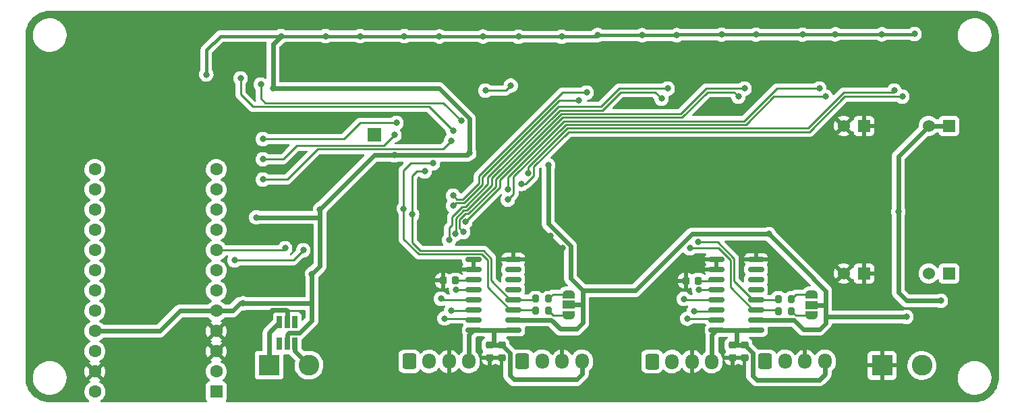
<source format=gbl>
G04 #@! TF.GenerationSoftware,KiCad,Pcbnew,(6.0.0)*
G04 #@! TF.CreationDate,2022-12-27T21:52:24-05:00*
G04 #@! TF.ProjectId,rp2040 rs485 scale breakout,72703230-3430-4207-9273-343835207363,rev?*
G04 #@! TF.SameCoordinates,Original*
G04 #@! TF.FileFunction,Copper,L2,Bot*
G04 #@! TF.FilePolarity,Positive*
%FSLAX46Y46*%
G04 Gerber Fmt 4.6, Leading zero omitted, Abs format (unit mm)*
G04 Created by KiCad (PCBNEW (6.0.0)) date 2022-12-27 21:52:24*
%MOMM*%
%LPD*%
G01*
G04 APERTURE LIST*
G04 Aperture macros list*
%AMRoundRect*
0 Rectangle with rounded corners*
0 $1 Rounding radius*
0 $2 $3 $4 $5 $6 $7 $8 $9 X,Y pos of 4 corners*
0 Add a 4 corners polygon primitive as box body*
4,1,4,$2,$3,$4,$5,$6,$7,$8,$9,$2,$3,0*
0 Add four circle primitives for the rounded corners*
1,1,$1+$1,$2,$3*
1,1,$1+$1,$4,$5*
1,1,$1+$1,$6,$7*
1,1,$1+$1,$8,$9*
0 Add four rect primitives between the rounded corners*
20,1,$1+$1,$2,$3,$4,$5,0*
20,1,$1+$1,$4,$5,$6,$7,0*
20,1,$1+$1,$6,$7,$8,$9,0*
20,1,$1+$1,$8,$9,$2,$3,0*%
%AMFreePoly0*
4,1,22,0.550000,-0.750000,0.000000,-0.750000,0.000000,-0.745033,-0.079941,-0.743568,-0.215256,-0.701293,-0.333266,-0.622738,-0.424486,-0.514219,-0.481581,-0.384460,-0.499164,-0.250000,-0.500000,-0.250000,-0.500000,0.250000,-0.499164,0.250000,-0.499963,0.256109,-0.478152,0.396186,-0.417904,0.524511,-0.324060,0.630769,-0.204165,0.706417,-0.067858,0.745374,0.000000,0.744959,0.000000,0.750000,
0.550000,0.750000,0.550000,-0.750000,0.550000,-0.750000,$1*%
%AMFreePoly1*
4,1,20,0.000000,0.744959,0.073905,0.744508,0.209726,0.703889,0.328688,0.626782,0.421226,0.519385,0.479903,0.390333,0.500000,0.250000,0.500000,-0.250000,0.499851,-0.262216,0.476331,-0.402017,0.414519,-0.529596,0.319384,-0.634700,0.198574,-0.708877,0.061801,-0.746166,0.000000,-0.745033,0.000000,-0.750000,-0.550000,-0.750000,-0.550000,0.750000,0.000000,0.750000,0.000000,0.744959,
0.000000,0.744959,$1*%
G04 Aperture macros list end*
G04 #@! TA.AperFunction,ComponentPad*
%ADD10R,1.524000X1.524000*%
G04 #@! TD*
G04 #@! TA.AperFunction,ComponentPad*
%ADD11C,1.524000*%
G04 #@! TD*
G04 #@! TA.AperFunction,ComponentPad*
%ADD12R,2.600000X2.600000*%
G04 #@! TD*
G04 #@! TA.AperFunction,ComponentPad*
%ADD13C,2.600000*%
G04 #@! TD*
G04 #@! TA.AperFunction,ComponentPad*
%ADD14RoundRect,0.250000X-0.600000X-0.725000X0.600000X-0.725000X0.600000X0.725000X-0.600000X0.725000X0*%
G04 #@! TD*
G04 #@! TA.AperFunction,ComponentPad*
%ADD15O,1.700000X1.950000*%
G04 #@! TD*
G04 #@! TA.AperFunction,ComponentPad*
%ADD16R,1.700000X1.700000*%
G04 #@! TD*
G04 #@! TA.AperFunction,ComponentPad*
%ADD17R,1.600000X1.600000*%
G04 #@! TD*
G04 #@! TA.AperFunction,ComponentPad*
%ADD18C,1.600000*%
G04 #@! TD*
G04 #@! TA.AperFunction,SMDPad,CuDef*
%ADD19FreePoly0,270.000000*%
G04 #@! TD*
G04 #@! TA.AperFunction,SMDPad,CuDef*
%ADD20R,1.500000X1.000000*%
G04 #@! TD*
G04 #@! TA.AperFunction,SMDPad,CuDef*
%ADD21FreePoly1,270.000000*%
G04 #@! TD*
G04 #@! TA.AperFunction,SMDPad,CuDef*
%ADD22RoundRect,0.200000X0.200000X0.275000X-0.200000X0.275000X-0.200000X-0.275000X0.200000X-0.275000X0*%
G04 #@! TD*
G04 #@! TA.AperFunction,SMDPad,CuDef*
%ADD23R,0.650000X1.560000*%
G04 #@! TD*
G04 #@! TA.AperFunction,SMDPad,CuDef*
%ADD24RoundRect,0.225000X-0.250000X0.225000X-0.250000X-0.225000X0.250000X-0.225000X0.250000X0.225000X0*%
G04 #@! TD*
G04 #@! TA.AperFunction,SMDPad,CuDef*
%ADD25RoundRect,0.150000X-0.825000X-0.150000X0.825000X-0.150000X0.825000X0.150000X-0.825000X0.150000X0*%
G04 #@! TD*
G04 #@! TA.AperFunction,SMDPad,CuDef*
%ADD26RoundRect,0.225000X0.225000X0.250000X-0.225000X0.250000X-0.225000X-0.250000X0.225000X-0.250000X0*%
G04 #@! TD*
G04 #@! TA.AperFunction,ViaPad*
%ADD27C,0.800000*%
G04 #@! TD*
G04 #@! TA.AperFunction,Conductor*
%ADD28C,0.600000*%
G04 #@! TD*
G04 #@! TA.AperFunction,Conductor*
%ADD29C,0.400000*%
G04 #@! TD*
G04 #@! TA.AperFunction,Conductor*
%ADD30C,0.250000*%
G04 #@! TD*
G04 APERTURE END LIST*
D10*
X233680000Y-124079000D03*
D11*
X231140000Y-124079000D03*
D10*
X223012000Y-124079000D03*
D11*
X220472000Y-124079000D03*
D10*
X223012000Y-105537000D03*
D11*
X220472000Y-105537000D03*
X231140000Y-105537000D03*
D10*
X233680000Y-105537000D03*
D12*
X225298000Y-135636000D03*
D13*
X230298000Y-135636000D03*
D14*
X196422000Y-135141000D03*
D15*
X198922000Y-135141000D03*
X201422000Y-135141000D03*
X203922000Y-135141000D03*
D14*
X210626000Y-135124000D03*
D15*
X213126000Y-135124000D03*
X215626000Y-135124000D03*
X218126000Y-135124000D03*
D16*
X161544000Y-106680000D03*
D12*
X148362000Y-135600000D03*
D13*
X153362000Y-135600000D03*
D14*
X180146000Y-135111000D03*
D15*
X182646000Y-135111000D03*
X185146000Y-135111000D03*
X187646000Y-135111000D03*
D14*
X165942000Y-135128000D03*
D15*
X168442000Y-135128000D03*
X170942000Y-135128000D03*
X173442000Y-135128000D03*
D17*
X141732000Y-138938000D03*
D18*
X141732000Y-136398000D03*
X141732000Y-133858000D03*
X141732000Y-131318000D03*
X141732000Y-128778000D03*
X141732000Y-126238000D03*
X141732000Y-123698000D03*
X141732000Y-121158000D03*
X141732000Y-118618000D03*
X141732000Y-116078000D03*
X141732000Y-113538000D03*
X141732000Y-110998000D03*
X126492000Y-110998000D03*
X126492000Y-113538000D03*
X126492000Y-116078000D03*
X126492000Y-118618000D03*
X126492000Y-121158000D03*
X126492000Y-123698000D03*
X126492000Y-126238000D03*
X126492000Y-128778000D03*
X126492000Y-131318000D03*
X126492000Y-133858000D03*
X126492000Y-136398000D03*
X126492000Y-138938000D03*
D19*
X216408000Y-126729000D03*
D20*
X216408000Y-128029000D03*
D21*
X216408000Y-129329000D03*
D22*
X213931000Y-127267000D03*
X212281000Y-127267000D03*
D23*
X149672000Y-130222000D03*
X150622000Y-130222000D03*
X151572000Y-130222000D03*
X151572000Y-132922000D03*
X150622000Y-132922000D03*
X149672000Y-132922000D03*
D24*
X176022000Y-133083000D03*
X176022000Y-134633000D03*
X208026000Y-133096000D03*
X208026000Y-134646000D03*
X206502000Y-133096000D03*
X206502000Y-134646000D03*
D25*
X204535000Y-131204000D03*
X204535000Y-129934000D03*
X204535000Y-128664000D03*
X204535000Y-127394000D03*
X204535000Y-126124000D03*
X204535000Y-124854000D03*
X204535000Y-123584000D03*
X204535000Y-122314000D03*
X209485000Y-122314000D03*
X209485000Y-123584000D03*
X209485000Y-124854000D03*
X209485000Y-126124000D03*
X209485000Y-127394000D03*
X209485000Y-128664000D03*
X209485000Y-129934000D03*
X209485000Y-131204000D03*
D22*
X213931000Y-128791000D03*
X212281000Y-128791000D03*
D26*
X171717000Y-124968000D03*
X170167000Y-124968000D03*
D24*
X177546000Y-133083000D03*
X177546000Y-134633000D03*
D25*
X174055000Y-131191000D03*
X174055000Y-129921000D03*
X174055000Y-128651000D03*
X174055000Y-127381000D03*
X174055000Y-126111000D03*
X174055000Y-124841000D03*
X174055000Y-123571000D03*
X174055000Y-122301000D03*
X179005000Y-122301000D03*
X179005000Y-123571000D03*
X179005000Y-124841000D03*
X179005000Y-126111000D03*
X179005000Y-127381000D03*
X179005000Y-128651000D03*
X179005000Y-129921000D03*
X179005000Y-131191000D03*
D22*
X183451000Y-128778000D03*
X181801000Y-128778000D03*
X183451000Y-127254000D03*
X181801000Y-127254000D03*
D19*
X185928000Y-126716000D03*
D20*
X185928000Y-128016000D03*
D21*
X185928000Y-129316000D03*
D26*
X202197000Y-124981000D03*
X200647000Y-124981000D03*
D27*
X227330000Y-116332000D03*
X211074000Y-119126000D03*
X232664000Y-127508000D03*
X228346000Y-129540000D03*
X209478500Y-94051500D03*
X169727500Y-94289500D03*
X183388000Y-110490000D03*
X215320500Y-94051500D03*
X219416250Y-94019750D03*
X159789750Y-94257750D03*
X148844000Y-100838000D03*
X154749000Y-116015000D03*
X153735000Y-124141000D03*
X205160500Y-94051500D03*
X145099000Y-127827000D03*
X189603000Y-94099000D03*
X199540750Y-94130750D03*
X149852000Y-94242000D03*
X165330250Y-94257750D03*
X164084000Y-109220000D03*
X225258250Y-94019750D03*
X185078750Y-94321250D03*
X155440000Y-94242000D03*
X173482000Y-108966000D03*
X146749000Y-117031000D03*
X195175250Y-94130750D03*
X175204500Y-94289500D03*
X229362000Y-93980000D03*
X140470000Y-99068000D03*
X179665250Y-94321250D03*
X178562000Y-119634000D03*
X173736000Y-96012000D03*
X223266000Y-98044000D03*
X212090000Y-122936000D03*
X213614000Y-98044000D03*
X181356000Y-123444000D03*
X183642000Y-119380000D03*
X207772000Y-120650000D03*
X185166000Y-120904000D03*
X183134000Y-99060000D03*
X201422000Y-123444000D03*
X233680000Y-98298000D03*
X173482000Y-99060000D03*
X152908000Y-98298000D03*
X163576000Y-98044000D03*
X178054000Y-106172000D03*
X175260000Y-104140000D03*
X193294000Y-98298000D03*
X203200000Y-98298000D03*
X202184000Y-122428000D03*
X170371000Y-129731000D03*
X171196000Y-128778000D03*
X200851000Y-129744000D03*
X201676000Y-128791000D03*
X147320000Y-100330000D03*
X172466000Y-104902000D03*
X171450000Y-106172000D03*
X144780000Y-99568000D03*
X172720000Y-118872000D03*
X208026000Y-100838000D03*
X172974000Y-117602000D03*
X207264000Y-101854000D03*
X178308000Y-114808000D03*
X218186000Y-101854000D03*
X178308000Y-113538000D03*
X217424000Y-100838000D03*
X180048511Y-112813489D03*
X227838000Y-101854000D03*
X180848000Y-111506000D03*
X226822000Y-101092000D03*
X171450000Y-114300000D03*
X188214000Y-101346000D03*
X187198000Y-102362000D03*
X171450000Y-115570000D03*
X170942000Y-119888000D03*
X198374000Y-100838000D03*
X197612000Y-102108000D03*
X171704000Y-119126000D03*
X201168000Y-120904000D03*
X175514000Y-101092000D03*
X178689000Y-100457000D03*
X202184000Y-120142000D03*
X165245511Y-115932489D03*
X168910000Y-110236000D03*
X166299000Y-116657000D03*
X167894000Y-111252000D03*
X164338000Y-105156000D03*
X147574000Y-107188000D03*
X147574000Y-109728000D03*
X164084000Y-106680000D03*
X171196000Y-107442000D03*
X147574000Y-112268000D03*
X150368000Y-120904000D03*
X144018000Y-122428000D03*
X152654000Y-121158000D03*
X171831000Y-126111000D03*
X202311000Y-126124000D03*
X169926000Y-127254000D03*
X200406000Y-127267000D03*
D28*
X227330000Y-116332000D02*
X227330000Y-109347000D01*
X231140000Y-105537000D02*
X233680000Y-105537000D01*
X227330000Y-126492000D02*
X227330000Y-116332000D01*
X228346000Y-127508000D02*
X227330000Y-126492000D01*
X232664000Y-127508000D02*
X228346000Y-127508000D01*
X227330000Y-109347000D02*
X231140000Y-105537000D01*
X228346000Y-129540000D02*
X218186000Y-129540000D01*
X218186000Y-129540000D02*
X218186000Y-128029000D01*
X218186000Y-130315000D02*
X218186000Y-129540000D01*
D29*
X149852000Y-94242000D02*
X155440000Y-94242000D01*
D28*
X134620000Y-131318000D02*
X126492000Y-131318000D01*
X217424000Y-131077000D02*
X218186000Y-130315000D01*
X152146000Y-131572000D02*
X153735000Y-129983000D01*
X185928000Y-128016000D02*
X187706000Y-128016000D01*
X150622000Y-131767978D02*
X150817978Y-131572000D01*
D29*
X142232000Y-94242000D02*
X149852000Y-94242000D01*
D28*
X183769000Y-129921000D02*
X184912000Y-131064000D01*
X186182000Y-120647898D02*
X183388000Y-117853898D01*
X144715000Y-127827000D02*
X143764000Y-128778000D01*
D29*
X195175250Y-94130750D02*
X199540750Y-94130750D01*
D28*
X154749000Y-117031000D02*
X146749000Y-117031000D01*
D29*
X175204500Y-94289500D02*
X179633500Y-94289500D01*
X205160500Y-94051500D02*
X209478500Y-94051500D01*
D28*
X150817978Y-131572000D02*
X152146000Y-131572000D01*
X173482000Y-108966000D02*
X173482000Y-106680000D01*
X169674102Y-100838000D02*
X148844000Y-100838000D01*
X145099000Y-127827000D02*
X144715000Y-127827000D01*
X137160000Y-128778000D02*
X134620000Y-131318000D01*
X215392000Y-131077000D02*
X217424000Y-131077000D01*
D29*
X169727500Y-94289500D02*
X175204500Y-94289500D01*
X159789750Y-94257750D02*
X165330250Y-94257750D01*
D28*
X173228000Y-109220000D02*
X173482000Y-108966000D01*
D29*
X189634750Y-94130750D02*
X195175250Y-94130750D01*
X219384500Y-94051500D02*
X219416250Y-94019750D01*
D28*
X154749000Y-116015000D02*
X161544000Y-109220000D01*
X148844000Y-95250000D02*
X149852000Y-94242000D01*
X216662000Y-124714000D02*
X211074000Y-119126000D01*
D29*
X189603000Y-94099000D02*
X189634750Y-94130750D01*
D28*
X153735000Y-129983000D02*
X153735000Y-127827000D01*
X150622000Y-132922000D02*
X150622000Y-131767978D01*
X154749000Y-123127000D02*
X154749000Y-117031000D01*
D29*
X169695750Y-94257750D02*
X169727500Y-94289500D01*
D28*
X186944000Y-131064000D02*
X187706000Y-130302000D01*
D29*
X215320500Y-94051500D02*
X219384500Y-94051500D01*
D28*
X173482000Y-106680000D02*
X173482000Y-104645898D01*
X218186000Y-126251000D02*
X216662000Y-124727000D01*
D29*
X140470000Y-99068000D02*
X140470000Y-96004000D01*
X179665250Y-94321250D02*
X185078750Y-94321250D01*
X185078750Y-94321250D02*
X189380750Y-94321250D01*
X140470000Y-96004000D02*
X142232000Y-94242000D01*
X209478500Y-94051500D02*
X215320500Y-94051500D01*
D28*
X164084000Y-109220000D02*
X173228000Y-109220000D01*
X183388000Y-117853898D02*
X183388000Y-110490000D01*
X209485000Y-129934000D02*
X214249000Y-129934000D01*
D29*
X155440000Y-94242000D02*
X159774000Y-94242000D01*
D28*
X141732000Y-128778000D02*
X137160000Y-128778000D01*
X184912000Y-131064000D02*
X186944000Y-131064000D01*
D29*
X199540750Y-94130750D02*
X199620000Y-94051500D01*
D28*
X211074000Y-119126000D02*
X201422000Y-119126000D01*
X216408000Y-128029000D02*
X218186000Y-128029000D01*
X153735000Y-127827000D02*
X153735000Y-124141000D01*
X214249000Y-129934000D02*
X215392000Y-131077000D01*
X148844000Y-100838000D02*
X148844000Y-95250000D01*
X153735000Y-124141000D02*
X154749000Y-123127000D01*
X179005000Y-129921000D02*
X183769000Y-129921000D01*
X187706000Y-130302000D02*
X187706000Y-128016000D01*
X194310000Y-126238000D02*
X187706000Y-126238000D01*
X153735000Y-127827000D02*
X145099000Y-127827000D01*
X154749000Y-117031000D02*
X154749000Y-116015000D01*
D29*
X179633500Y-94289500D02*
X179665250Y-94321250D01*
X189380750Y-94321250D02*
X189603000Y-94099000D01*
X159774000Y-94242000D02*
X159789750Y-94257750D01*
D28*
X218186000Y-128029000D02*
X218186000Y-126251000D01*
X201422000Y-119126000D02*
X194310000Y-126238000D01*
X187706000Y-126238000D02*
X186182000Y-124714000D01*
X143764000Y-128778000D02*
X141732000Y-128778000D01*
D29*
X219416250Y-94019750D02*
X225258250Y-94019750D01*
D28*
X173482000Y-104645898D02*
X169674102Y-100838000D01*
X216662000Y-124727000D02*
X216662000Y-124714000D01*
X187706000Y-128016000D02*
X187706000Y-126238000D01*
X161544000Y-109220000D02*
X164084000Y-109220000D01*
X186182000Y-124714000D02*
X186182000Y-120647898D01*
D29*
X225258250Y-94019750D02*
X229322250Y-94019750D01*
X199620000Y-94051500D02*
X205160500Y-94051500D01*
X165330250Y-94257750D02*
X169695750Y-94257750D01*
X229322250Y-94019750D02*
X229362000Y-93980000D01*
D28*
X150622000Y-128778000D02*
X150470520Y-128626520D01*
X150470520Y-128626520D02*
X148741480Y-128626520D01*
X148741480Y-128626520D02*
X147320000Y-130048000D01*
X150622000Y-130222000D02*
X150622000Y-128778000D01*
D30*
X173865000Y-129731000D02*
X174055000Y-129921000D01*
X170371000Y-129731000D02*
X173865000Y-129731000D01*
X173928000Y-128778000D02*
X174055000Y-128651000D01*
X171196000Y-128778000D02*
X173928000Y-128778000D01*
X173928000Y-124968000D02*
X174055000Y-124841000D01*
X171717000Y-124968000D02*
X173928000Y-124968000D01*
X204345000Y-129744000D02*
X204535000Y-129934000D01*
X200851000Y-129744000D02*
X204345000Y-129744000D01*
X201676000Y-128791000D02*
X204408000Y-128791000D01*
X204408000Y-128791000D02*
X204535000Y-128664000D01*
X204408000Y-124981000D02*
X204535000Y-124854000D01*
X202197000Y-124981000D02*
X204408000Y-124981000D01*
X170238480Y-102674480D02*
X147886480Y-102674480D01*
X147320000Y-102108000D02*
X147320000Y-100330000D01*
X147886480Y-102674480D02*
X147320000Y-102108000D01*
X172466000Y-104902000D02*
X170238480Y-102674480D01*
X171450000Y-106172000D02*
X168402000Y-103124000D01*
X144780000Y-101600000D02*
X144780000Y-99568000D01*
X146304000Y-103124000D02*
X144780000Y-101600000D01*
X168402000Y-103124000D02*
X146304000Y-103124000D01*
D28*
X149672000Y-130222000D02*
X148362000Y-131532000D01*
X148362000Y-131532000D02*
X148362000Y-135600000D01*
X151572000Y-132922000D02*
X151572000Y-133810000D01*
X151572000Y-133810000D02*
X153362000Y-135600000D01*
D30*
X185031832Y-104023040D02*
X200014960Y-104023040D01*
X176785436Y-112269436D02*
X185031832Y-104023040D01*
X200014960Y-104023040D02*
X203200000Y-100838000D01*
X172227419Y-117323967D02*
X172965386Y-116586000D01*
X172227419Y-118379419D02*
X172720000Y-118872000D01*
X173354282Y-116586000D02*
X176785436Y-113154846D01*
X176785436Y-113154846D02*
X176785436Y-112269436D01*
X172965386Y-116586000D02*
X173354282Y-116586000D01*
X172227419Y-117586581D02*
X172227419Y-118379419D01*
X203200000Y-100838000D02*
X208026000Y-100838000D01*
X172227419Y-117586581D02*
X172227419Y-117323967D01*
X177357295Y-112333295D02*
X185218030Y-104472560D01*
X200201158Y-104472560D02*
X203386198Y-101287520D01*
X206697520Y-101287520D02*
X207264000Y-101854000D01*
X203386198Y-101287520D02*
X206697520Y-101287520D01*
X185218030Y-104472560D02*
X200201158Y-104472560D01*
X177357295Y-113218705D02*
X177357295Y-112333295D01*
X172974000Y-117602000D02*
X177357295Y-113218705D01*
X185590426Y-105371600D02*
X208192118Y-105371600D01*
X211709718Y-101854000D02*
X218186000Y-101854000D01*
X178308000Y-114808000D02*
X179032511Y-114083489D01*
X179032511Y-111929515D02*
X185590426Y-105371600D01*
X208192118Y-105371600D02*
X211709718Y-101854000D01*
X179032511Y-114083489D02*
X179032511Y-111929515D01*
X185404228Y-104922080D02*
X208005920Y-104922080D01*
X212090000Y-100838000D02*
X217424000Y-100838000D01*
X178308000Y-112018308D02*
X185404228Y-104922080D01*
X208005920Y-104922080D02*
X212090000Y-100838000D01*
X178308000Y-113538000D02*
X178308000Y-112018308D01*
X227838000Y-101854000D02*
X220599718Y-101854000D01*
X181572511Y-111806103D02*
X180565125Y-112813489D01*
X220599718Y-101854000D02*
X216183078Y-106270640D01*
X185962822Y-106270640D02*
X181572511Y-110660951D01*
X180565125Y-112813489D02*
X180048511Y-112813489D01*
X181572511Y-110660951D02*
X181572511Y-111806103D01*
X216183078Y-106270640D02*
X185962822Y-106270640D01*
X215996880Y-105821120D02*
X220472000Y-101346000D01*
X220472000Y-101346000D02*
X226568000Y-101346000D01*
X226568000Y-101346000D02*
X226822000Y-101092000D01*
X180848000Y-111506000D02*
X180848000Y-110749744D01*
X185776624Y-105821120D02*
X215996880Y-105821120D01*
X180848000Y-110749744D02*
X185776624Y-105821120D01*
X172654705Y-114742705D02*
X171892705Y-114742705D01*
X185166000Y-101346000D02*
X174682044Y-111829957D01*
X174682044Y-112715366D02*
X172654705Y-114742705D01*
X174682044Y-111829957D02*
X174682044Y-112715366D01*
X188214000Y-101346000D02*
X185166000Y-101346000D01*
X171892705Y-114742705D02*
X171450000Y-114300000D01*
X175131564Y-112901564D02*
X172795688Y-115237440D01*
X184785718Y-102362000D02*
X175131564Y-112016154D01*
X175131564Y-112016154D02*
X175131564Y-112901564D01*
X172795688Y-115237440D02*
X171782560Y-115237440D01*
X187198000Y-102362000D02*
X184785718Y-102362000D01*
X171782560Y-115237440D02*
X171450000Y-115570000D01*
X170942000Y-118364000D02*
X171328379Y-117977621D01*
X189992000Y-103124000D02*
X192278000Y-100838000D01*
X171328379Y-116951571D02*
X172592991Y-115686960D01*
X172981886Y-115686960D02*
X175830423Y-112838423D01*
X171328379Y-117977621D02*
X171328379Y-116951571D01*
X192278000Y-100838000D02*
X198374000Y-100838000D01*
X175830423Y-111953013D02*
X184659436Y-103124000D01*
X170942000Y-119888000D02*
X170942000Y-118364000D01*
X175830423Y-112838423D02*
X175830423Y-111953013D01*
X172592991Y-115686960D02*
X172981886Y-115686960D01*
X184659436Y-103124000D02*
X189992000Y-103124000D01*
X176335916Y-112083238D02*
X184845634Y-103573520D01*
X190178198Y-103573520D02*
X192464198Y-101287520D01*
X192464198Y-101287520D02*
X196791520Y-101287520D01*
X196791520Y-101287520D02*
X197612000Y-102108000D01*
X171777899Y-117137769D02*
X172779188Y-116136480D01*
X184845634Y-103573520D02*
X190178198Y-103573520D01*
X172779188Y-116136480D02*
X173168084Y-116136480D01*
X171704000Y-119126000D02*
X171777899Y-119052101D01*
X173168084Y-116136480D02*
X176335916Y-112968648D01*
X176335916Y-112968648D02*
X176335916Y-112083238D01*
X171777899Y-119052101D02*
X171777899Y-117137769D01*
X209108928Y-128664000D02*
X206248000Y-125803072D01*
X178054000Y-101092000D02*
X175514000Y-101092000D01*
X212154000Y-128664000D02*
X212281000Y-128791000D01*
X204771072Y-120904000D02*
X201168000Y-120904000D01*
X206248000Y-125803072D02*
X206248000Y-122380928D01*
X206248000Y-122380928D02*
X204771072Y-120904000D01*
X178689000Y-100457000D02*
X178054000Y-101092000D01*
X209485000Y-128664000D02*
X212154000Y-128664000D01*
X209485000Y-128664000D02*
X209108928Y-128664000D01*
X209108928Y-127394000D02*
X206697520Y-124982592D01*
X209485000Y-127394000D02*
X212154000Y-127394000D01*
X204644789Y-120142000D02*
X202184000Y-120142000D01*
X212154000Y-127394000D02*
X212281000Y-127267000D01*
X209485000Y-127394000D02*
X209108928Y-127394000D01*
X206697520Y-122194730D02*
X204644789Y-120142000D01*
X206697520Y-124982592D02*
X206697520Y-122194730D01*
X166116000Y-110236000D02*
X168910000Y-110236000D01*
X179005000Y-128651000D02*
X178628928Y-128651000D01*
X175768000Y-125790072D02*
X175768000Y-122367928D01*
X165245511Y-119779511D02*
X167132000Y-121666000D01*
X165245511Y-115932489D02*
X165245511Y-119779511D01*
X175066072Y-121666000D02*
X167132000Y-121666000D01*
X165245511Y-111106489D02*
X166116000Y-110236000D01*
X165245511Y-115932489D02*
X165245511Y-111106489D01*
X181674000Y-128651000D02*
X181801000Y-128778000D01*
X179005000Y-128651000D02*
X181674000Y-128651000D01*
X178628928Y-128651000D02*
X175768000Y-125790072D01*
X175768000Y-122367928D02*
X175066072Y-121666000D01*
X175252269Y-121216480D02*
X167318198Y-121216480D01*
X166299000Y-120197282D02*
X167318198Y-121216480D01*
X166878000Y-111252000D02*
X167894000Y-111252000D01*
X181674000Y-127381000D02*
X181801000Y-127254000D01*
X176217520Y-122181730D02*
X175252269Y-121216480D01*
X166299000Y-116657000D02*
X166299000Y-111831000D01*
X176217520Y-124969592D02*
X176217520Y-122181730D01*
X179005000Y-127381000D02*
X178628928Y-127381000D01*
X166299000Y-116657000D02*
X166299000Y-120197282D01*
X179005000Y-127381000D02*
X181674000Y-127381000D01*
X166299000Y-111831000D02*
X166878000Y-111252000D01*
X178628928Y-127381000D02*
X176217520Y-124969592D01*
X183451000Y-127254000D02*
X183989000Y-126716000D01*
X183989000Y-126716000D02*
X185928000Y-126716000D01*
X183989000Y-129316000D02*
X185928000Y-129316000D01*
X183451000Y-128778000D02*
X183989000Y-129316000D01*
X213931000Y-127267000D02*
X214469000Y-126729000D01*
X214469000Y-126729000D02*
X216408000Y-126729000D01*
X213931000Y-128791000D02*
X214469000Y-129329000D01*
X214469000Y-129329000D02*
X216408000Y-129329000D01*
X159766000Y-105156000D02*
X157734000Y-107188000D01*
X157734000Y-107188000D02*
X147574000Y-107188000D01*
X164338000Y-105156000D02*
X159766000Y-105156000D01*
X150114000Y-109728000D02*
X147574000Y-109728000D01*
X151833520Y-108008480D02*
X150114000Y-109728000D01*
X164084000Y-106680000D02*
X162755520Y-108008480D01*
X162755520Y-108008480D02*
X151833520Y-108008480D01*
X150622000Y-112268000D02*
X147574000Y-112268000D01*
X170180000Y-108458000D02*
X154432000Y-108458000D01*
X171196000Y-107442000D02*
X170180000Y-108458000D01*
X154432000Y-108458000D02*
X150622000Y-112268000D01*
X150114000Y-121158000D02*
X150368000Y-120904000D01*
X141732000Y-121158000D02*
X150114000Y-121158000D01*
X144018000Y-122428000D02*
X151384000Y-122428000D01*
X151384000Y-122428000D02*
X152654000Y-121158000D01*
X174055000Y-126111000D02*
X171831000Y-126111000D01*
X204535000Y-126124000D02*
X202311000Y-126124000D01*
D28*
X176403000Y-131191000D02*
X179005000Y-131191000D01*
X187646000Y-136712000D02*
X187646000Y-135111000D01*
X186944000Y-137414000D02*
X187646000Y-136712000D01*
X174055000Y-131191000D02*
X176403000Y-131191000D01*
X178562000Y-136906000D02*
X179070000Y-137414000D01*
X176543000Y-133083000D02*
X176543000Y-131331000D01*
X178562000Y-134099000D02*
X178562000Y-136906000D01*
X176543000Y-131331000D02*
X176403000Y-131191000D01*
X176022000Y-133083000D02*
X176543000Y-133083000D01*
X173442000Y-135128000D02*
X173442000Y-131804000D01*
X177546000Y-133083000D02*
X178562000Y-134099000D01*
X176543000Y-133083000D02*
X177546000Y-133083000D01*
X179070000Y-137414000D02*
X186944000Y-137414000D01*
X173442000Y-131804000D02*
X174055000Y-131191000D01*
X209550000Y-137427000D02*
X217424000Y-137427000D01*
X203922000Y-131817000D02*
X204535000Y-131204000D01*
X203922000Y-135141000D02*
X203922000Y-131817000D01*
X204535000Y-131204000D02*
X206883000Y-131204000D01*
X209042000Y-134112000D02*
X209042000Y-136919000D01*
X207023000Y-133096000D02*
X208026000Y-133096000D01*
X206502000Y-133096000D02*
X207023000Y-133096000D01*
X218126000Y-136725000D02*
X218126000Y-135124000D01*
X207023000Y-131344000D02*
X206883000Y-131204000D01*
X209042000Y-136919000D02*
X209550000Y-137427000D01*
X208026000Y-133096000D02*
X209042000Y-134112000D01*
X217424000Y-137427000D02*
X218126000Y-136725000D01*
X207023000Y-133096000D02*
X207023000Y-131344000D01*
X206883000Y-131204000D02*
X209485000Y-131204000D01*
D30*
X174055000Y-127381000D02*
X170053000Y-127381000D01*
X170053000Y-127381000D02*
X169926000Y-127254000D01*
X200533000Y-127394000D02*
X200406000Y-127267000D01*
X204535000Y-127394000D02*
X200533000Y-127394000D01*
G04 #@! TA.AperFunction,Conductor*
G36*
X236865057Y-91074500D02*
G01*
X236879858Y-91076805D01*
X236879861Y-91076805D01*
X236888730Y-91078186D01*
X236897631Y-91077022D01*
X236897635Y-91077022D01*
X236907411Y-91075743D01*
X236930342Y-91074852D01*
X237207003Y-91089351D01*
X237220119Y-91090729D01*
X237522193Y-91138573D01*
X237535093Y-91141315D01*
X237830510Y-91220472D01*
X237843053Y-91224548D01*
X238128565Y-91334145D01*
X238140614Y-91339509D01*
X238413120Y-91478358D01*
X238424536Y-91484949D01*
X238681042Y-91651526D01*
X238691702Y-91659272D01*
X238924689Y-91847941D01*
X238929379Y-91851739D01*
X238939180Y-91860564D01*
X239155436Y-92076820D01*
X239164261Y-92086621D01*
X239355519Y-92322804D01*
X239356726Y-92324295D01*
X239364474Y-92334958D01*
X239466833Y-92492577D01*
X239531048Y-92591459D01*
X239537642Y-92602880D01*
X239676491Y-92875386D01*
X239681855Y-92887435D01*
X239783011Y-93150956D01*
X239791452Y-93172947D01*
X239795528Y-93185489D01*
X239845890Y-93373444D01*
X239874685Y-93480907D01*
X239877427Y-93493807D01*
X239925271Y-93795881D01*
X239926649Y-93808997D01*
X239936046Y-93988297D01*
X239940764Y-94078330D01*
X239939436Y-94104312D01*
X239939195Y-94105856D01*
X239939195Y-94105860D01*
X239937814Y-94114730D01*
X239938978Y-94123632D01*
X239938978Y-94123635D01*
X239941936Y-94146251D01*
X239943000Y-94162589D01*
X239943000Y-137034965D01*
X239942112Y-137049894D01*
X239937917Y-137085050D01*
X239939398Y-137093903D01*
X239939398Y-137093905D01*
X239940987Y-137103403D01*
X239942694Y-137126440D01*
X239937665Y-137408131D01*
X239937616Y-137410851D01*
X239936655Y-137424297D01*
X239902934Y-137692771D01*
X239897644Y-137734887D01*
X239895251Y-137748152D01*
X239827484Y-138034922D01*
X239823262Y-138052790D01*
X239819463Y-138065728D01*
X239745021Y-138276743D01*
X239715326Y-138360919D01*
X239710165Y-138373379D01*
X239678418Y-138439734D01*
X239575069Y-138655746D01*
X239568605Y-138667584D01*
X239404101Y-138933892D01*
X239396408Y-138944972D01*
X239204377Y-139192171D01*
X239195549Y-139202360D01*
X238978194Y-139427616D01*
X238968328Y-139436801D01*
X238728137Y-139637535D01*
X238717339Y-139645618D01*
X238457077Y-139819519D01*
X238445477Y-139826402D01*
X238168110Y-139971491D01*
X238155843Y-139977093D01*
X237978501Y-140046869D01*
X237864561Y-140091699D01*
X237851763Y-140095958D01*
X237549893Y-140178772D01*
X237536722Y-140181638D01*
X237227717Y-140231711D01*
X237214308Y-140233152D01*
X236937577Y-140247985D01*
X236911450Y-140246666D01*
X236910831Y-140246570D01*
X236910141Y-140246462D01*
X236910139Y-140246462D01*
X236901270Y-140245081D01*
X236869750Y-140249203D01*
X236853413Y-140250267D01*
X143036848Y-140248434D01*
X142968729Y-140228431D01*
X142922237Y-140174774D01*
X142912135Y-140104500D01*
X142936026Y-140046869D01*
X142977229Y-139991892D01*
X142977230Y-139991890D01*
X142982615Y-139984705D01*
X143033745Y-139848316D01*
X143040500Y-139786134D01*
X143040500Y-138089866D01*
X143033745Y-138027684D01*
X142982615Y-137891295D01*
X142895261Y-137774739D01*
X142778705Y-137687385D01*
X142642316Y-137636255D01*
X142631526Y-137635083D01*
X142629394Y-137634197D01*
X142626778Y-137633575D01*
X142626879Y-137633152D01*
X142565965Y-137607845D01*
X142525537Y-137549483D01*
X142523078Y-137478529D01*
X142559371Y-137417510D01*
X142568031Y-137410511D01*
X142571793Y-137407354D01*
X142576300Y-137404198D01*
X142738198Y-137242300D01*
X142746001Y-137231157D01*
X142796938Y-137158411D01*
X142869523Y-137054749D01*
X142871846Y-137049767D01*
X142871849Y-137049762D01*
X142963961Y-136852225D01*
X142963961Y-136852224D01*
X142966284Y-136847243D01*
X142985034Y-136777270D01*
X143024119Y-136631402D01*
X143024119Y-136631400D01*
X143025543Y-136626087D01*
X143045498Y-136398000D01*
X143025543Y-136169913D01*
X143023868Y-136163661D01*
X142967707Y-135954067D01*
X142967706Y-135954065D01*
X142966284Y-135948757D01*
X142963961Y-135943775D01*
X142871849Y-135746238D01*
X142871846Y-135746233D01*
X142869523Y-135741251D01*
X142773183Y-135603663D01*
X142741357Y-135558211D01*
X142741355Y-135558208D01*
X142738198Y-135553700D01*
X142576300Y-135391802D01*
X142571792Y-135388645D01*
X142571789Y-135388643D01*
X142476004Y-135321574D01*
X142388749Y-135260477D01*
X142383767Y-135258154D01*
X142383762Y-135258151D01*
X142348951Y-135241919D01*
X142295666Y-135195002D01*
X142276205Y-135126725D01*
X142296747Y-135058765D01*
X142348951Y-135013529D01*
X142383511Y-134997414D01*
X142393006Y-134991931D01*
X142445048Y-134955491D01*
X142453424Y-134945012D01*
X142446356Y-134931566D01*
X141744812Y-134230022D01*
X141730868Y-134222408D01*
X141729035Y-134222539D01*
X141722420Y-134226790D01*
X141016923Y-134932287D01*
X141010493Y-134944062D01*
X141019789Y-134956077D01*
X141070994Y-134991931D01*
X141080489Y-134997414D01*
X141115049Y-135013529D01*
X141168334Y-135060446D01*
X141187795Y-135128723D01*
X141167253Y-135196683D01*
X141115049Y-135241919D01*
X141080238Y-135258151D01*
X141080233Y-135258154D01*
X141075251Y-135260477D01*
X140987996Y-135321574D01*
X140892211Y-135388643D01*
X140892208Y-135388645D01*
X140887700Y-135391802D01*
X140725802Y-135553700D01*
X140722645Y-135558208D01*
X140722643Y-135558211D01*
X140690817Y-135603663D01*
X140594477Y-135741251D01*
X140592154Y-135746233D01*
X140592151Y-135746238D01*
X140500039Y-135943775D01*
X140497716Y-135948757D01*
X140496294Y-135954065D01*
X140496293Y-135954067D01*
X140440132Y-136163661D01*
X140438457Y-136169913D01*
X140418502Y-136398000D01*
X140438457Y-136626087D01*
X140439881Y-136631400D01*
X140439881Y-136631402D01*
X140478967Y-136777270D01*
X140497716Y-136847243D01*
X140500039Y-136852224D01*
X140500039Y-136852225D01*
X140592151Y-137049762D01*
X140592154Y-137049767D01*
X140594477Y-137054749D01*
X140667062Y-137158411D01*
X140718000Y-137231157D01*
X140725802Y-137242300D01*
X140887700Y-137404198D01*
X140892211Y-137407357D01*
X140896424Y-137410892D01*
X140895473Y-137412026D01*
X140935471Y-137462071D01*
X140942776Y-137532690D01*
X140910742Y-137596049D01*
X140849538Y-137632030D01*
X140832483Y-137635082D01*
X140821684Y-137636255D01*
X140685295Y-137687385D01*
X140568739Y-137774739D01*
X140481385Y-137891295D01*
X140430255Y-138027684D01*
X140423500Y-138089866D01*
X140423500Y-139786134D01*
X140430255Y-139848316D01*
X140481385Y-139984705D01*
X140486770Y-139991890D01*
X140486771Y-139991892D01*
X140527936Y-140046818D01*
X140552784Y-140113325D01*
X140537731Y-140182707D01*
X140487557Y-140232937D01*
X140427110Y-140248383D01*
X129062053Y-140248160D01*
X127301865Y-140248126D01*
X127233744Y-140228123D01*
X127187252Y-140174466D01*
X127177150Y-140104192D01*
X127206644Y-140039612D01*
X127229596Y-140018913D01*
X127331789Y-139947357D01*
X127331792Y-139947355D01*
X127336300Y-139944198D01*
X127498198Y-139782300D01*
X127629523Y-139594749D01*
X127631846Y-139589767D01*
X127631849Y-139589762D01*
X127723961Y-139392225D01*
X127723961Y-139392224D01*
X127726284Y-139387243D01*
X127747423Y-139308354D01*
X127784119Y-139171402D01*
X127784119Y-139171400D01*
X127785543Y-139166087D01*
X127805498Y-138938000D01*
X127785543Y-138709913D01*
X127771029Y-138655746D01*
X127727707Y-138494067D01*
X127727706Y-138494065D01*
X127726284Y-138488757D01*
X127706166Y-138445614D01*
X127631849Y-138286238D01*
X127631846Y-138286233D01*
X127629523Y-138281251D01*
X127537662Y-138150060D01*
X127501357Y-138098211D01*
X127501355Y-138098208D01*
X127498198Y-138093700D01*
X127336300Y-137931802D01*
X127331792Y-137928645D01*
X127331789Y-137928643D01*
X127205326Y-137840093D01*
X127148749Y-137800477D01*
X127143767Y-137798154D01*
X127143762Y-137798151D01*
X127108951Y-137781919D01*
X127055666Y-137735002D01*
X127036205Y-137666725D01*
X127056747Y-137598765D01*
X127108951Y-137553529D01*
X127143511Y-137537414D01*
X127153006Y-137531931D01*
X127205048Y-137495491D01*
X127213424Y-137485012D01*
X127206356Y-137471566D01*
X126504812Y-136770022D01*
X126490868Y-136762408D01*
X126489035Y-136762539D01*
X126482420Y-136766790D01*
X125776923Y-137472287D01*
X125770493Y-137484062D01*
X125779789Y-137496077D01*
X125830994Y-137531931D01*
X125840489Y-137537414D01*
X125875049Y-137553529D01*
X125928334Y-137600446D01*
X125947795Y-137668723D01*
X125927253Y-137736683D01*
X125875049Y-137781919D01*
X125840238Y-137798151D01*
X125840233Y-137798154D01*
X125835251Y-137800477D01*
X125778674Y-137840093D01*
X125652211Y-137928643D01*
X125652208Y-137928645D01*
X125647700Y-137931802D01*
X125485802Y-138093700D01*
X125482645Y-138098208D01*
X125482643Y-138098211D01*
X125446338Y-138150060D01*
X125354477Y-138281251D01*
X125352154Y-138286233D01*
X125352151Y-138286238D01*
X125277834Y-138445614D01*
X125257716Y-138488757D01*
X125256294Y-138494065D01*
X125256293Y-138494067D01*
X125212971Y-138655746D01*
X125198457Y-138709913D01*
X125178502Y-138938000D01*
X125198457Y-139166087D01*
X125199881Y-139171400D01*
X125199881Y-139171402D01*
X125236578Y-139308354D01*
X125257716Y-139387243D01*
X125260039Y-139392224D01*
X125260039Y-139392225D01*
X125352151Y-139589762D01*
X125352154Y-139589767D01*
X125354477Y-139594749D01*
X125485802Y-139782300D01*
X125647700Y-139944198D01*
X125652208Y-139947355D01*
X125652211Y-139947357D01*
X125754359Y-140018882D01*
X125798687Y-140074339D01*
X125805996Y-140144959D01*
X125773965Y-140208319D01*
X125712764Y-140244304D01*
X125682087Y-140248095D01*
X123531009Y-140248053D01*
X120865328Y-140248000D01*
X120845948Y-140246500D01*
X120837962Y-140245257D01*
X120822270Y-140242814D01*
X120803589Y-140245257D01*
X120780658Y-140246148D01*
X120503997Y-140231649D01*
X120490881Y-140230271D01*
X120188807Y-140182427D01*
X120175907Y-140179685D01*
X119880490Y-140100528D01*
X119867947Y-140096452D01*
X119582435Y-139986855D01*
X119570386Y-139981491D01*
X119297880Y-139842642D01*
X119286464Y-139836051D01*
X119029958Y-139669474D01*
X119019295Y-139661726D01*
X119006943Y-139651723D01*
X118781621Y-139469261D01*
X118771820Y-139460436D01*
X118555564Y-139244180D01*
X118546739Y-139234379D01*
X118491437Y-139166087D01*
X118354272Y-138996702D01*
X118346526Y-138986042D01*
X118179949Y-138729536D01*
X118173358Y-138718120D01*
X118059197Y-138494067D01*
X118034509Y-138445614D01*
X118029145Y-138433565D01*
X117933776Y-138185119D01*
X117919548Y-138148052D01*
X117915472Y-138135510D01*
X117914016Y-138130074D01*
X117836315Y-137840093D01*
X117833573Y-137827193D01*
X117785729Y-137525119D01*
X117784351Y-137512002D01*
X117780655Y-137441470D01*
X117774955Y-137332703D01*
X118706743Y-137332703D01*
X118707302Y-137336947D01*
X118707302Y-137336951D01*
X118723775Y-137462071D01*
X118744268Y-137617734D01*
X118745401Y-137621874D01*
X118745401Y-137621876D01*
X118757670Y-137666725D01*
X118820129Y-137895036D01*
X118821813Y-137898984D01*
X118929712Y-138151947D01*
X118932923Y-138159476D01*
X118978423Y-138235501D01*
X119060943Y-138373381D01*
X119080561Y-138406161D01*
X119260313Y-138630528D01*
X119468851Y-138828423D01*
X119702317Y-138996186D01*
X119706112Y-138998195D01*
X119706113Y-138998196D01*
X119727869Y-139009715D01*
X119956392Y-139130712D01*
X119980699Y-139139607D01*
X120138902Y-139197501D01*
X120226373Y-139229511D01*
X120507264Y-139290755D01*
X120535841Y-139293004D01*
X120730282Y-139308307D01*
X120730291Y-139308307D01*
X120732739Y-139308500D01*
X120888271Y-139308500D01*
X120890407Y-139308354D01*
X120890418Y-139308354D01*
X121098548Y-139294165D01*
X121098554Y-139294164D01*
X121102825Y-139293873D01*
X121107020Y-139293004D01*
X121107022Y-139293004D01*
X121254195Y-139262526D01*
X121384342Y-139235574D01*
X121655343Y-139139607D01*
X121910812Y-139007750D01*
X121914313Y-139005289D01*
X121914317Y-139005287D01*
X122032607Y-138922151D01*
X122146023Y-138842441D01*
X122267518Y-138729541D01*
X122353479Y-138649661D01*
X122353481Y-138649658D01*
X122356622Y-138646740D01*
X122538713Y-138424268D01*
X122688927Y-138179142D01*
X122698131Y-138158176D01*
X122802757Y-137919830D01*
X122804483Y-137915898D01*
X122827894Y-137833715D01*
X122864925Y-137703716D01*
X122883244Y-137639406D01*
X122916547Y-137405404D01*
X122923146Y-137359036D01*
X122923146Y-137359034D01*
X122923751Y-137354784D01*
X122923785Y-137348469D01*
X122925235Y-137071583D01*
X122925235Y-137071576D01*
X122925257Y-137067297D01*
X122924166Y-137059006D01*
X122898885Y-136866981D01*
X122887732Y-136782266D01*
X122884383Y-136770022D01*
X122848027Y-136637130D01*
X122811871Y-136504964D01*
X122772113Y-136411754D01*
X122768582Y-136403475D01*
X125179483Y-136403475D01*
X125198472Y-136620519D01*
X125200375Y-136631312D01*
X125256764Y-136841761D01*
X125260510Y-136852053D01*
X125352586Y-137049511D01*
X125358069Y-137059006D01*
X125394509Y-137111048D01*
X125404988Y-137119424D01*
X125418434Y-137112356D01*
X126119978Y-136410812D01*
X126126356Y-136399132D01*
X126856408Y-136399132D01*
X126856539Y-136400965D01*
X126860790Y-136407580D01*
X127566287Y-137113077D01*
X127578062Y-137119507D01*
X127590077Y-137110211D01*
X127625931Y-137059006D01*
X127631414Y-137049511D01*
X127723490Y-136852053D01*
X127727236Y-136841761D01*
X127783625Y-136631312D01*
X127785528Y-136620519D01*
X127804517Y-136403475D01*
X127804517Y-136392525D01*
X127785528Y-136175481D01*
X127783625Y-136164688D01*
X127727236Y-135954239D01*
X127723490Y-135943947D01*
X127631414Y-135746489D01*
X127625931Y-135736994D01*
X127589491Y-135684952D01*
X127579012Y-135676576D01*
X127565566Y-135683644D01*
X126864022Y-136385188D01*
X126856408Y-136399132D01*
X126126356Y-136399132D01*
X126127592Y-136396868D01*
X126127461Y-136395035D01*
X126123209Y-136388419D01*
X125417713Y-135682923D01*
X125405938Y-135676493D01*
X125393923Y-135685789D01*
X125358069Y-135736994D01*
X125352586Y-135746489D01*
X125260510Y-135943947D01*
X125256764Y-135954239D01*
X125200375Y-136164688D01*
X125198472Y-136175481D01*
X125179483Y-136392525D01*
X125179483Y-136403475D01*
X122768582Y-136403475D01*
X122700763Y-136244476D01*
X122700761Y-136244472D01*
X122699077Y-136240524D01*
X122580316Y-136042089D01*
X122553643Y-135997521D01*
X122553640Y-135997517D01*
X122551439Y-135993839D01*
X122371687Y-135769472D01*
X122220700Y-135626191D01*
X122166258Y-135574527D01*
X122166255Y-135574525D01*
X122163149Y-135571577D01*
X121929683Y-135403814D01*
X121914357Y-135395699D01*
X121870715Y-135372592D01*
X121675608Y-135269288D01*
X121478714Y-135197235D01*
X121409658Y-135171964D01*
X121409656Y-135171963D01*
X121405627Y-135170489D01*
X121124736Y-135109245D01*
X121093685Y-135106801D01*
X120901718Y-135091693D01*
X120901709Y-135091693D01*
X120899261Y-135091500D01*
X120743729Y-135091500D01*
X120741593Y-135091646D01*
X120741582Y-135091646D01*
X120533452Y-135105835D01*
X120533446Y-135105836D01*
X120529175Y-135106127D01*
X120524980Y-135106996D01*
X120524978Y-135106996D01*
X120429710Y-135126725D01*
X120247658Y-135164426D01*
X119976657Y-135260393D01*
X119919808Y-135289735D01*
X119725232Y-135390163D01*
X119721188Y-135392250D01*
X119717687Y-135394711D01*
X119717683Y-135394713D01*
X119647303Y-135444177D01*
X119485977Y-135557559D01*
X119426110Y-135613191D01*
X119282935Y-135746238D01*
X119275378Y-135753260D01*
X119093287Y-135975732D01*
X118978518Y-136163018D01*
X118945730Y-136216523D01*
X118943073Y-136220858D01*
X118941347Y-136224791D01*
X118941346Y-136224792D01*
X118835768Y-136465305D01*
X118827517Y-136484102D01*
X118826342Y-136488229D01*
X118826341Y-136488230D01*
X118798245Y-136586861D01*
X118748756Y-136760594D01*
X118728444Y-136903315D01*
X118716307Y-136988600D01*
X118708249Y-137045216D01*
X118708227Y-137049505D01*
X118708226Y-137049512D01*
X118706791Y-137323514D01*
X118706743Y-137332703D01*
X117774955Y-137332703D01*
X117770236Y-137242666D01*
X117771564Y-137216688D01*
X117771805Y-137215144D01*
X117771805Y-137215140D01*
X117773186Y-137206270D01*
X117770727Y-137187461D01*
X117769064Y-137174749D01*
X117768000Y-137158411D01*
X117768000Y-133858000D01*
X125178502Y-133858000D01*
X125198457Y-134086087D01*
X125199881Y-134091400D01*
X125199881Y-134091402D01*
X125255748Y-134299897D01*
X125257716Y-134307243D01*
X125260039Y-134312224D01*
X125260039Y-134312225D01*
X125352151Y-134509762D01*
X125352154Y-134509767D01*
X125354477Y-134514749D01*
X125404961Y-134586847D01*
X125435755Y-134630825D01*
X125485802Y-134702300D01*
X125647700Y-134864198D01*
X125652208Y-134867355D01*
X125652211Y-134867357D01*
X125691467Y-134894844D01*
X125835251Y-134995523D01*
X125840233Y-134997846D01*
X125840238Y-134997849D01*
X125875049Y-135014081D01*
X125928334Y-135060998D01*
X125947795Y-135129275D01*
X125927253Y-135197235D01*
X125875049Y-135242471D01*
X125840489Y-135258586D01*
X125830994Y-135264069D01*
X125778952Y-135300509D01*
X125770576Y-135310988D01*
X125777644Y-135324434D01*
X126479188Y-136025978D01*
X126493132Y-136033592D01*
X126494965Y-136033461D01*
X126501580Y-136029210D01*
X127207077Y-135323713D01*
X127213507Y-135311938D01*
X127204211Y-135299923D01*
X127153006Y-135264069D01*
X127143511Y-135258586D01*
X127108951Y-135242471D01*
X127055666Y-135195554D01*
X127036205Y-135127277D01*
X127056747Y-135059317D01*
X127108951Y-135014081D01*
X127143762Y-134997849D01*
X127143767Y-134997846D01*
X127148749Y-134995523D01*
X127292533Y-134894844D01*
X127331789Y-134867357D01*
X127331792Y-134867355D01*
X127336300Y-134864198D01*
X127498198Y-134702300D01*
X127548246Y-134630825D01*
X127579039Y-134586847D01*
X127629523Y-134514749D01*
X127631846Y-134509767D01*
X127631849Y-134509762D01*
X127723961Y-134312225D01*
X127723961Y-134312224D01*
X127726284Y-134307243D01*
X127728253Y-134299897D01*
X127784119Y-134091402D01*
X127784119Y-134091400D01*
X127785543Y-134086087D01*
X127805019Y-133863475D01*
X140419483Y-133863475D01*
X140438472Y-134080519D01*
X140440375Y-134091312D01*
X140496764Y-134301761D01*
X140500510Y-134312053D01*
X140592586Y-134509511D01*
X140598069Y-134519006D01*
X140634509Y-134571048D01*
X140644988Y-134579424D01*
X140658434Y-134572356D01*
X141359978Y-133870812D01*
X141366356Y-133859132D01*
X142096408Y-133859132D01*
X142096539Y-133860965D01*
X142100790Y-133867580D01*
X142806287Y-134573077D01*
X142818062Y-134579507D01*
X142830077Y-134570211D01*
X142865931Y-134519006D01*
X142871414Y-134509511D01*
X142963490Y-134312053D01*
X142967236Y-134301761D01*
X143023625Y-134091312D01*
X143025528Y-134080519D01*
X143044517Y-133863475D01*
X143044517Y-133852525D01*
X143025528Y-133635481D01*
X143023625Y-133624688D01*
X142967236Y-133414239D01*
X142963490Y-133403947D01*
X142871414Y-133206489D01*
X142865931Y-133196994D01*
X142829491Y-133144952D01*
X142819012Y-133136576D01*
X142805566Y-133143644D01*
X142104022Y-133845188D01*
X142096408Y-133859132D01*
X141366356Y-133859132D01*
X141367592Y-133856868D01*
X141367461Y-133855035D01*
X141363210Y-133848420D01*
X140657713Y-133142923D01*
X140645938Y-133136493D01*
X140633923Y-133145789D01*
X140598069Y-133196994D01*
X140592586Y-133206489D01*
X140500510Y-133403947D01*
X140496764Y-133414239D01*
X140440375Y-133624688D01*
X140438472Y-133635481D01*
X140419483Y-133852525D01*
X140419483Y-133863475D01*
X127805019Y-133863475D01*
X127805498Y-133858000D01*
X127785543Y-133629913D01*
X127783227Y-133621268D01*
X127727707Y-133414067D01*
X127727706Y-133414065D01*
X127726284Y-133408757D01*
X127709602Y-133372982D01*
X127631849Y-133206238D01*
X127631846Y-133206233D01*
X127629523Y-133201251D01*
X127498198Y-133013700D01*
X127336300Y-132851802D01*
X127331792Y-132848645D01*
X127331789Y-132848643D01*
X127205920Y-132760509D01*
X127148749Y-132720477D01*
X127143767Y-132718154D01*
X127143762Y-132718151D01*
X127109543Y-132702195D01*
X127056258Y-132655278D01*
X127036797Y-132587001D01*
X127057339Y-132519041D01*
X127109543Y-132473805D01*
X127143762Y-132457849D01*
X127143767Y-132457846D01*
X127148749Y-132455523D01*
X127222243Y-132404062D01*
X141010493Y-132404062D01*
X141019789Y-132416077D01*
X141070994Y-132451931D01*
X141080489Y-132457414D01*
X141115641Y-132473805D01*
X141168926Y-132520722D01*
X141188387Y-132588999D01*
X141167845Y-132656959D01*
X141115641Y-132702195D01*
X141080489Y-132718586D01*
X141070994Y-132724069D01*
X141018952Y-132760509D01*
X141010576Y-132770988D01*
X141017644Y-132784434D01*
X141719188Y-133485978D01*
X141733132Y-133493592D01*
X141734965Y-133493461D01*
X141741580Y-133489210D01*
X142447077Y-132783713D01*
X142453507Y-132771938D01*
X142444211Y-132759923D01*
X142393006Y-132724069D01*
X142383511Y-132718586D01*
X142348359Y-132702195D01*
X142295074Y-132655278D01*
X142275613Y-132587001D01*
X142296155Y-132519041D01*
X142348359Y-132473805D01*
X142383511Y-132457414D01*
X142393006Y-132451931D01*
X142445048Y-132415491D01*
X142453424Y-132405012D01*
X142446356Y-132391566D01*
X141744812Y-131690022D01*
X141730868Y-131682408D01*
X141729035Y-131682539D01*
X141722420Y-131686790D01*
X141016923Y-132392287D01*
X141010493Y-132404062D01*
X127222243Y-132404062D01*
X127286279Y-132359223D01*
X127331789Y-132327357D01*
X127331792Y-132327355D01*
X127336300Y-132324198D01*
X127497093Y-132163405D01*
X127559405Y-132129379D01*
X127586188Y-132126500D01*
X134610786Y-132126500D01*
X134612106Y-132126507D01*
X134702221Y-132127451D01*
X134744597Y-132118289D01*
X134757163Y-132116231D01*
X134800255Y-132111397D01*
X134806906Y-132109081D01*
X134806910Y-132109080D01*
X134831930Y-132100367D01*
X134846742Y-132096204D01*
X134872619Y-132090609D01*
X134879510Y-132089119D01*
X134918813Y-132070792D01*
X134930589Y-132066010D01*
X134971552Y-132051745D01*
X134977527Y-132048011D01*
X134977530Y-132048010D01*
X134999995Y-132033973D01*
X135013512Y-132026634D01*
X135037514Y-132015441D01*
X135037515Y-132015440D01*
X135043902Y-132012462D01*
X135053146Y-132005292D01*
X135078153Y-131985894D01*
X135088612Y-131978598D01*
X135119404Y-131959358D01*
X135119407Y-131959356D01*
X135125376Y-131955626D01*
X135130372Y-131950665D01*
X135154179Y-131927024D01*
X135154804Y-131926439D01*
X135155470Y-131925922D01*
X135181460Y-131899932D01*
X135254082Y-131827815D01*
X135254740Y-131826778D01*
X135255843Y-131825549D01*
X135757917Y-131323475D01*
X140419483Y-131323475D01*
X140438472Y-131540519D01*
X140440375Y-131551312D01*
X140496764Y-131761761D01*
X140500510Y-131772053D01*
X140592586Y-131969511D01*
X140598069Y-131979006D01*
X140634509Y-132031048D01*
X140644988Y-132039424D01*
X140658434Y-132032356D01*
X141359978Y-131330812D01*
X141366356Y-131319132D01*
X142096408Y-131319132D01*
X142096539Y-131320965D01*
X142100790Y-131327580D01*
X142806287Y-132033077D01*
X142818062Y-132039507D01*
X142830077Y-132030211D01*
X142865931Y-131979006D01*
X142871414Y-131969511D01*
X142963490Y-131772053D01*
X142967236Y-131761761D01*
X143023625Y-131551312D01*
X143025528Y-131540519D01*
X143044517Y-131323475D01*
X143044517Y-131312525D01*
X143025528Y-131095481D01*
X143023625Y-131084688D01*
X142967236Y-130874239D01*
X142963490Y-130863947D01*
X142871414Y-130666489D01*
X142865931Y-130656994D01*
X142829491Y-130604952D01*
X142819012Y-130596576D01*
X142805566Y-130603644D01*
X142104022Y-131305188D01*
X142096408Y-131319132D01*
X141366356Y-131319132D01*
X141367592Y-131316868D01*
X141367461Y-131315035D01*
X141363210Y-131308420D01*
X140657713Y-130602923D01*
X140645938Y-130596493D01*
X140633923Y-130605789D01*
X140598069Y-130656994D01*
X140592586Y-130666489D01*
X140500510Y-130863947D01*
X140496764Y-130874239D01*
X140440375Y-131084688D01*
X140438472Y-131095481D01*
X140419483Y-131312525D01*
X140419483Y-131323475D01*
X135757917Y-131323475D01*
X137457987Y-129623405D01*
X137520299Y-129589379D01*
X137547082Y-129586500D01*
X140637812Y-129586500D01*
X140705933Y-129606502D01*
X140726907Y-129623405D01*
X140887700Y-129784198D01*
X140892208Y-129787355D01*
X140892211Y-129787357D01*
X140970389Y-129842098D01*
X141075251Y-129915523D01*
X141080233Y-129917846D01*
X141080238Y-129917849D01*
X141115049Y-129934081D01*
X141168334Y-129980998D01*
X141187795Y-130049275D01*
X141167253Y-130117235D01*
X141115049Y-130162471D01*
X141080489Y-130178586D01*
X141070994Y-130184069D01*
X141018952Y-130220509D01*
X141010576Y-130230988D01*
X141017644Y-130244434D01*
X141719188Y-130945978D01*
X141733132Y-130953592D01*
X141734965Y-130953461D01*
X141741580Y-130949210D01*
X142447077Y-130243713D01*
X142453507Y-130231938D01*
X142444211Y-130219923D01*
X142393006Y-130184069D01*
X142383511Y-130178586D01*
X142348951Y-130162471D01*
X142295666Y-130115554D01*
X142276205Y-130047277D01*
X142296747Y-129979317D01*
X142348951Y-129934081D01*
X142383762Y-129917849D01*
X142383767Y-129917846D01*
X142388749Y-129915523D01*
X142493611Y-129842098D01*
X142571789Y-129787357D01*
X142571792Y-129787355D01*
X142576300Y-129784198D01*
X142737093Y-129623405D01*
X142799405Y-129589379D01*
X142826188Y-129586500D01*
X143754786Y-129586500D01*
X143756106Y-129586507D01*
X143846221Y-129587451D01*
X143888597Y-129578289D01*
X143901163Y-129576231D01*
X143944255Y-129571397D01*
X143950906Y-129569081D01*
X143950910Y-129569080D01*
X143975930Y-129560367D01*
X143990742Y-129556204D01*
X144016619Y-129550609D01*
X144023510Y-129549119D01*
X144062813Y-129530792D01*
X144074589Y-129526010D01*
X144115552Y-129511745D01*
X144121527Y-129508011D01*
X144121530Y-129508010D01*
X144143995Y-129493973D01*
X144157512Y-129486634D01*
X144181514Y-129475441D01*
X144181515Y-129475440D01*
X144187902Y-129472462D01*
X144222153Y-129445894D01*
X144232612Y-129438598D01*
X144263404Y-129419358D01*
X144263407Y-129419356D01*
X144269376Y-129415626D01*
X144298179Y-129387024D01*
X144298804Y-129386439D01*
X144299470Y-129385922D01*
X144325460Y-129359932D01*
X144398082Y-129287815D01*
X144398740Y-129286778D01*
X144399843Y-129285549D01*
X144913123Y-128772269D01*
X144975435Y-128738243D01*
X145003513Y-128736704D01*
X145003513Y-128735500D01*
X145194487Y-128735500D01*
X145200939Y-128734128D01*
X145200944Y-128734128D01*
X145287887Y-128715647D01*
X145381288Y-128695794D01*
X145436721Y-128671114D01*
X145492245Y-128646393D01*
X145543494Y-128635500D01*
X152800500Y-128635500D01*
X152868621Y-128655502D01*
X152915114Y-128709158D01*
X152926500Y-128761500D01*
X152926500Y-129595919D01*
X152906498Y-129664040D01*
X152889595Y-129685014D01*
X152620595Y-129954014D01*
X152558283Y-129988040D01*
X152487468Y-129982975D01*
X152430632Y-129940428D01*
X152405821Y-129873908D01*
X152405500Y-129864919D01*
X152405500Y-129393866D01*
X152398745Y-129331684D01*
X152347615Y-129195295D01*
X152260261Y-129078739D01*
X152143705Y-128991385D01*
X152007316Y-128940255D01*
X151945134Y-128933500D01*
X151198866Y-128933500D01*
X151136684Y-128940255D01*
X151129284Y-128943029D01*
X151125058Y-128944034D01*
X151066761Y-128944034D01*
X151049354Y-128939895D01*
X150998486Y-128934369D01*
X150991672Y-128934000D01*
X150894115Y-128934000D01*
X150878876Y-128938475D01*
X150877671Y-128939865D01*
X150876000Y-128947548D01*
X150876000Y-129047090D01*
X150855998Y-129115211D01*
X150850829Y-129122650D01*
X150796385Y-129195295D01*
X150745255Y-129331684D01*
X150744461Y-129338990D01*
X150709365Y-129400424D01*
X150646410Y-129433244D01*
X150575705Y-129426818D01*
X150519698Y-129383186D01*
X150499546Y-129339060D01*
X150498745Y-129331684D01*
X150447615Y-129195295D01*
X150393174Y-129122654D01*
X150368326Y-129056149D01*
X150368000Y-129047090D01*
X150368000Y-128952116D01*
X150363525Y-128936877D01*
X150362135Y-128935672D01*
X150354452Y-128934001D01*
X150252331Y-128934001D01*
X150245510Y-128934371D01*
X150194651Y-128939895D01*
X150177236Y-128944035D01*
X150118942Y-128944034D01*
X150114716Y-128943029D01*
X150107316Y-128940255D01*
X150045134Y-128933500D01*
X149298866Y-128933500D01*
X149236684Y-128940255D01*
X149100295Y-128991385D01*
X148983739Y-129078739D01*
X148896385Y-129195295D01*
X148845255Y-129331684D01*
X148838500Y-129393866D01*
X148838500Y-129859918D01*
X148818498Y-129928039D01*
X148801595Y-129949013D01*
X147796842Y-130953766D01*
X147795905Y-130954694D01*
X147773160Y-130976968D01*
X147731493Y-131017771D01*
X147708002Y-131054221D01*
X147700583Y-131064546D01*
X147673524Y-131098443D01*
X147670459Y-131104784D01*
X147670458Y-131104785D01*
X147658928Y-131128637D01*
X147651399Y-131142054D01*
X147633235Y-131170238D01*
X147630827Y-131176855D01*
X147630824Y-131176860D01*
X147618408Y-131210973D01*
X147613447Y-131222716D01*
X147597646Y-131255403D01*
X147597644Y-131255408D01*
X147594579Y-131261749D01*
X147592996Y-131268607D01*
X147592995Y-131268609D01*
X147587035Y-131294426D01*
X147582668Y-131309169D01*
X147571197Y-131340685D01*
X147570314Y-131347675D01*
X147570312Y-131347683D01*
X147565762Y-131383701D01*
X147563526Y-131396253D01*
X147557361Y-131422958D01*
X147553776Y-131438485D01*
X147553751Y-131445531D01*
X147553751Y-131445534D01*
X147553634Y-131479056D01*
X147553605Y-131479938D01*
X147553500Y-131480769D01*
X147553500Y-131517419D01*
X147553499Y-131517859D01*
X147553250Y-131589299D01*
X147553143Y-131619870D01*
X147553411Y-131621070D01*
X147553500Y-131622707D01*
X147553500Y-133665500D01*
X147533498Y-133733621D01*
X147479842Y-133780114D01*
X147427500Y-133791500D01*
X147013866Y-133791500D01*
X146951684Y-133798255D01*
X146815295Y-133849385D01*
X146698739Y-133936739D01*
X146611385Y-134053295D01*
X146560255Y-134189684D01*
X146553500Y-134251866D01*
X146553500Y-136948134D01*
X146560255Y-137010316D01*
X146611385Y-137146705D01*
X146698739Y-137263261D01*
X146815295Y-137350615D01*
X146951684Y-137401745D01*
X147013866Y-137408500D01*
X149710134Y-137408500D01*
X149772316Y-137401745D01*
X149908705Y-137350615D01*
X150025261Y-137263261D01*
X150112615Y-137146705D01*
X150163745Y-137010316D01*
X150170500Y-136948134D01*
X150170500Y-134336500D01*
X150190502Y-134268379D01*
X150244158Y-134221886D01*
X150296500Y-134210500D01*
X150797659Y-134210500D01*
X150865780Y-134230502D01*
X150897218Y-134259273D01*
X150901516Y-134264814D01*
X150904107Y-134268154D01*
X150911402Y-134278612D01*
X150930329Y-134308902D01*
X150934374Y-134315376D01*
X150939334Y-134320371D01*
X150939335Y-134320372D01*
X150962976Y-134344179D01*
X150963561Y-134344804D01*
X150964078Y-134345470D01*
X150990068Y-134371460D01*
X151062185Y-134444082D01*
X151063222Y-134444740D01*
X151064451Y-134445843D01*
X151591687Y-134973079D01*
X151625713Y-135035391D01*
X151624715Y-135093187D01*
X151575981Y-135285077D01*
X151549050Y-135552526D01*
X151549274Y-135557192D01*
X151549274Y-135557197D01*
X151553211Y-135639160D01*
X151561947Y-135821019D01*
X151614388Y-136084656D01*
X151705220Y-136337646D01*
X151707432Y-136341762D01*
X151707433Y-136341765D01*
X151766633Y-136451940D01*
X151832450Y-136574431D01*
X151835241Y-136578168D01*
X151835245Y-136578175D01*
X151881903Y-136640657D01*
X151993281Y-136789810D01*
X151996590Y-136793090D01*
X151996595Y-136793096D01*
X152180484Y-136975386D01*
X152184180Y-136979050D01*
X152187942Y-136981808D01*
X152187945Y-136981811D01*
X152378355Y-137121425D01*
X152400954Y-137137995D01*
X152405089Y-137140171D01*
X152405093Y-137140173D01*
X152628192Y-137257552D01*
X152638840Y-137263154D01*
X152741929Y-137299154D01*
X152884435Y-137348919D01*
X152892613Y-137351775D01*
X152897206Y-137352647D01*
X153152109Y-137401042D01*
X153152112Y-137401042D01*
X153156698Y-137401913D01*
X153284370Y-137406929D01*
X153420625Y-137412283D01*
X153420630Y-137412283D01*
X153425293Y-137412466D01*
X153529607Y-137401042D01*
X153687844Y-137383713D01*
X153687850Y-137383712D01*
X153692497Y-137383203D01*
X153697021Y-137382012D01*
X153947918Y-137315956D01*
X153947920Y-137315955D01*
X153952441Y-137314765D01*
X153985185Y-137300697D01*
X154195120Y-137210502D01*
X154195122Y-137210501D01*
X154199414Y-137208657D01*
X154313115Y-137138297D01*
X154424017Y-137069669D01*
X154424021Y-137069666D01*
X154427990Y-137067210D01*
X154633149Y-136893530D01*
X154810382Y-136691434D01*
X154845312Y-136637130D01*
X154930113Y-136505291D01*
X154955797Y-136465361D01*
X155066199Y-136220278D01*
X155072053Y-136199523D01*
X155137893Y-135966072D01*
X155137894Y-135966069D01*
X155139163Y-135961568D01*
X155146563Y-135903400D01*
X164583500Y-135903400D01*
X164583837Y-135906646D01*
X164583837Y-135906650D01*
X164593342Y-135998253D01*
X164594474Y-136009166D01*
X164596655Y-136015702D01*
X164596655Y-136015704D01*
X164628405Y-136110870D01*
X164650450Y-136176946D01*
X164743522Y-136327348D01*
X164748704Y-136332521D01*
X164766838Y-136350623D01*
X164868697Y-136452305D01*
X164874927Y-136456145D01*
X164874928Y-136456146D01*
X165012090Y-136540694D01*
X165019262Y-136545115D01*
X165087074Y-136567607D01*
X165180611Y-136598632D01*
X165180613Y-136598632D01*
X165187139Y-136600797D01*
X165193975Y-136601497D01*
X165193978Y-136601498D01*
X165229663Y-136605154D01*
X165291600Y-136611500D01*
X166592400Y-136611500D01*
X166595646Y-136611163D01*
X166595650Y-136611163D01*
X166691308Y-136601238D01*
X166691312Y-136601237D01*
X166698166Y-136600526D01*
X166704702Y-136598345D01*
X166704704Y-136598345D01*
X166838538Y-136553694D01*
X166865946Y-136544550D01*
X167016348Y-136451478D01*
X167141305Y-136326303D01*
X167231081Y-136180660D01*
X167283852Y-136133168D01*
X167353924Y-136121744D01*
X167419048Y-136150018D01*
X167429510Y-136159805D01*
X167467399Y-136199523D01*
X167538576Y-136274135D01*
X167542854Y-136277318D01*
X167559820Y-136289941D01*
X167723542Y-136411754D01*
X167728293Y-136414170D01*
X167728297Y-136414172D01*
X167821519Y-136461568D01*
X167929051Y-136516240D01*
X167934145Y-136517822D01*
X167934148Y-136517823D01*
X168094478Y-136567607D01*
X168149227Y-136584607D01*
X168154516Y-136585308D01*
X168372489Y-136614198D01*
X168372494Y-136614198D01*
X168377774Y-136614898D01*
X168383103Y-136614698D01*
X168383105Y-136614698D01*
X168496762Y-136610431D01*
X168608158Y-136606249D01*
X168625831Y-136602541D01*
X168788862Y-136568334D01*
X168833791Y-136558907D01*
X168838750Y-136556949D01*
X168838752Y-136556948D01*
X169043256Y-136476185D01*
X169043258Y-136476184D01*
X169048221Y-136474224D01*
X169053525Y-136471006D01*
X169213968Y-136373646D01*
X169245317Y-136354623D01*
X169270091Y-136333125D01*
X169415412Y-136207023D01*
X169415414Y-136207021D01*
X169419445Y-136203523D01*
X169477256Y-136133018D01*
X169562240Y-136029373D01*
X169562244Y-136029367D01*
X169565624Y-136025245D01*
X169571055Y-136015704D01*
X169583829Y-135993265D01*
X169634912Y-135943959D01*
X169704542Y-135930098D01*
X169770613Y-135956082D01*
X169797851Y-135985232D01*
X169876852Y-136102578D01*
X169883519Y-136110870D01*
X170035228Y-136269900D01*
X170043186Y-136276941D01*
X170219525Y-136408141D01*
X170228562Y-136413745D01*
X170424484Y-136513357D01*
X170434335Y-136517357D01*
X170644240Y-136582534D01*
X170654624Y-136584817D01*
X170670043Y-136586861D01*
X170684207Y-136584665D01*
X170688000Y-136571478D01*
X170688000Y-133686808D01*
X170684027Y-133673277D01*
X170673420Y-133671752D01*
X170555579Y-133696477D01*
X170545383Y-133699537D01*
X170340971Y-133780263D01*
X170331439Y-133784994D01*
X170143538Y-133899016D01*
X170134948Y-133905280D01*
X169968948Y-134049327D01*
X169961528Y-134056958D01*
X169822174Y-134226911D01*
X169816152Y-134235674D01*
X169800762Y-134262711D01*
X169749680Y-134312018D01*
X169680049Y-134325880D01*
X169613978Y-134299897D01*
X169586739Y-134270747D01*
X169537222Y-134197197D01*
X169504559Y-134148681D01*
X169499184Y-134143046D01*
X169416725Y-134056608D01*
X169345424Y-133981865D01*
X169336277Y-133975059D01*
X169237114Y-133901280D01*
X169160458Y-133844246D01*
X169155707Y-133841830D01*
X169155703Y-133841828D01*
X169035165Y-133780544D01*
X168954949Y-133739760D01*
X168949855Y-133738178D01*
X168949852Y-133738177D01*
X168739871Y-133672976D01*
X168734773Y-133671393D01*
X168718808Y-133669277D01*
X168511511Y-133641802D01*
X168511506Y-133641802D01*
X168506226Y-133641102D01*
X168500897Y-133641302D01*
X168500895Y-133641302D01*
X168391034Y-133645427D01*
X168275842Y-133649751D01*
X168270623Y-133650846D01*
X168244739Y-133656277D01*
X168050209Y-133697093D01*
X168045250Y-133699051D01*
X168045248Y-133699052D01*
X167840744Y-133779815D01*
X167840742Y-133779816D01*
X167835779Y-133781776D01*
X167831220Y-133784543D01*
X167831217Y-133784544D01*
X167703475Y-133862060D01*
X167638683Y-133901377D01*
X167634653Y-133904874D01*
X167469165Y-134048477D01*
X167464555Y-134052477D01*
X167435330Y-134088120D01*
X167376671Y-134128114D01*
X167305701Y-134130046D01*
X167244952Y-134093302D01*
X167230752Y-134074532D01*
X167145482Y-133936739D01*
X167140478Y-133928652D01*
X167015303Y-133803695D01*
X167006478Y-133798255D01*
X166870968Y-133714725D01*
X166870966Y-133714724D01*
X166864738Y-133710885D01*
X166784692Y-133684335D01*
X166703389Y-133657368D01*
X166703387Y-133657368D01*
X166696861Y-133655203D01*
X166690025Y-133654503D01*
X166690022Y-133654502D01*
X166646969Y-133650091D01*
X166592400Y-133644500D01*
X165291600Y-133644500D01*
X165288354Y-133644837D01*
X165288350Y-133644837D01*
X165192692Y-133654762D01*
X165192688Y-133654763D01*
X165185834Y-133655474D01*
X165179298Y-133657655D01*
X165179296Y-133657655D01*
X165052949Y-133699808D01*
X165018054Y-133711450D01*
X164867652Y-133804522D01*
X164862479Y-133809704D01*
X164827997Y-133844246D01*
X164742695Y-133929697D01*
X164738855Y-133935927D01*
X164738854Y-133935928D01*
X164655406Y-134071306D01*
X164649885Y-134080262D01*
X164632830Y-134131681D01*
X164602738Y-134222408D01*
X164594203Y-134248139D01*
X164593503Y-134254975D01*
X164593502Y-134254978D01*
X164590555Y-134283747D01*
X164583500Y-134352600D01*
X164583500Y-135903400D01*
X155146563Y-135903400D01*
X155172688Y-135698045D01*
X155172688Y-135698041D01*
X155173086Y-135694915D01*
X155173245Y-135688872D01*
X155174885Y-135626191D01*
X155175571Y-135600000D01*
X155169808Y-135522445D01*
X155155996Y-135336592D01*
X155155996Y-135336591D01*
X155155650Y-135331937D01*
X155154247Y-135325735D01*
X155097361Y-135074331D01*
X155097360Y-135074326D01*
X155096327Y-135069763D01*
X154998902Y-134819238D01*
X154865518Y-134585864D01*
X154860442Y-134579424D01*
X154753772Y-134444114D01*
X154699105Y-134374769D01*
X154503317Y-134190591D01*
X154335299Y-134074032D01*
X154286299Y-134040039D01*
X154286296Y-134040037D01*
X154282457Y-134037374D01*
X154269303Y-134030887D01*
X154045564Y-133920551D01*
X154045561Y-133920550D01*
X154041376Y-133918486D01*
X154028540Y-133914377D01*
X153929505Y-133882676D01*
X153785370Y-133836538D01*
X153780763Y-133835788D01*
X153780760Y-133835787D01*
X153560122Y-133799854D01*
X153520063Y-133793330D01*
X153389719Y-133791624D01*
X153255961Y-133789873D01*
X153255958Y-133789873D01*
X153251284Y-133789812D01*
X152984937Y-133826060D01*
X152860270Y-133862397D01*
X152789275Y-133862257D01*
X152735918Y-133830526D01*
X152442405Y-133537013D01*
X152408379Y-133474701D01*
X152405500Y-133447918D01*
X152405500Y-132427344D01*
X152425502Y-132359223D01*
X152479158Y-132312730D01*
X152490056Y-132308356D01*
X152497552Y-132305745D01*
X152503527Y-132302011D01*
X152503530Y-132302010D01*
X152525995Y-132287973D01*
X152539512Y-132280634D01*
X152563514Y-132269441D01*
X152563515Y-132269440D01*
X152569902Y-132266462D01*
X152596591Y-132245760D01*
X152604153Y-132239894D01*
X152614612Y-132232598D01*
X152645404Y-132213358D01*
X152645407Y-132213356D01*
X152651376Y-132209626D01*
X152680179Y-132181024D01*
X152680804Y-132180439D01*
X152681470Y-132179922D01*
X152707460Y-132153932D01*
X152780082Y-132081815D01*
X152780740Y-132080778D01*
X152781843Y-132079549D01*
X154300158Y-130561234D01*
X154301095Y-130560306D01*
X154360475Y-130502157D01*
X154360476Y-130502156D01*
X154365507Y-130497229D01*
X154388998Y-130460779D01*
X154396417Y-130450454D01*
X154423476Y-130416557D01*
X154426540Y-130410218D01*
X154426543Y-130410214D01*
X154438074Y-130386362D01*
X154445601Y-130372949D01*
X154459947Y-130350687D01*
X154459948Y-130350684D01*
X154463765Y-130344762D01*
X154466176Y-130338139D01*
X154478592Y-130304027D01*
X154483553Y-130292283D01*
X154499352Y-130259601D01*
X154499353Y-130259599D01*
X154502421Y-130253252D01*
X154508702Y-130226049D01*
X154509966Y-130220573D01*
X154514334Y-130205825D01*
X154518635Y-130194008D01*
X154525803Y-130174315D01*
X154526685Y-130167329D01*
X154526687Y-130167323D01*
X154531238Y-130131299D01*
X154533474Y-130118747D01*
X154541638Y-130083386D01*
X154541638Y-130083383D01*
X154543224Y-130076515D01*
X154543366Y-130035944D01*
X154543395Y-130035062D01*
X154543500Y-130034231D01*
X154543500Y-129997428D01*
X154543857Y-129895130D01*
X154543589Y-129893930D01*
X154543500Y-129892293D01*
X154543500Y-127882905D01*
X154544386Y-127867986D01*
X154547762Y-127839673D01*
X154548596Y-127832680D01*
X154544190Y-127790760D01*
X154543500Y-127777589D01*
X154543500Y-125263438D01*
X169209000Y-125263438D01*
X169209337Y-125269953D01*
X169218894Y-125362057D01*
X169221788Y-125375456D01*
X169271381Y-125524107D01*
X169277555Y-125537286D01*
X169359788Y-125670173D01*
X169368824Y-125681574D01*
X169479429Y-125791986D01*
X169490840Y-125800998D01*
X169623880Y-125883004D01*
X169637061Y-125889151D01*
X169785814Y-125938491D01*
X169799190Y-125941358D01*
X169890097Y-125950672D01*
X169895126Y-125950929D01*
X169910124Y-125946525D01*
X169911329Y-125945135D01*
X169913000Y-125937452D01*
X169913000Y-125240115D01*
X169908525Y-125224876D01*
X169907135Y-125223671D01*
X169899452Y-125222000D01*
X169227115Y-125222000D01*
X169211876Y-125226475D01*
X169210671Y-125227865D01*
X169209000Y-125235548D01*
X169209000Y-125263438D01*
X154543500Y-125263438D01*
X154543500Y-124695885D01*
X169209000Y-124695885D01*
X169213475Y-124711124D01*
X169214865Y-124712329D01*
X169222548Y-124714000D01*
X169894885Y-124714000D01*
X169910124Y-124709525D01*
X169911329Y-124708135D01*
X169913000Y-124700452D01*
X169913000Y-124003115D01*
X169908525Y-123987876D01*
X169907135Y-123986671D01*
X169899452Y-123985000D01*
X169896562Y-123985000D01*
X169890047Y-123985337D01*
X169797943Y-123994894D01*
X169784544Y-123997788D01*
X169635893Y-124047381D01*
X169622714Y-124053555D01*
X169489827Y-124135788D01*
X169478426Y-124144824D01*
X169368014Y-124255429D01*
X169359002Y-124266840D01*
X169276996Y-124399880D01*
X169270849Y-124413061D01*
X169221509Y-124561814D01*
X169218642Y-124575190D01*
X169209328Y-124666097D01*
X169209000Y-124672514D01*
X169209000Y-124695885D01*
X154543500Y-124695885D01*
X154543500Y-124591397D01*
X154560380Y-124528398D01*
X154569527Y-124512556D01*
X154590353Y-124448461D01*
X154621090Y-124398302D01*
X155314111Y-123705280D01*
X155315049Y-123704351D01*
X155374475Y-123646157D01*
X155374476Y-123646156D01*
X155379507Y-123641229D01*
X155383322Y-123635310D01*
X155383328Y-123635302D01*
X155402994Y-123604786D01*
X155410427Y-123594441D01*
X155437476Y-123560557D01*
X155452073Y-123530362D01*
X155459602Y-123516945D01*
X155473948Y-123494684D01*
X155477765Y-123488762D01*
X155480173Y-123482145D01*
X155480176Y-123482140D01*
X155492592Y-123448027D01*
X155497553Y-123436284D01*
X155513353Y-123403600D01*
X155513356Y-123403591D01*
X155516421Y-123397251D01*
X155523966Y-123364572D01*
X155528334Y-123349825D01*
X155539803Y-123318315D01*
X155540685Y-123311330D01*
X155540687Y-123311323D01*
X155545237Y-123275308D01*
X155547472Y-123262757D01*
X155550704Y-123248757D01*
X155557225Y-123220515D01*
X155557274Y-123206684D01*
X155557367Y-123179926D01*
X155557396Y-123179057D01*
X155557500Y-123178231D01*
X155557500Y-123141714D01*
X155557749Y-123070295D01*
X155557846Y-123042664D01*
X155557846Y-123042658D01*
X155557858Y-123039130D01*
X155557589Y-123037927D01*
X155557500Y-123036283D01*
X155557500Y-117086905D01*
X155558386Y-117071986D01*
X155561762Y-117043673D01*
X155562596Y-117036680D01*
X155558190Y-116994760D01*
X155557500Y-116981589D01*
X155557500Y-116465397D01*
X155574380Y-116402398D01*
X155583527Y-116386556D01*
X155591793Y-116361118D01*
X155604354Y-116322458D01*
X155635092Y-116272300D01*
X161841987Y-110065405D01*
X161904299Y-110031379D01*
X161931082Y-110028500D01*
X163639506Y-110028500D01*
X163690755Y-110039393D01*
X163801712Y-110088794D01*
X163895113Y-110108647D01*
X163982056Y-110127128D01*
X163982061Y-110127128D01*
X163988513Y-110128500D01*
X164179487Y-110128500D01*
X164185939Y-110127128D01*
X164185944Y-110127128D01*
X164272887Y-110108647D01*
X164366288Y-110088794D01*
X164477245Y-110039393D01*
X164528494Y-110028500D01*
X165123405Y-110028500D01*
X165191526Y-110048502D01*
X165238019Y-110102158D01*
X165248123Y-110172432D01*
X165218629Y-110237012D01*
X165212500Y-110243595D01*
X164853258Y-110602837D01*
X164844972Y-110610377D01*
X164838493Y-110614489D01*
X164833068Y-110620266D01*
X164791868Y-110664140D01*
X164789113Y-110666982D01*
X164769376Y-110686719D01*
X164766896Y-110689916D01*
X164759193Y-110698936D01*
X164728925Y-110731168D01*
X164725106Y-110738114D01*
X164725104Y-110738117D01*
X164719163Y-110748923D01*
X164708312Y-110765442D01*
X164695897Y-110781448D01*
X164692752Y-110788717D01*
X164692749Y-110788721D01*
X164678337Y-110822026D01*
X164673120Y-110832676D01*
X164651816Y-110871429D01*
X164649845Y-110879104D01*
X164649845Y-110879105D01*
X164646778Y-110891051D01*
X164640374Y-110909755D01*
X164640288Y-110909955D01*
X164632330Y-110928344D01*
X164631091Y-110936167D01*
X164631088Y-110936177D01*
X164625412Y-110972013D01*
X164623006Y-110983633D01*
X164617912Y-111003475D01*
X164612011Y-111026459D01*
X164612011Y-111046713D01*
X164610460Y-111066423D01*
X164607291Y-111086432D01*
X164608037Y-111094324D01*
X164611452Y-111130450D01*
X164612011Y-111142308D01*
X164612011Y-115229965D01*
X164592009Y-115298086D01*
X164579653Y-115314268D01*
X164506471Y-115395545D01*
X164410984Y-115560933D01*
X164351969Y-115742561D01*
X164351279Y-115749122D01*
X164351279Y-115749124D01*
X164349484Y-115766206D01*
X164332007Y-115932489D01*
X164332697Y-115939054D01*
X164351206Y-116115153D01*
X164351969Y-116122417D01*
X164410984Y-116304045D01*
X164414287Y-116309767D01*
X164414288Y-116309768D01*
X164427124Y-116332000D01*
X164506471Y-116469433D01*
X164579648Y-116550704D01*
X164610364Y-116614710D01*
X164612011Y-116635013D01*
X164612011Y-119700744D01*
X164611484Y-119711927D01*
X164609809Y-119719420D01*
X164610058Y-119727346D01*
X164610058Y-119727347D01*
X164611949Y-119787497D01*
X164612011Y-119791456D01*
X164612011Y-119819367D01*
X164612508Y-119823301D01*
X164612508Y-119823302D01*
X164612516Y-119823367D01*
X164613449Y-119835204D01*
X164614838Y-119879400D01*
X164617627Y-119888999D01*
X164620489Y-119898850D01*
X164624498Y-119918211D01*
X164625194Y-119923716D01*
X164627037Y-119938308D01*
X164629956Y-119945679D01*
X164629956Y-119945681D01*
X164643315Y-119979423D01*
X164647160Y-119990653D01*
X164656742Y-120023634D01*
X164659493Y-120033104D01*
X164663526Y-120039923D01*
X164663528Y-120039928D01*
X164669804Y-120050539D01*
X164678499Y-120068287D01*
X164685959Y-120087128D01*
X164690621Y-120093544D01*
X164690621Y-120093545D01*
X164711947Y-120122898D01*
X164718463Y-120132818D01*
X164740969Y-120170873D01*
X164755290Y-120185194D01*
X164768130Y-120200227D01*
X164780039Y-120216618D01*
X164796673Y-120230379D01*
X164814116Y-120244809D01*
X164822895Y-120252799D01*
X166628343Y-122058247D01*
X166635887Y-122066537D01*
X166640000Y-122073018D01*
X166645777Y-122078443D01*
X166689667Y-122119658D01*
X166692509Y-122122413D01*
X166712230Y-122142134D01*
X166715425Y-122144612D01*
X166724447Y-122152318D01*
X166756679Y-122182586D01*
X166767858Y-122188732D01*
X166774432Y-122192346D01*
X166790956Y-122203199D01*
X166806959Y-122215613D01*
X166847543Y-122233176D01*
X166858173Y-122238383D01*
X166896940Y-122259695D01*
X166904617Y-122261666D01*
X166904622Y-122261668D01*
X166916558Y-122264732D01*
X166935266Y-122271137D01*
X166953855Y-122279181D01*
X166961680Y-122280420D01*
X166961682Y-122280421D01*
X166997519Y-122286097D01*
X167009140Y-122288504D01*
X167044289Y-122297528D01*
X167051970Y-122299500D01*
X167072231Y-122299500D01*
X167091940Y-122301051D01*
X167111943Y-122304219D01*
X167119835Y-122303473D01*
X167125062Y-122302979D01*
X167155954Y-122300059D01*
X167167811Y-122299500D01*
X172446001Y-122299500D01*
X172514122Y-122319502D01*
X172560615Y-122373158D01*
X172572001Y-122425500D01*
X172572001Y-122514983D01*
X172572195Y-122519920D01*
X172574430Y-122548336D01*
X172576730Y-122560931D01*
X172619107Y-122706790D01*
X172625352Y-122721221D01*
X172701912Y-122850678D01*
X172708189Y-122858770D01*
X172734139Y-122924854D01*
X172720241Y-122994477D01*
X172708189Y-123013230D01*
X172701912Y-123021322D01*
X172625352Y-123150779D01*
X172619107Y-123165210D01*
X172580061Y-123299605D01*
X172580101Y-123313706D01*
X172587370Y-123317000D01*
X173782885Y-123317000D01*
X173798124Y-123312525D01*
X173799329Y-123311135D01*
X173801000Y-123303452D01*
X173801000Y-122425500D01*
X173821002Y-122357379D01*
X173874658Y-122310886D01*
X173927000Y-122299500D01*
X174183000Y-122299500D01*
X174251121Y-122319502D01*
X174297614Y-122373158D01*
X174309000Y-122425500D01*
X174309000Y-123699000D01*
X174288998Y-123767121D01*
X174235342Y-123813614D01*
X174183000Y-123825000D01*
X172593122Y-123825000D01*
X172579591Y-123828973D01*
X172578456Y-123836871D01*
X172619107Y-123976790D01*
X172625354Y-123991225D01*
X172657176Y-124045035D01*
X172674635Y-124113851D01*
X172652118Y-124181182D01*
X172596773Y-124225651D01*
X172526172Y-124233139D01*
X172459705Y-124198347D01*
X172399702Y-124138448D01*
X172393192Y-124134435D01*
X172260331Y-124052538D01*
X172260329Y-124052537D01*
X172254101Y-124048698D01*
X172091757Y-123994851D01*
X172084920Y-123994151D01*
X172084918Y-123994150D01*
X172042362Y-123989790D01*
X171990732Y-123984500D01*
X171443268Y-123984500D01*
X171440022Y-123984837D01*
X171440018Y-123984837D01*
X171410730Y-123987876D01*
X171340981Y-123995113D01*
X171333524Y-123997601D01*
X171185676Y-124046927D01*
X171185674Y-124046928D01*
X171178732Y-124049244D01*
X171172508Y-124053096D01*
X171172507Y-124053096D01*
X171130647Y-124079000D01*
X171033287Y-124139248D01*
X171028114Y-124144430D01*
X171022377Y-124148977D01*
X171020945Y-124147170D01*
X170968425Y-124175902D01*
X170897605Y-124170892D01*
X170861147Y-124147501D01*
X170860317Y-124148552D01*
X170843160Y-124135002D01*
X170710120Y-124052996D01*
X170696939Y-124046849D01*
X170548186Y-123997509D01*
X170534810Y-123994642D01*
X170443903Y-123985328D01*
X170438874Y-123985071D01*
X170423876Y-123989475D01*
X170422671Y-123990865D01*
X170421000Y-123998548D01*
X170421000Y-125932885D01*
X170425475Y-125948124D01*
X170426865Y-125949329D01*
X170434548Y-125951000D01*
X170437438Y-125951000D01*
X170443953Y-125950663D01*
X170536057Y-125941106D01*
X170549456Y-125938212D01*
X170698107Y-125888619D01*
X170711281Y-125882448D01*
X170739065Y-125865254D01*
X170807517Y-125846416D01*
X170875287Y-125867577D01*
X170920858Y-125922017D01*
X170930679Y-125985568D01*
X170921727Y-126070745D01*
X170917496Y-126111000D01*
X170918186Y-126117565D01*
X170936546Y-126292248D01*
X170937458Y-126300928D01*
X170996473Y-126482556D01*
X170999776Y-126488278D01*
X170999777Y-126488279D01*
X171040319Y-126558500D01*
X171057057Y-126627496D01*
X171033836Y-126694587D01*
X170978029Y-126738474D01*
X170931200Y-126747500D01*
X170748550Y-126747500D01*
X170680429Y-126727498D01*
X170654914Y-126705810D01*
X170649233Y-126699500D01*
X170537253Y-126575134D01*
X170411045Y-126483438D01*
X170388094Y-126466763D01*
X170388093Y-126466762D01*
X170382752Y-126462882D01*
X170376724Y-126460198D01*
X170376722Y-126460197D01*
X170214319Y-126387891D01*
X170214318Y-126387891D01*
X170208288Y-126385206D01*
X170089102Y-126359872D01*
X170027944Y-126346872D01*
X170027939Y-126346872D01*
X170021487Y-126345500D01*
X169830513Y-126345500D01*
X169824061Y-126346872D01*
X169824056Y-126346872D01*
X169762898Y-126359872D01*
X169643712Y-126385206D01*
X169637682Y-126387891D01*
X169637681Y-126387891D01*
X169475278Y-126460197D01*
X169475276Y-126460198D01*
X169469248Y-126462882D01*
X169463907Y-126466762D01*
X169463906Y-126466763D01*
X169440955Y-126483438D01*
X169314747Y-126575134D01*
X169310326Y-126580044D01*
X169310325Y-126580045D01*
X169201853Y-126700516D01*
X169186960Y-126717056D01*
X169144386Y-126790796D01*
X169098274Y-126870665D01*
X169091473Y-126882444D01*
X169032458Y-127064072D01*
X169031768Y-127070633D01*
X169031768Y-127070635D01*
X169025109Y-127133992D01*
X169012496Y-127254000D01*
X169013186Y-127260565D01*
X169028617Y-127407379D01*
X169032458Y-127443928D01*
X169091473Y-127625556D01*
X169094776Y-127631278D01*
X169094777Y-127631279D01*
X169118323Y-127672062D01*
X169186960Y-127790944D01*
X169191378Y-127795851D01*
X169191379Y-127795852D01*
X169310325Y-127927955D01*
X169314747Y-127932866D01*
X169379291Y-127979760D01*
X169447064Y-128029000D01*
X169469248Y-128045118D01*
X169475276Y-128047802D01*
X169475278Y-128047803D01*
X169630121Y-128116743D01*
X169643712Y-128122794D01*
X169726419Y-128140374D01*
X169824056Y-128161128D01*
X169824061Y-128161128D01*
X169830513Y-128162500D01*
X170021487Y-128162500D01*
X170027939Y-128161128D01*
X170027944Y-128161128D01*
X170125581Y-128140374D01*
X170208288Y-128122794D01*
X170214315Y-128120111D01*
X170214323Y-128120108D01*
X170280639Y-128090582D01*
X170351006Y-128081148D01*
X170415303Y-128111255D01*
X170453116Y-128171344D01*
X170452440Y-128242337D01*
X170441006Y-128268689D01*
X170413479Y-128316368D01*
X170361473Y-128406444D01*
X170302458Y-128588072D01*
X170301768Y-128594633D01*
X170301768Y-128594635D01*
X170300626Y-128605500D01*
X170288529Y-128720607D01*
X170287441Y-128730955D01*
X170260428Y-128796612D01*
X170202207Y-128837242D01*
X170188331Y-128841031D01*
X170088712Y-128862206D01*
X170082682Y-128864891D01*
X170082681Y-128864891D01*
X169920278Y-128937197D01*
X169920276Y-128937198D01*
X169914248Y-128939882D01*
X169908907Y-128943762D01*
X169908906Y-128943763D01*
X169897409Y-128952116D01*
X169759747Y-129052134D01*
X169755326Y-129057044D01*
X169755325Y-129057045D01*
X169742376Y-129071427D01*
X169631960Y-129194056D01*
X169612642Y-129227516D01*
X169545509Y-129343794D01*
X169536473Y-129359444D01*
X169477458Y-129541072D01*
X169476768Y-129547633D01*
X169476768Y-129547635D01*
X169468511Y-129626197D01*
X169457496Y-129731000D01*
X169458186Y-129737565D01*
X169474747Y-129895130D01*
X169477458Y-129920928D01*
X169536473Y-130102556D01*
X169539776Y-130108278D01*
X169539777Y-130108279D01*
X169544948Y-130117235D01*
X169631960Y-130267944D01*
X169636378Y-130272851D01*
X169636379Y-130272852D01*
X169746490Y-130395143D01*
X169759747Y-130409866D01*
X169833303Y-130463308D01*
X169883708Y-130499929D01*
X169914248Y-130522118D01*
X169920276Y-130524802D01*
X169920278Y-130524803D01*
X170081484Y-130596576D01*
X170088712Y-130599794D01*
X170156327Y-130614166D01*
X170269056Y-130638128D01*
X170269061Y-130638128D01*
X170275513Y-130639500D01*
X170466487Y-130639500D01*
X170472939Y-130638128D01*
X170472944Y-130638128D01*
X170585673Y-130614166D01*
X170653288Y-130599794D01*
X170660516Y-130596576D01*
X170821722Y-130524803D01*
X170821724Y-130524802D01*
X170827752Y-130522118D01*
X170858293Y-130499929D01*
X170975477Y-130414789D01*
X170982253Y-130409866D01*
X170986668Y-130404963D01*
X170991580Y-130400540D01*
X170992705Y-130401789D01*
X171046014Y-130368949D01*
X171079200Y-130364500D01*
X172566668Y-130364500D01*
X172634789Y-130384502D01*
X172675121Y-130426360D01*
X172705547Y-130477807D01*
X172708226Y-130480486D01*
X172733501Y-130544857D01*
X172719602Y-130614480D01*
X172709428Y-130630312D01*
X172705547Y-130634193D01*
X172620855Y-130777399D01*
X172574438Y-130937169D01*
X172573934Y-130943574D01*
X172573933Y-130943579D01*
X172572910Y-130956579D01*
X172571500Y-130974498D01*
X172571500Y-131407502D01*
X172571693Y-131409950D01*
X172571693Y-131409958D01*
X172573398Y-131431614D01*
X172574438Y-131444831D01*
X172601480Y-131537910D01*
X172612633Y-131576299D01*
X172620855Y-131604601D01*
X172624891Y-131611426D01*
X172628038Y-131618697D01*
X172625419Y-131619831D01*
X172639536Y-131675493D01*
X172636393Y-131699150D01*
X172633776Y-131710485D01*
X172633751Y-131717531D01*
X172633751Y-131717534D01*
X172633634Y-131751056D01*
X172633605Y-131751938D01*
X172633500Y-131752769D01*
X172633500Y-131789419D01*
X172633499Y-131789859D01*
X172633166Y-131885368D01*
X172633143Y-131891870D01*
X172633411Y-131893070D01*
X172633500Y-131894707D01*
X172633500Y-133848387D01*
X172613498Y-133916508D01*
X172590081Y-133943552D01*
X172545929Y-133981865D01*
X172469165Y-134048477D01*
X172464555Y-134052477D01*
X172436222Y-134087032D01*
X172321760Y-134226627D01*
X172321756Y-134226633D01*
X172318376Y-134230755D01*
X172315733Y-134235398D01*
X172300171Y-134262735D01*
X172249088Y-134312041D01*
X172179458Y-134325902D01*
X172113387Y-134299918D01*
X172086149Y-134270768D01*
X172007148Y-134153422D01*
X172000481Y-134145130D01*
X171848772Y-133986100D01*
X171840814Y-133979059D01*
X171664475Y-133847859D01*
X171655438Y-133842255D01*
X171459516Y-133742643D01*
X171449665Y-133738643D01*
X171239760Y-133673466D01*
X171229376Y-133671183D01*
X171213957Y-133669139D01*
X171199793Y-133671335D01*
X171196000Y-133684522D01*
X171196000Y-136569192D01*
X171199973Y-136582723D01*
X171210580Y-136584248D01*
X171328421Y-136559523D01*
X171338617Y-136556463D01*
X171543029Y-136475737D01*
X171552561Y-136471006D01*
X171740462Y-136356984D01*
X171749052Y-136350720D01*
X171915052Y-136206673D01*
X171922472Y-136199042D01*
X172061826Y-136029089D01*
X172067848Y-136020326D01*
X172083238Y-135993289D01*
X172134320Y-135943982D01*
X172203951Y-135930120D01*
X172270022Y-135956103D01*
X172297261Y-135985253D01*
X172332938Y-136038245D01*
X172379441Y-136107319D01*
X172383120Y-136111176D01*
X172383122Y-136111178D01*
X172404100Y-136133168D01*
X172538576Y-136274135D01*
X172542854Y-136277318D01*
X172559820Y-136289941D01*
X172723542Y-136411754D01*
X172728293Y-136414170D01*
X172728297Y-136414172D01*
X172821519Y-136461568D01*
X172929051Y-136516240D01*
X172934145Y-136517822D01*
X172934148Y-136517823D01*
X173094478Y-136567607D01*
X173149227Y-136584607D01*
X173154516Y-136585308D01*
X173372489Y-136614198D01*
X173372494Y-136614198D01*
X173377774Y-136614898D01*
X173383103Y-136614698D01*
X173383105Y-136614698D01*
X173496762Y-136610431D01*
X173608158Y-136606249D01*
X173625831Y-136602541D01*
X173788862Y-136568334D01*
X173833791Y-136558907D01*
X173838750Y-136556949D01*
X173838752Y-136556948D01*
X174043256Y-136476185D01*
X174043258Y-136476184D01*
X174048221Y-136474224D01*
X174053525Y-136471006D01*
X174213968Y-136373646D01*
X174245317Y-136354623D01*
X174270091Y-136333125D01*
X174415412Y-136207023D01*
X174415414Y-136207021D01*
X174419445Y-136203523D01*
X174477256Y-136133018D01*
X174562240Y-136029373D01*
X174562244Y-136029367D01*
X174565624Y-136025245D01*
X174571281Y-136015308D01*
X174677032Y-135829529D01*
X174679675Y-135824886D01*
X174758337Y-135608175D01*
X174759612Y-135601124D01*
X174798623Y-135385392D01*
X174798624Y-135385385D01*
X174799361Y-135381308D01*
X174800500Y-135357156D01*
X174800500Y-135032205D01*
X174820502Y-134964084D01*
X174839080Y-134947986D01*
X174829591Y-134940883D01*
X175011520Y-134940883D01*
X175047396Y-134996707D01*
X175049661Y-135005608D01*
X175051787Y-135015454D01*
X175101381Y-135164107D01*
X175107555Y-135177286D01*
X175189788Y-135310173D01*
X175198824Y-135321574D01*
X175309429Y-135431986D01*
X175320840Y-135440998D01*
X175453880Y-135523004D01*
X175467061Y-135529151D01*
X175615814Y-135578491D01*
X175629190Y-135581358D01*
X175720097Y-135590672D01*
X175726513Y-135591000D01*
X175749885Y-135591000D01*
X175765124Y-135586525D01*
X175766329Y-135585135D01*
X175768000Y-135577452D01*
X175768000Y-135572885D01*
X176276000Y-135572885D01*
X176280475Y-135588124D01*
X176281865Y-135589329D01*
X176289548Y-135591000D01*
X176317438Y-135591000D01*
X176323953Y-135590663D01*
X176416057Y-135581106D01*
X176429456Y-135578212D01*
X176578107Y-135528619D01*
X176591285Y-135522445D01*
X176717578Y-135444293D01*
X176786030Y-135425455D01*
X176849997Y-135444177D01*
X176977880Y-135523004D01*
X176991061Y-135529151D01*
X177139814Y-135578491D01*
X177153190Y-135581358D01*
X177244097Y-135590672D01*
X177250513Y-135591000D01*
X177273885Y-135591000D01*
X177289124Y-135586525D01*
X177290329Y-135585135D01*
X177292000Y-135577452D01*
X177292000Y-134905115D01*
X177287525Y-134889876D01*
X177286135Y-134888671D01*
X177278452Y-134887000D01*
X176294115Y-134887000D01*
X176278876Y-134891475D01*
X176277671Y-134892865D01*
X176276000Y-134900548D01*
X176276000Y-135572885D01*
X175768000Y-135572885D01*
X175768000Y-134905115D01*
X175763525Y-134889876D01*
X175762135Y-134888671D01*
X175754452Y-134887000D01*
X175057115Y-134887000D01*
X175041876Y-134891475D01*
X175032747Y-134902010D01*
X175011520Y-134940883D01*
X174829591Y-134940883D01*
X174818621Y-134932671D01*
X174793941Y-134867815D01*
X174793903Y-134867357D01*
X174785920Y-134773280D01*
X174784582Y-134768125D01*
X174784581Y-134768119D01*
X174729343Y-134555297D01*
X174729342Y-134555293D01*
X174728001Y-134550128D01*
X174713529Y-134518000D01*
X174648243Y-134373071D01*
X174633312Y-134339925D01*
X174504559Y-134148681D01*
X174499184Y-134143046D01*
X174416725Y-134056608D01*
X174345424Y-133981865D01*
X174336277Y-133975059D01*
X174311401Y-133956551D01*
X174301287Y-133949026D01*
X174258574Y-133892316D01*
X174250500Y-133847937D01*
X174250500Y-132191082D01*
X174270502Y-132122961D01*
X174287405Y-132101987D01*
X174352987Y-132036405D01*
X174415299Y-132002379D01*
X174442082Y-131999500D01*
X175322295Y-131999500D01*
X175390416Y-132019502D01*
X175436909Y-132073158D01*
X175447013Y-132143432D01*
X175417519Y-132208012D01*
X175388598Y-132232644D01*
X175367403Y-132245760D01*
X175313287Y-132279248D01*
X175192448Y-132400298D01*
X175188608Y-132406528D01*
X175188607Y-132406529D01*
X175107255Y-132538507D01*
X175102698Y-132545899D01*
X175048851Y-132708243D01*
X175048151Y-132715080D01*
X175048150Y-132715082D01*
X175047519Y-132721243D01*
X175038500Y-132809268D01*
X175038500Y-133356732D01*
X175049113Y-133459019D01*
X175051295Y-133465559D01*
X175096692Y-133601628D01*
X175103244Y-133621268D01*
X175107096Y-133627492D01*
X175107096Y-133627493D01*
X175174094Y-133735760D01*
X175193248Y-133766713D01*
X175198430Y-133771886D01*
X175202977Y-133777623D01*
X175201170Y-133779055D01*
X175229902Y-133831575D01*
X175224892Y-133902395D01*
X175201501Y-133938853D01*
X175202552Y-133939683D01*
X175189002Y-133956840D01*
X175106996Y-134089880D01*
X175100849Y-134103061D01*
X175051509Y-134251814D01*
X175048642Y-134265190D01*
X175039328Y-134356097D01*
X175039071Y-134361126D01*
X175043475Y-134376124D01*
X175044865Y-134377329D01*
X175052548Y-134379000D01*
X177627500Y-134379000D01*
X177695621Y-134399002D01*
X177742114Y-134452658D01*
X177753500Y-134505000D01*
X177753500Y-136896786D01*
X177753493Y-136898106D01*
X177752549Y-136988221D01*
X177761711Y-137030597D01*
X177763769Y-137043163D01*
X177768603Y-137086255D01*
X177770919Y-137092906D01*
X177770920Y-137092910D01*
X177779633Y-137117930D01*
X177783796Y-137132742D01*
X177790881Y-137165510D01*
X177809208Y-137204813D01*
X177813990Y-137216589D01*
X177828255Y-137257552D01*
X177831989Y-137263527D01*
X177831990Y-137263530D01*
X177846027Y-137285995D01*
X177853366Y-137299512D01*
X177864559Y-137323514D01*
X177867538Y-137329902D01*
X177871855Y-137335467D01*
X177871856Y-137335469D01*
X177894106Y-137364153D01*
X177901402Y-137374612D01*
X177919889Y-137404198D01*
X177924374Y-137411376D01*
X177929334Y-137416371D01*
X177929335Y-137416372D01*
X177952976Y-137440179D01*
X177953561Y-137440804D01*
X177954078Y-137441470D01*
X177980068Y-137467460D01*
X178052185Y-137540082D01*
X178053222Y-137540740D01*
X178054451Y-137541843D01*
X178491766Y-137979158D01*
X178492694Y-137980095D01*
X178546385Y-138034922D01*
X178555771Y-138044507D01*
X178592221Y-138067998D01*
X178602546Y-138075417D01*
X178636443Y-138102476D01*
X178642782Y-138105540D01*
X178642786Y-138105543D01*
X178666638Y-138117074D01*
X178680051Y-138124601D01*
X178702313Y-138138947D01*
X178702316Y-138138948D01*
X178708238Y-138142765D01*
X178714857Y-138145174D01*
X178714861Y-138145176D01*
X178748973Y-138157592D01*
X178760717Y-138162553D01*
X178793399Y-138178352D01*
X178793401Y-138178353D01*
X178799748Y-138181421D01*
X178815765Y-138185119D01*
X178832427Y-138188966D01*
X178847168Y-138193332D01*
X178878685Y-138204803D01*
X178885671Y-138205685D01*
X178885677Y-138205687D01*
X178921701Y-138210238D01*
X178934253Y-138212474D01*
X178969614Y-138220638D01*
X178969617Y-138220638D01*
X178976485Y-138222224D01*
X178983531Y-138222249D01*
X178983534Y-138222249D01*
X179017056Y-138222366D01*
X179017938Y-138222395D01*
X179018769Y-138222500D01*
X179055419Y-138222500D01*
X179055859Y-138222501D01*
X179154343Y-138222845D01*
X179154348Y-138222845D01*
X179157870Y-138222857D01*
X179159070Y-138222589D01*
X179160707Y-138222500D01*
X186934786Y-138222500D01*
X186936106Y-138222507D01*
X187026221Y-138223451D01*
X187068597Y-138214289D01*
X187081163Y-138212231D01*
X187124255Y-138207397D01*
X187130906Y-138205081D01*
X187130910Y-138205080D01*
X187155930Y-138196367D01*
X187170742Y-138192204D01*
X187196619Y-138186609D01*
X187203510Y-138185119D01*
X187242813Y-138166792D01*
X187254589Y-138162010D01*
X187295552Y-138147745D01*
X187301527Y-138144011D01*
X187301530Y-138144010D01*
X187323995Y-138129973D01*
X187337512Y-138122634D01*
X187361514Y-138111441D01*
X187361515Y-138111440D01*
X187367902Y-138108462D01*
X187381118Y-138098211D01*
X187402153Y-138081894D01*
X187412612Y-138074598D01*
X187443404Y-138055358D01*
X187443407Y-138055356D01*
X187449376Y-138051626D01*
X187478179Y-138023024D01*
X187478804Y-138022439D01*
X187479470Y-138021922D01*
X187505460Y-137995932D01*
X187578082Y-137923815D01*
X187578740Y-137922778D01*
X187579843Y-137921549D01*
X188211158Y-137290234D01*
X188212095Y-137289306D01*
X188271475Y-137231157D01*
X188271476Y-137231156D01*
X188276507Y-137226229D01*
X188299998Y-137189779D01*
X188307417Y-137179454D01*
X188334476Y-137145557D01*
X188349073Y-137115362D01*
X188356602Y-137101945D01*
X188358336Y-137099255D01*
X188374765Y-137073762D01*
X188377173Y-137067145D01*
X188377176Y-137067140D01*
X188389592Y-137033027D01*
X188394553Y-137021284D01*
X188410353Y-136988600D01*
X188410356Y-136988591D01*
X188413421Y-136982251D01*
X188420966Y-136949572D01*
X188425334Y-136934825D01*
X188426162Y-136932550D01*
X188436803Y-136903315D01*
X188437685Y-136896330D01*
X188437687Y-136896323D01*
X188442237Y-136860308D01*
X188444472Y-136847757D01*
X188445856Y-136841761D01*
X188454225Y-136805515D01*
X188454269Y-136793096D01*
X188454367Y-136764928D01*
X188454396Y-136764058D01*
X188454500Y-136763231D01*
X188454500Y-136726590D01*
X188454610Y-136694947D01*
X188454845Y-136627657D01*
X188454845Y-136627652D01*
X188454857Y-136624130D01*
X188454589Y-136622930D01*
X188454500Y-136621292D01*
X188454500Y-136390613D01*
X188474502Y-136322492D01*
X188497920Y-136295447D01*
X188512380Y-136282900D01*
X188584546Y-136220278D01*
X188619412Y-136190023D01*
X188619414Y-136190021D01*
X188623445Y-136186523D01*
X188681359Y-136115892D01*
X188766240Y-136012373D01*
X188766244Y-136012367D01*
X188769624Y-136008245D01*
X188775729Y-135997521D01*
X188821906Y-135916400D01*
X195063500Y-135916400D01*
X195063837Y-135919646D01*
X195063837Y-135919650D01*
X195073458Y-136012373D01*
X195074474Y-136022166D01*
X195076655Y-136028702D01*
X195076655Y-136028704D01*
X195107333Y-136120656D01*
X195130450Y-136189946D01*
X195223522Y-136340348D01*
X195348697Y-136465305D01*
X195354927Y-136469145D01*
X195354928Y-136469146D01*
X195492090Y-136553694D01*
X195499262Y-136558115D01*
X195567074Y-136580607D01*
X195660611Y-136611632D01*
X195660613Y-136611632D01*
X195667139Y-136613797D01*
X195673975Y-136614497D01*
X195673978Y-136614498D01*
X195709663Y-136618154D01*
X195771600Y-136624500D01*
X197072400Y-136624500D01*
X197075646Y-136624163D01*
X197075650Y-136624163D01*
X197171308Y-136614238D01*
X197171312Y-136614237D01*
X197178166Y-136613526D01*
X197184702Y-136611345D01*
X197184704Y-136611345D01*
X197316806Y-136567272D01*
X197345946Y-136557550D01*
X197496348Y-136464478D01*
X197504666Y-136456146D01*
X197616134Y-136344483D01*
X197621305Y-136339303D01*
X197631668Y-136322492D01*
X197669854Y-136260542D01*
X197711081Y-136193660D01*
X197763852Y-136146168D01*
X197833924Y-136134744D01*
X197899048Y-136163018D01*
X197909510Y-136172805D01*
X197950502Y-136215775D01*
X198018576Y-136287135D01*
X198022854Y-136290318D01*
X198072624Y-136327348D01*
X198203542Y-136424754D01*
X198208293Y-136427170D01*
X198208297Y-136427172D01*
X198271481Y-136459296D01*
X198409051Y-136529240D01*
X198414145Y-136530822D01*
X198414148Y-136530823D01*
X198566646Y-136578175D01*
X198629227Y-136597607D01*
X198634516Y-136598308D01*
X198852489Y-136627198D01*
X198852494Y-136627198D01*
X198857774Y-136627898D01*
X198863103Y-136627698D01*
X198863105Y-136627698D01*
X198972966Y-136623573D01*
X199088158Y-136619249D01*
X199105831Y-136615541D01*
X199249016Y-136585498D01*
X199313791Y-136571907D01*
X199318750Y-136569949D01*
X199318752Y-136569948D01*
X199523256Y-136489185D01*
X199523258Y-136489184D01*
X199528221Y-136487224D01*
X199533525Y-136484006D01*
X199696371Y-136385188D01*
X199725317Y-136367623D01*
X199771254Y-136327761D01*
X199895412Y-136220023D01*
X199895414Y-136220021D01*
X199899445Y-136216523D01*
X199971072Y-136129168D01*
X200042240Y-136042373D01*
X200042244Y-136042367D01*
X200045624Y-136038245D01*
X200055667Y-136020602D01*
X200063829Y-136006265D01*
X200114912Y-135956959D01*
X200184542Y-135943098D01*
X200250613Y-135969082D01*
X200277851Y-135998232D01*
X200356852Y-136115578D01*
X200363519Y-136123870D01*
X200515228Y-136282900D01*
X200523186Y-136289941D01*
X200699525Y-136421141D01*
X200708562Y-136426745D01*
X200904484Y-136526357D01*
X200914335Y-136530357D01*
X201124240Y-136595534D01*
X201134624Y-136597817D01*
X201150043Y-136599861D01*
X201164207Y-136597665D01*
X201168000Y-136584478D01*
X201168000Y-133699808D01*
X201164027Y-133686277D01*
X201153420Y-133684752D01*
X201035579Y-133709477D01*
X201025383Y-133712537D01*
X200820971Y-133793263D01*
X200811439Y-133797994D01*
X200623538Y-133912016D01*
X200614948Y-133918280D01*
X200448948Y-134062327D01*
X200441528Y-134069958D01*
X200302174Y-134239911D01*
X200296152Y-134248674D01*
X200280762Y-134275711D01*
X200229680Y-134325018D01*
X200160049Y-134338880D01*
X200093978Y-134312897D01*
X200066739Y-134283747D01*
X200010568Y-134200314D01*
X199984559Y-134161681D01*
X199976681Y-134153422D01*
X199906889Y-134080262D01*
X199825424Y-133994865D01*
X199813644Y-133986100D01*
X199706629Y-133906479D01*
X199640458Y-133857246D01*
X199635707Y-133854830D01*
X199635703Y-133854828D01*
X199514624Y-133793269D01*
X199434949Y-133752760D01*
X199429855Y-133751178D01*
X199429852Y-133751177D01*
X199226705Y-133688098D01*
X199214773Y-133684393D01*
X199202814Y-133682808D01*
X198991511Y-133654802D01*
X198991506Y-133654802D01*
X198986226Y-133654102D01*
X198980897Y-133654302D01*
X198980895Y-133654302D01*
X198871034Y-133658426D01*
X198755842Y-133662751D01*
X198750623Y-133663846D01*
X198673190Y-133680093D01*
X198530209Y-133710093D01*
X198525250Y-133712051D01*
X198525248Y-133712052D01*
X198320744Y-133792815D01*
X198320742Y-133792816D01*
X198315779Y-133794776D01*
X198311220Y-133797543D01*
X198311217Y-133797544D01*
X198204574Y-133862257D01*
X198118683Y-133914377D01*
X198114653Y-133917874D01*
X197953711Y-134057532D01*
X197944555Y-134065477D01*
X197915330Y-134101120D01*
X197856671Y-134141114D01*
X197785701Y-134143046D01*
X197724952Y-134106302D01*
X197710752Y-134087532D01*
X197624332Y-133947880D01*
X197620478Y-133941652D01*
X197495303Y-133816695D01*
X197464965Y-133797994D01*
X197350968Y-133727725D01*
X197350966Y-133727724D01*
X197344738Y-133723885D01*
X197254290Y-133693885D01*
X197183389Y-133670368D01*
X197183387Y-133670368D01*
X197176861Y-133668203D01*
X197170025Y-133667503D01*
X197170022Y-133667502D01*
X197126969Y-133663091D01*
X197072400Y-133657500D01*
X195771600Y-133657500D01*
X195768354Y-133657837D01*
X195768350Y-133657837D01*
X195672692Y-133667762D01*
X195672688Y-133667763D01*
X195665834Y-133668474D01*
X195659298Y-133670655D01*
X195659296Y-133670655D01*
X195527203Y-133714725D01*
X195498054Y-133724450D01*
X195347652Y-133817522D01*
X195342479Y-133822704D01*
X195329419Y-133835787D01*
X195222695Y-133942697D01*
X195218855Y-133948927D01*
X195218854Y-133948928D01*
X195136611Y-134082351D01*
X195129885Y-134093262D01*
X195111362Y-134149108D01*
X195077279Y-134251866D01*
X195074203Y-134261139D01*
X195073503Y-134267975D01*
X195073502Y-134267978D01*
X195070232Y-134299897D01*
X195063500Y-134365600D01*
X195063500Y-135916400D01*
X188821906Y-135916400D01*
X188881032Y-135812529D01*
X188883675Y-135807886D01*
X188962337Y-135591175D01*
X188964819Y-135577452D01*
X189002623Y-135368392D01*
X189002624Y-135368385D01*
X189003361Y-135364308D01*
X189004500Y-135340156D01*
X189004500Y-134928110D01*
X188994704Y-134812656D01*
X188990371Y-134761591D01*
X188990370Y-134761587D01*
X188989920Y-134756280D01*
X188988582Y-134751125D01*
X188988581Y-134751119D01*
X188933343Y-134538297D01*
X188933342Y-134538293D01*
X188932001Y-134533128D01*
X188925187Y-134518000D01*
X188850826Y-134352925D01*
X188837312Y-134322925D01*
X188708559Y-134131681D01*
X188703184Y-134126046D01*
X188620725Y-134039608D01*
X188549424Y-133964865D01*
X188364458Y-133827246D01*
X188359707Y-133824830D01*
X188359703Y-133824828D01*
X188241588Y-133764776D01*
X188158949Y-133722760D01*
X188153855Y-133721178D01*
X188153852Y-133721177D01*
X187943871Y-133655976D01*
X187938773Y-133654393D01*
X187931039Y-133653368D01*
X187715511Y-133624802D01*
X187715506Y-133624802D01*
X187710226Y-133624102D01*
X187704897Y-133624302D01*
X187704895Y-133624302D01*
X187595034Y-133628427D01*
X187479842Y-133632751D01*
X187474623Y-133633846D01*
X187452566Y-133638474D01*
X187254209Y-133680093D01*
X187249250Y-133682051D01*
X187249248Y-133682052D01*
X187044744Y-133762815D01*
X187044742Y-133762816D01*
X187039779Y-133764776D01*
X187035220Y-133767543D01*
X187035217Y-133767544D01*
X186907264Y-133845188D01*
X186842683Y-133884377D01*
X186838653Y-133887874D01*
X186673543Y-134031149D01*
X186668555Y-134035477D01*
X186653945Y-134053295D01*
X186525760Y-134209627D01*
X186525756Y-134209633D01*
X186522376Y-134213755D01*
X186519734Y-134218396D01*
X186519733Y-134218398D01*
X186504171Y-134245735D01*
X186453088Y-134295041D01*
X186383458Y-134308902D01*
X186317387Y-134282918D01*
X186290149Y-134253768D01*
X186211148Y-134136422D01*
X186204481Y-134128130D01*
X186052772Y-133969100D01*
X186044814Y-133962059D01*
X185868475Y-133830859D01*
X185859438Y-133825255D01*
X185663516Y-133725643D01*
X185653665Y-133721643D01*
X185443760Y-133656466D01*
X185433376Y-133654183D01*
X185417957Y-133652139D01*
X185403793Y-133654335D01*
X185400000Y-133667522D01*
X185400000Y-135239000D01*
X185379998Y-135307121D01*
X185326342Y-135353614D01*
X185274000Y-135365000D01*
X185018000Y-135365000D01*
X184949879Y-135344998D01*
X184903386Y-135291342D01*
X184892000Y-135239000D01*
X184892000Y-133669808D01*
X184888027Y-133656277D01*
X184877420Y-133654752D01*
X184759579Y-133679477D01*
X184749383Y-133682537D01*
X184544971Y-133763263D01*
X184535439Y-133767994D01*
X184347538Y-133882016D01*
X184338948Y-133888280D01*
X184172948Y-134032327D01*
X184165528Y-134039958D01*
X184026174Y-134209911D01*
X184020152Y-134218674D01*
X184004762Y-134245711D01*
X183953680Y-134295018D01*
X183884049Y-134308880D01*
X183817978Y-134282897D01*
X183790739Y-134253747D01*
X183750378Y-134193797D01*
X183708559Y-134131681D01*
X183703184Y-134126046D01*
X183620725Y-134039608D01*
X183549424Y-133964865D01*
X183364458Y-133827246D01*
X183359707Y-133824830D01*
X183359703Y-133824828D01*
X183241588Y-133764776D01*
X183158949Y-133722760D01*
X183153855Y-133721178D01*
X183153852Y-133721177D01*
X182943871Y-133655976D01*
X182938773Y-133654393D01*
X182931039Y-133653368D01*
X182715511Y-133624802D01*
X182715506Y-133624802D01*
X182710226Y-133624102D01*
X182704897Y-133624302D01*
X182704895Y-133624302D01*
X182595034Y-133628427D01*
X182479842Y-133632751D01*
X182474623Y-133633846D01*
X182452566Y-133638474D01*
X182254209Y-133680093D01*
X182249250Y-133682051D01*
X182249248Y-133682052D01*
X182044744Y-133762815D01*
X182044742Y-133762816D01*
X182039779Y-133764776D01*
X182035220Y-133767543D01*
X182035217Y-133767544D01*
X181907264Y-133845188D01*
X181842683Y-133884377D01*
X181838653Y-133887874D01*
X181673543Y-134031149D01*
X181668555Y-134035477D01*
X181639330Y-134071120D01*
X181580671Y-134111114D01*
X181509701Y-134113046D01*
X181448952Y-134076302D01*
X181434752Y-134057532D01*
X181349985Y-133920551D01*
X181344478Y-133911652D01*
X181219303Y-133786695D01*
X181211323Y-133781776D01*
X181074968Y-133697725D01*
X181074966Y-133697724D01*
X181068738Y-133693885D01*
X180988692Y-133667335D01*
X180907389Y-133640368D01*
X180907387Y-133640368D01*
X180900861Y-133638203D01*
X180894025Y-133637503D01*
X180894022Y-133637502D01*
X180850969Y-133633091D01*
X180796400Y-133627500D01*
X179495600Y-133627500D01*
X179492354Y-133627837D01*
X179492350Y-133627837D01*
X179462417Y-133630943D01*
X179389834Y-133638474D01*
X179349769Y-133651841D01*
X179278820Y-133654425D01*
X179217737Y-133618241D01*
X179205621Y-133602452D01*
X179203358Y-133599596D01*
X179199626Y-133593624D01*
X179183933Y-133577821D01*
X179171024Y-133564821D01*
X179170439Y-133564196D01*
X179169922Y-133563530D01*
X179143932Y-133537540D01*
X179071815Y-133464918D01*
X179070778Y-133464260D01*
X179069549Y-133463157D01*
X178566405Y-132960013D01*
X178532379Y-132897701D01*
X178529500Y-132870918D01*
X178529500Y-132809268D01*
X178526849Y-132783713D01*
X178520615Y-132723634D01*
X178518887Y-132706981D01*
X178479525Y-132588999D01*
X178467073Y-132551676D01*
X178467072Y-132551674D01*
X178464756Y-132544732D01*
X178374752Y-132399287D01*
X178253702Y-132278448D01*
X178227252Y-132262144D01*
X178179583Y-132232760D01*
X178132089Y-132179987D01*
X178120666Y-132109916D01*
X178148940Y-132044792D01*
X178207935Y-132005292D01*
X178245699Y-131999500D01*
X179896502Y-131999500D01*
X179898950Y-131999307D01*
X179898958Y-131999307D01*
X179927421Y-131997067D01*
X179927426Y-131997066D01*
X179933831Y-131996562D01*
X180033769Y-131967528D01*
X180085988Y-131952357D01*
X180085990Y-131952356D01*
X180093601Y-131950145D01*
X180165360Y-131907707D01*
X180229980Y-131869491D01*
X180229983Y-131869489D01*
X180236807Y-131865453D01*
X180354453Y-131747807D01*
X180358489Y-131740982D01*
X180358491Y-131740980D01*
X180435108Y-131611427D01*
X180439145Y-131604601D01*
X180447368Y-131576299D01*
X180458520Y-131537910D01*
X180485562Y-131444831D01*
X180486603Y-131431614D01*
X180488307Y-131409958D01*
X180488307Y-131409950D01*
X180488500Y-131407502D01*
X180488500Y-130974498D01*
X180487090Y-130956579D01*
X180486067Y-130943579D01*
X180486066Y-130943574D01*
X180485562Y-130937169D01*
X180472048Y-130890653D01*
X180472251Y-130819656D01*
X180510805Y-130760040D01*
X180575470Y-130730732D01*
X180593045Y-130729500D01*
X183381918Y-130729500D01*
X183450039Y-130749502D01*
X183471013Y-130766405D01*
X184333766Y-131629158D01*
X184334694Y-131630095D01*
X184391882Y-131688493D01*
X184397771Y-131694507D01*
X184434221Y-131717998D01*
X184444546Y-131725417D01*
X184478443Y-131752476D01*
X184484784Y-131755541D01*
X184484785Y-131755542D01*
X184508637Y-131767072D01*
X184522054Y-131774601D01*
X184550238Y-131792765D01*
X184556855Y-131795173D01*
X184556860Y-131795176D01*
X184590973Y-131807592D01*
X184602716Y-131812553D01*
X184635403Y-131828354D01*
X184635408Y-131828356D01*
X184641749Y-131831421D01*
X184648607Y-131833004D01*
X184648609Y-131833005D01*
X184674426Y-131838965D01*
X184689169Y-131843332D01*
X184720685Y-131854803D01*
X184727675Y-131855686D01*
X184727683Y-131855688D01*
X184763701Y-131860238D01*
X184776253Y-131862474D01*
X184811614Y-131870638D01*
X184811617Y-131870638D01*
X184818485Y-131872224D01*
X184825531Y-131872249D01*
X184825534Y-131872249D01*
X184859056Y-131872366D01*
X184859938Y-131872395D01*
X184860769Y-131872500D01*
X184897419Y-131872500D01*
X184897859Y-131872501D01*
X184996343Y-131872845D01*
X184996348Y-131872845D01*
X184999870Y-131872857D01*
X185001070Y-131872589D01*
X185002707Y-131872500D01*
X186934786Y-131872500D01*
X186936106Y-131872507D01*
X187026221Y-131873451D01*
X187068597Y-131864289D01*
X187081163Y-131862231D01*
X187124255Y-131857397D01*
X187130906Y-131855081D01*
X187130910Y-131855080D01*
X187155930Y-131846367D01*
X187170742Y-131842204D01*
X187196619Y-131836609D01*
X187203510Y-131835119D01*
X187242813Y-131816792D01*
X187254589Y-131812010D01*
X187295552Y-131797745D01*
X187301527Y-131794011D01*
X187301530Y-131794010D01*
X187323995Y-131779973D01*
X187337512Y-131772634D01*
X187361514Y-131761441D01*
X187361515Y-131761440D01*
X187367902Y-131758462D01*
X187374408Y-131753416D01*
X187402153Y-131731894D01*
X187412612Y-131724598D01*
X187443404Y-131705358D01*
X187443407Y-131705356D01*
X187449376Y-131701626D01*
X187456545Y-131694507D01*
X187478179Y-131673024D01*
X187478804Y-131672439D01*
X187479470Y-131671922D01*
X187505460Y-131645932D01*
X187578082Y-131573815D01*
X187578740Y-131572778D01*
X187579843Y-131571549D01*
X188271158Y-130880234D01*
X188272095Y-130879306D01*
X188331475Y-130821157D01*
X188331476Y-130821156D01*
X188336507Y-130816229D01*
X188359998Y-130779779D01*
X188367417Y-130769454D01*
X188394476Y-130735557D01*
X188409073Y-130705362D01*
X188416602Y-130691945D01*
X188426387Y-130676762D01*
X188434765Y-130663762D01*
X188437173Y-130657145D01*
X188437176Y-130657140D01*
X188449592Y-130623027D01*
X188454553Y-130611284D01*
X188470353Y-130578600D01*
X188470356Y-130578591D01*
X188473421Y-130572251D01*
X188480966Y-130539572D01*
X188485334Y-130524825D01*
X188485342Y-130524803D01*
X188496803Y-130493315D01*
X188497685Y-130486330D01*
X188497687Y-130486323D01*
X188502237Y-130450308D01*
X188504472Y-130437757D01*
X188514225Y-130395515D01*
X188514264Y-130384502D01*
X188514367Y-130354926D01*
X188514396Y-130354057D01*
X188514500Y-130353231D01*
X188514500Y-130316714D01*
X188514690Y-130262226D01*
X188514846Y-130217664D01*
X188514846Y-130217658D01*
X188514858Y-130214130D01*
X188514589Y-130212927D01*
X188514500Y-130211283D01*
X188514500Y-128071905D01*
X188515386Y-128056986D01*
X188518762Y-128028673D01*
X188519596Y-128021680D01*
X188518842Y-128014500D01*
X188515190Y-127979760D01*
X188514500Y-127966589D01*
X188514500Y-127172500D01*
X188534502Y-127104379D01*
X188588158Y-127057886D01*
X188640500Y-127046500D01*
X194300786Y-127046500D01*
X194302106Y-127046507D01*
X194392221Y-127047451D01*
X194434597Y-127038289D01*
X194447163Y-127036231D01*
X194490255Y-127031397D01*
X194496906Y-127029081D01*
X194496910Y-127029080D01*
X194521930Y-127020367D01*
X194536742Y-127016204D01*
X194562619Y-127010609D01*
X194569510Y-127009119D01*
X194608813Y-126990792D01*
X194620589Y-126986010D01*
X194661552Y-126971745D01*
X194667527Y-126968011D01*
X194667530Y-126968010D01*
X194689995Y-126953973D01*
X194703512Y-126946634D01*
X194727514Y-126935441D01*
X194727515Y-126935440D01*
X194733902Y-126932462D01*
X194751902Y-126918500D01*
X194768153Y-126905894D01*
X194778612Y-126898598D01*
X194809404Y-126879358D01*
X194809407Y-126879356D01*
X194815376Y-126875626D01*
X194844179Y-126847024D01*
X194844804Y-126846439D01*
X194845470Y-126845922D01*
X194871460Y-126819932D01*
X194944082Y-126747815D01*
X194944740Y-126746778D01*
X194945843Y-126745549D01*
X196414954Y-125276438D01*
X199689000Y-125276438D01*
X199689337Y-125282953D01*
X199698894Y-125375057D01*
X199701788Y-125388456D01*
X199751381Y-125537107D01*
X199757555Y-125550286D01*
X199839788Y-125683173D01*
X199848824Y-125694574D01*
X199959429Y-125804986D01*
X199970840Y-125813998D01*
X200103880Y-125896004D01*
X200117061Y-125902151D01*
X200265814Y-125951491D01*
X200279190Y-125954358D01*
X200370097Y-125963672D01*
X200375126Y-125963929D01*
X200390124Y-125959525D01*
X200391329Y-125958135D01*
X200393000Y-125950452D01*
X200393000Y-125253115D01*
X200388525Y-125237876D01*
X200387135Y-125236671D01*
X200379452Y-125235000D01*
X199707115Y-125235000D01*
X199691876Y-125239475D01*
X199690671Y-125240865D01*
X199689000Y-125248548D01*
X199689000Y-125276438D01*
X196414954Y-125276438D01*
X196982507Y-124708885D01*
X199689000Y-124708885D01*
X199693475Y-124724124D01*
X199694865Y-124725329D01*
X199702548Y-124727000D01*
X200374885Y-124727000D01*
X200390124Y-124722525D01*
X200391329Y-124721135D01*
X200393000Y-124713452D01*
X200393000Y-124016115D01*
X200388525Y-124000876D01*
X200387135Y-123999671D01*
X200379452Y-123998000D01*
X200376562Y-123998000D01*
X200370047Y-123998337D01*
X200277943Y-124007894D01*
X200264544Y-124010788D01*
X200115893Y-124060381D01*
X200102714Y-124066555D01*
X199969827Y-124148788D01*
X199958426Y-124157824D01*
X199848014Y-124268429D01*
X199839002Y-124279840D01*
X199756996Y-124412880D01*
X199750849Y-124426061D01*
X199701509Y-124574814D01*
X199698642Y-124588190D01*
X199689328Y-124679097D01*
X199689000Y-124685514D01*
X199689000Y-124708885D01*
X196982507Y-124708885D01*
X199111521Y-122579871D01*
X203058456Y-122579871D01*
X203099107Y-122719790D01*
X203105352Y-122734221D01*
X203181912Y-122863678D01*
X203188189Y-122871770D01*
X203214139Y-122937854D01*
X203200241Y-123007477D01*
X203188189Y-123026230D01*
X203181912Y-123034322D01*
X203105352Y-123163779D01*
X203099107Y-123178210D01*
X203060061Y-123312605D01*
X203060101Y-123326706D01*
X203067370Y-123330000D01*
X204262885Y-123330000D01*
X204278124Y-123325525D01*
X204279329Y-123324135D01*
X204281000Y-123316452D01*
X204281000Y-122586115D01*
X204276525Y-122570876D01*
X204275135Y-122569671D01*
X204267452Y-122568000D01*
X203073122Y-122568000D01*
X203059591Y-122571973D01*
X203058456Y-122579871D01*
X199111521Y-122579871D01*
X200250495Y-121440897D01*
X200312807Y-121406871D01*
X200383622Y-121411936D01*
X200433226Y-121445682D01*
X200513900Y-121535279D01*
X200556747Y-121582866D01*
X200711248Y-121695118D01*
X200717276Y-121697802D01*
X200717278Y-121697803D01*
X200879681Y-121770109D01*
X200885712Y-121772794D01*
X200967304Y-121790137D01*
X201066056Y-121811128D01*
X201066061Y-121811128D01*
X201072513Y-121812500D01*
X201263487Y-121812500D01*
X201269939Y-121811128D01*
X201269944Y-121811128D01*
X201368696Y-121790137D01*
X201450288Y-121772794D01*
X201456319Y-121770109D01*
X201618722Y-121697803D01*
X201618724Y-121697802D01*
X201624752Y-121695118D01*
X201779253Y-121582866D01*
X201783668Y-121577963D01*
X201788580Y-121573540D01*
X201789705Y-121574789D01*
X201843014Y-121541949D01*
X201876200Y-121537500D01*
X203101757Y-121537500D01*
X203169878Y-121557502D01*
X203216371Y-121611158D01*
X203226475Y-121681432D01*
X203196981Y-121746012D01*
X203191792Y-121751586D01*
X203181911Y-121764322D01*
X203105352Y-121893779D01*
X203099107Y-121908210D01*
X203060061Y-122042605D01*
X203060101Y-122056706D01*
X203067370Y-122060000D01*
X204663000Y-122060000D01*
X204731121Y-122080002D01*
X204777614Y-122133658D01*
X204789000Y-122186000D01*
X204789000Y-123712000D01*
X204768998Y-123780121D01*
X204715342Y-123826614D01*
X204663000Y-123838000D01*
X203073122Y-123838000D01*
X203059591Y-123841973D01*
X203058456Y-123849871D01*
X203099107Y-123989790D01*
X203105354Y-124004225D01*
X203137176Y-124058035D01*
X203154635Y-124126851D01*
X203132118Y-124194182D01*
X203076773Y-124238651D01*
X203006172Y-124246139D01*
X202939705Y-124211347D01*
X202879702Y-124151448D01*
X202864010Y-124141775D01*
X202740331Y-124065538D01*
X202740329Y-124065537D01*
X202734101Y-124061698D01*
X202571757Y-124007851D01*
X202564920Y-124007151D01*
X202564918Y-124007150D01*
X202523599Y-124002917D01*
X202470732Y-123997500D01*
X201923268Y-123997500D01*
X201920022Y-123997837D01*
X201920018Y-123997837D01*
X201890730Y-124000876D01*
X201820981Y-124008113D01*
X201812963Y-124010788D01*
X201665676Y-124059927D01*
X201665674Y-124059928D01*
X201658732Y-124062244D01*
X201652508Y-124066096D01*
X201652507Y-124066096D01*
X201541795Y-124134607D01*
X201513287Y-124152248D01*
X201508114Y-124157430D01*
X201502377Y-124161977D01*
X201500945Y-124160170D01*
X201448425Y-124188902D01*
X201377605Y-124183892D01*
X201341147Y-124160501D01*
X201340317Y-124161552D01*
X201323160Y-124148002D01*
X201190120Y-124065996D01*
X201176939Y-124059849D01*
X201028186Y-124010509D01*
X201014810Y-124007642D01*
X200923903Y-123998328D01*
X200918874Y-123998071D01*
X200903876Y-124002475D01*
X200902671Y-124003865D01*
X200901000Y-124011548D01*
X200901000Y-125945885D01*
X200905475Y-125961124D01*
X200906865Y-125962329D01*
X200914548Y-125964000D01*
X200917438Y-125964000D01*
X200923953Y-125963663D01*
X201016057Y-125954106D01*
X201029456Y-125951212D01*
X201178107Y-125901619D01*
X201191281Y-125895448D01*
X201219065Y-125878254D01*
X201287517Y-125859416D01*
X201355287Y-125880577D01*
X201400858Y-125935017D01*
X201410679Y-125998568D01*
X201401805Y-126083004D01*
X201397496Y-126124000D01*
X201398186Y-126130565D01*
X201416092Y-126300928D01*
X201417458Y-126313928D01*
X201476473Y-126495556D01*
X201479776Y-126501278D01*
X201479777Y-126501279D01*
X201520319Y-126571500D01*
X201537057Y-126640496D01*
X201513836Y-126707587D01*
X201458029Y-126751474D01*
X201411200Y-126760500D01*
X201228550Y-126760500D01*
X201160429Y-126740498D01*
X201134914Y-126718810D01*
X201130761Y-126714197D01*
X201017253Y-126588134D01*
X200889831Y-126495556D01*
X200868094Y-126479763D01*
X200868093Y-126479762D01*
X200862752Y-126475882D01*
X200856724Y-126473198D01*
X200856722Y-126473197D01*
X200694319Y-126400891D01*
X200694318Y-126400891D01*
X200688288Y-126398206D01*
X200592432Y-126377831D01*
X200507944Y-126359872D01*
X200507939Y-126359872D01*
X200501487Y-126358500D01*
X200310513Y-126358500D01*
X200304061Y-126359872D01*
X200304056Y-126359872D01*
X200219568Y-126377831D01*
X200123712Y-126398206D01*
X200117682Y-126400891D01*
X200117681Y-126400891D01*
X199955278Y-126473197D01*
X199955276Y-126473198D01*
X199949248Y-126475882D01*
X199943907Y-126479762D01*
X199943906Y-126479763D01*
X199922169Y-126495556D01*
X199794747Y-126588134D01*
X199790326Y-126593044D01*
X199790325Y-126593045D01*
X199707258Y-126685301D01*
X199666960Y-126730056D01*
X199615070Y-126819932D01*
X199578979Y-126882444D01*
X199571473Y-126895444D01*
X199512458Y-127077072D01*
X199511768Y-127083633D01*
X199511768Y-127083635D01*
X199497533Y-127219078D01*
X199492496Y-127267000D01*
X199493186Y-127273565D01*
X199511092Y-127443928D01*
X199512458Y-127456928D01*
X199571473Y-127638556D01*
X199574776Y-127644278D01*
X199574777Y-127644279D01*
X199608686Y-127703010D01*
X199666960Y-127803944D01*
X199671378Y-127808851D01*
X199671379Y-127808852D01*
X199733423Y-127877759D01*
X199794747Y-127945866D01*
X199868975Y-127999796D01*
X199935051Y-128047803D01*
X199949248Y-128058118D01*
X199955276Y-128060802D01*
X199955278Y-128060803D01*
X200117679Y-128133108D01*
X200123712Y-128135794D01*
X200217113Y-128155647D01*
X200304056Y-128174128D01*
X200304061Y-128174128D01*
X200310513Y-128175500D01*
X200501487Y-128175500D01*
X200507939Y-128174128D01*
X200507944Y-128174128D01*
X200594887Y-128155647D01*
X200688288Y-128135794D01*
X200694315Y-128133111D01*
X200694323Y-128133108D01*
X200760639Y-128103582D01*
X200831006Y-128094148D01*
X200895303Y-128124255D01*
X200933116Y-128184344D01*
X200932440Y-128255337D01*
X200921006Y-128281689D01*
X200848979Y-128406444D01*
X200841473Y-128419444D01*
X200782458Y-128601072D01*
X200781768Y-128607633D01*
X200781768Y-128607635D01*
X200778617Y-128637621D01*
X200768330Y-128735500D01*
X200767441Y-128743955D01*
X200740428Y-128809612D01*
X200682207Y-128850242D01*
X200668331Y-128854031D01*
X200568712Y-128875206D01*
X200562682Y-128877891D01*
X200562681Y-128877891D01*
X200400278Y-128950197D01*
X200400276Y-128950198D01*
X200394248Y-128952882D01*
X200239747Y-129065134D01*
X200235326Y-129070044D01*
X200235325Y-129070045D01*
X200117433Y-129200978D01*
X200111960Y-129207056D01*
X200097429Y-129232225D01*
X200021796Y-129363225D01*
X200016473Y-129372444D01*
X199957458Y-129554072D01*
X199956768Y-129560633D01*
X199956768Y-129560635D01*
X199953950Y-129587451D01*
X199937496Y-129744000D01*
X199938186Y-129750565D01*
X199956092Y-129920928D01*
X199957458Y-129933928D01*
X200016473Y-130115556D01*
X200019776Y-130121278D01*
X200019777Y-130121279D01*
X200052612Y-130178151D01*
X200111960Y-130280944D01*
X200116378Y-130285851D01*
X200116379Y-130285852D01*
X200228042Y-130409866D01*
X200239747Y-130422866D01*
X200315923Y-130478211D01*
X200380051Y-130524803D01*
X200394248Y-130535118D01*
X200400276Y-130537802D01*
X200400278Y-130537803D01*
X200551098Y-130604952D01*
X200568712Y-130612794D01*
X200637804Y-130627480D01*
X200749056Y-130651128D01*
X200749061Y-130651128D01*
X200755513Y-130652500D01*
X200946487Y-130652500D01*
X200952939Y-130651128D01*
X200952944Y-130651128D01*
X201064196Y-130627480D01*
X201133288Y-130612794D01*
X201150902Y-130604952D01*
X201301722Y-130537803D01*
X201301724Y-130537802D01*
X201307752Y-130535118D01*
X201321950Y-130524803D01*
X201441757Y-130437757D01*
X201462253Y-130422866D01*
X201466668Y-130417963D01*
X201471580Y-130413540D01*
X201472705Y-130414789D01*
X201526014Y-130381949D01*
X201559200Y-130377500D01*
X203046668Y-130377500D01*
X203114789Y-130397502D01*
X203155121Y-130439360D01*
X203161596Y-130450308D01*
X203185547Y-130490807D01*
X203188226Y-130493486D01*
X203213501Y-130557857D01*
X203199602Y-130627480D01*
X203189428Y-130643312D01*
X203185547Y-130647193D01*
X203100855Y-130790399D01*
X203098644Y-130798010D01*
X203098643Y-130798012D01*
X203093351Y-130816229D01*
X203054438Y-130950169D01*
X203053934Y-130956574D01*
X203053933Y-130956579D01*
X203051693Y-130985042D01*
X203051500Y-130987498D01*
X203051500Y-131420502D01*
X203051693Y-131422950D01*
X203051693Y-131422958D01*
X203053901Y-131451008D01*
X203054438Y-131457831D01*
X203081596Y-131551312D01*
X203092633Y-131589299D01*
X203100855Y-131617601D01*
X203104891Y-131624426D01*
X203108038Y-131631697D01*
X203105419Y-131632831D01*
X203119536Y-131688493D01*
X203116393Y-131712150D01*
X203113776Y-131723485D01*
X203113751Y-131730531D01*
X203113751Y-131730534D01*
X203113634Y-131764056D01*
X203113605Y-131764938D01*
X203113500Y-131765769D01*
X203113500Y-131802419D01*
X203113499Y-131802859D01*
X203113201Y-131888343D01*
X203113143Y-131904870D01*
X203113411Y-131906070D01*
X203113500Y-131907707D01*
X203113500Y-133861387D01*
X203093498Y-133929508D01*
X203070082Y-133956551D01*
X203045520Y-133977865D01*
X202953711Y-134057532D01*
X202944555Y-134065477D01*
X202927656Y-134086087D01*
X202801760Y-134239627D01*
X202801756Y-134239633D01*
X202798376Y-134243755D01*
X202795733Y-134248398D01*
X202780171Y-134275735D01*
X202729088Y-134325041D01*
X202659458Y-134338902D01*
X202593387Y-134312918D01*
X202566149Y-134283768D01*
X202487148Y-134166422D01*
X202480481Y-134158130D01*
X202328772Y-133999100D01*
X202320814Y-133992059D01*
X202144475Y-133860859D01*
X202135438Y-133855255D01*
X201939516Y-133755643D01*
X201929665Y-133751643D01*
X201719760Y-133686466D01*
X201709376Y-133684183D01*
X201693957Y-133682139D01*
X201679793Y-133684335D01*
X201676000Y-133697522D01*
X201676000Y-136582192D01*
X201679973Y-136595723D01*
X201690580Y-136597248D01*
X201808421Y-136572523D01*
X201818617Y-136569463D01*
X202023029Y-136488737D01*
X202032561Y-136484006D01*
X202220462Y-136369984D01*
X202229052Y-136363720D01*
X202395052Y-136219673D01*
X202402472Y-136212042D01*
X202541826Y-136042089D01*
X202547848Y-136033326D01*
X202563238Y-136006289D01*
X202614320Y-135956982D01*
X202683951Y-135943120D01*
X202750022Y-135969103D01*
X202777261Y-135998253D01*
X202806773Y-136042089D01*
X202859441Y-136120319D01*
X202863120Y-136124176D01*
X202863122Y-136124178D01*
X202908492Y-136171738D01*
X203018576Y-136287135D01*
X203022854Y-136290318D01*
X203072624Y-136327348D01*
X203203542Y-136424754D01*
X203208293Y-136427170D01*
X203208297Y-136427172D01*
X203271481Y-136459296D01*
X203409051Y-136529240D01*
X203414145Y-136530822D01*
X203414148Y-136530823D01*
X203566646Y-136578175D01*
X203629227Y-136597607D01*
X203634516Y-136598308D01*
X203852489Y-136627198D01*
X203852494Y-136627198D01*
X203857774Y-136627898D01*
X203863103Y-136627698D01*
X203863105Y-136627698D01*
X203972966Y-136623573D01*
X204088158Y-136619249D01*
X204105831Y-136615541D01*
X204249016Y-136585498D01*
X204313791Y-136571907D01*
X204318750Y-136569949D01*
X204318752Y-136569948D01*
X204523256Y-136489185D01*
X204523258Y-136489184D01*
X204528221Y-136487224D01*
X204533525Y-136484006D01*
X204696371Y-136385188D01*
X204725317Y-136367623D01*
X204771254Y-136327761D01*
X204895412Y-136220023D01*
X204895414Y-136220021D01*
X204899445Y-136216523D01*
X204971072Y-136129168D01*
X205042240Y-136042373D01*
X205042244Y-136042367D01*
X205045624Y-136038245D01*
X205048348Y-136033461D01*
X205157032Y-135842529D01*
X205159675Y-135837886D01*
X205238337Y-135621175D01*
X205241595Y-135603160D01*
X205278623Y-135398392D01*
X205278624Y-135398385D01*
X205279361Y-135394308D01*
X205280500Y-135370156D01*
X205280500Y-135045205D01*
X205300502Y-134977084D01*
X205319080Y-134960986D01*
X205309591Y-134953883D01*
X205491520Y-134953883D01*
X205527396Y-135009707D01*
X205529661Y-135018608D01*
X205531787Y-135028454D01*
X205581381Y-135177107D01*
X205587555Y-135190286D01*
X205669788Y-135323173D01*
X205678824Y-135334574D01*
X205789429Y-135444986D01*
X205800840Y-135453998D01*
X205933880Y-135536004D01*
X205947061Y-135542151D01*
X206095814Y-135591491D01*
X206109190Y-135594358D01*
X206200097Y-135603672D01*
X206206513Y-135604000D01*
X206229885Y-135604000D01*
X206245124Y-135599525D01*
X206246329Y-135598135D01*
X206248000Y-135590452D01*
X206248000Y-135585885D01*
X206756000Y-135585885D01*
X206760475Y-135601124D01*
X206761865Y-135602329D01*
X206769548Y-135604000D01*
X206797438Y-135604000D01*
X206803953Y-135603663D01*
X206896057Y-135594106D01*
X206909456Y-135591212D01*
X207058107Y-135541619D01*
X207071285Y-135535445D01*
X207197578Y-135457293D01*
X207266030Y-135438455D01*
X207329997Y-135457177D01*
X207457880Y-135536004D01*
X207471061Y-135542151D01*
X207619814Y-135591491D01*
X207633190Y-135594358D01*
X207724097Y-135603672D01*
X207730513Y-135604000D01*
X207753885Y-135604000D01*
X207769124Y-135599525D01*
X207770329Y-135598135D01*
X207772000Y-135590452D01*
X207772000Y-134918115D01*
X207767525Y-134902876D01*
X207766135Y-134901671D01*
X207758452Y-134900000D01*
X206774115Y-134900000D01*
X206758876Y-134904475D01*
X206757671Y-134905865D01*
X206756000Y-134913548D01*
X206756000Y-135585885D01*
X206248000Y-135585885D01*
X206248000Y-134918115D01*
X206243525Y-134902876D01*
X206242135Y-134901671D01*
X206234452Y-134900000D01*
X205537115Y-134900000D01*
X205521876Y-134904475D01*
X205512747Y-134915010D01*
X205491520Y-134953883D01*
X205309591Y-134953883D01*
X205298621Y-134945671D01*
X205273941Y-134880815D01*
X205272141Y-134859592D01*
X205268717Y-134819238D01*
X205266371Y-134791592D01*
X205266370Y-134791589D01*
X205265920Y-134786280D01*
X205264582Y-134781125D01*
X205264581Y-134781119D01*
X205209343Y-134568297D01*
X205209342Y-134568293D01*
X205208001Y-134563128D01*
X205204474Y-134555297D01*
X205115507Y-134357798D01*
X205113312Y-134352925D01*
X204984559Y-134161681D01*
X204976681Y-134153422D01*
X204906889Y-134080262D01*
X204825424Y-133994865D01*
X204781287Y-133962026D01*
X204738574Y-133905316D01*
X204730500Y-133860937D01*
X204730500Y-132204082D01*
X204750502Y-132135961D01*
X204767405Y-132114987D01*
X204832987Y-132049405D01*
X204895299Y-132015379D01*
X204922082Y-132012500D01*
X205802295Y-132012500D01*
X205870416Y-132032502D01*
X205916909Y-132086158D01*
X205927013Y-132156432D01*
X205897519Y-132221012D01*
X205868598Y-132245644D01*
X205820523Y-132275394D01*
X205793287Y-132292248D01*
X205788114Y-132297430D01*
X205777503Y-132308060D01*
X205672448Y-132413298D01*
X205668608Y-132419528D01*
X205668607Y-132419529D01*
X205586776Y-132552284D01*
X205582698Y-132558899D01*
X205528851Y-132721243D01*
X205518500Y-132822268D01*
X205518500Y-133369732D01*
X205529113Y-133472019D01*
X205531295Y-133478559D01*
X205564412Y-133577821D01*
X205583244Y-133634268D01*
X205587096Y-133640492D01*
X205587096Y-133640493D01*
X205641077Y-133727725D01*
X205673248Y-133779713D01*
X205678430Y-133784886D01*
X205682977Y-133790623D01*
X205681170Y-133792055D01*
X205709902Y-133844575D01*
X205704892Y-133915395D01*
X205681501Y-133951853D01*
X205682552Y-133952683D01*
X205669002Y-133969840D01*
X205586996Y-134102880D01*
X205580849Y-134116061D01*
X205531509Y-134264814D01*
X205528642Y-134278190D01*
X205519328Y-134369097D01*
X205519071Y-134374126D01*
X205523475Y-134389124D01*
X205524865Y-134390329D01*
X205532548Y-134392000D01*
X208107500Y-134392000D01*
X208175621Y-134412002D01*
X208222114Y-134465658D01*
X208233500Y-134518000D01*
X208233500Y-136909786D01*
X208233493Y-136911106D01*
X208232549Y-137001221D01*
X208241711Y-137043597D01*
X208243769Y-137056163D01*
X208248603Y-137099255D01*
X208250919Y-137105906D01*
X208250920Y-137105910D01*
X208259633Y-137130930D01*
X208263796Y-137145742D01*
X208270881Y-137178510D01*
X208289208Y-137217813D01*
X208293990Y-137229589D01*
X208308255Y-137270552D01*
X208311989Y-137276527D01*
X208311990Y-137276530D01*
X208326027Y-137298995D01*
X208333366Y-137312512D01*
X208338497Y-137323514D01*
X208347538Y-137342902D01*
X208351855Y-137348467D01*
X208351856Y-137348469D01*
X208374106Y-137377153D01*
X208381402Y-137387612D01*
X208400144Y-137417606D01*
X208404374Y-137424376D01*
X208409334Y-137429371D01*
X208409335Y-137429372D01*
X208432976Y-137453179D01*
X208433561Y-137453804D01*
X208434078Y-137454470D01*
X208460068Y-137480460D01*
X208532185Y-137553082D01*
X208533222Y-137553740D01*
X208534451Y-137554843D01*
X208971766Y-137992158D01*
X208972694Y-137993095D01*
X209025154Y-138046665D01*
X209035771Y-138057507D01*
X209072221Y-138080998D01*
X209082546Y-138088417D01*
X209116443Y-138115476D01*
X209122782Y-138118540D01*
X209122786Y-138118543D01*
X209146638Y-138130074D01*
X209160051Y-138137601D01*
X209182313Y-138151947D01*
X209182316Y-138151948D01*
X209188238Y-138155765D01*
X209194857Y-138158174D01*
X209194861Y-138158176D01*
X209228973Y-138170592D01*
X209240717Y-138175553D01*
X209273399Y-138191352D01*
X209273401Y-138191353D01*
X209279748Y-138194421D01*
X209288177Y-138196367D01*
X209312427Y-138201966D01*
X209327168Y-138206332D01*
X209358685Y-138217803D01*
X209365671Y-138218685D01*
X209365677Y-138218687D01*
X209401701Y-138223238D01*
X209414253Y-138225474D01*
X209449614Y-138233638D01*
X209449617Y-138233638D01*
X209456485Y-138235224D01*
X209463531Y-138235249D01*
X209463534Y-138235249D01*
X209497056Y-138235366D01*
X209497938Y-138235395D01*
X209498769Y-138235500D01*
X209535419Y-138235500D01*
X209535859Y-138235501D01*
X209634343Y-138235845D01*
X209634348Y-138235845D01*
X209637870Y-138235857D01*
X209639070Y-138235589D01*
X209640707Y-138235500D01*
X217414786Y-138235500D01*
X217416106Y-138235507D01*
X217506221Y-138236451D01*
X217548597Y-138227289D01*
X217561163Y-138225231D01*
X217604255Y-138220397D01*
X217610906Y-138218081D01*
X217610910Y-138218080D01*
X217635930Y-138209367D01*
X217650742Y-138205204D01*
X217676619Y-138199609D01*
X217683510Y-138198119D01*
X217722813Y-138179792D01*
X217734589Y-138175010D01*
X217775552Y-138160745D01*
X217781527Y-138157011D01*
X217781530Y-138157010D01*
X217803995Y-138142973D01*
X217817512Y-138135634D01*
X217841514Y-138124441D01*
X217841515Y-138124440D01*
X217847902Y-138121462D01*
X217861279Y-138111086D01*
X217882153Y-138094894D01*
X217892612Y-138087598D01*
X217923404Y-138068358D01*
X217923407Y-138068356D01*
X217929376Y-138064626D01*
X217942467Y-138051626D01*
X217958179Y-138036024D01*
X217958804Y-138035439D01*
X217959470Y-138034922D01*
X217985460Y-138008932D01*
X218058082Y-137936815D01*
X218058740Y-137935778D01*
X218059843Y-137934549D01*
X218691158Y-137303234D01*
X218692095Y-137302306D01*
X218751475Y-137244157D01*
X218751476Y-137244156D01*
X218756507Y-137239229D01*
X218779998Y-137202779D01*
X218787417Y-137192454D01*
X218814476Y-137158557D01*
X218820206Y-137146705D01*
X218829072Y-137128363D01*
X218836602Y-137114945D01*
X218854765Y-137086762D01*
X218857173Y-137080145D01*
X218857176Y-137080140D01*
X218869592Y-137046027D01*
X218874553Y-137034284D01*
X218890353Y-137001600D01*
X218890356Y-137001591D01*
X218893421Y-136995251D01*
X218896788Y-136980669D01*
X223490001Y-136980669D01*
X223490371Y-136987490D01*
X223495895Y-137038352D01*
X223499521Y-137053604D01*
X223544676Y-137174054D01*
X223553214Y-137189649D01*
X223629715Y-137291724D01*
X223642276Y-137304285D01*
X223744351Y-137380786D01*
X223759946Y-137389324D01*
X223880394Y-137434478D01*
X223895649Y-137438105D01*
X223946514Y-137443631D01*
X223953328Y-137444000D01*
X225025885Y-137444000D01*
X225041124Y-137439525D01*
X225042329Y-137438135D01*
X225044000Y-137430452D01*
X225044000Y-137425884D01*
X225552000Y-137425884D01*
X225556475Y-137441123D01*
X225557865Y-137442328D01*
X225565548Y-137443999D01*
X226642669Y-137443999D01*
X226649490Y-137443629D01*
X226700352Y-137438105D01*
X226715604Y-137434479D01*
X226836054Y-137389324D01*
X226851649Y-137380786D01*
X226953724Y-137304285D01*
X226966285Y-137291724D01*
X227042786Y-137189649D01*
X227051324Y-137174054D01*
X227096478Y-137053606D01*
X227100105Y-137038351D01*
X227105631Y-136987486D01*
X227106000Y-136980672D01*
X227106000Y-135908115D01*
X227101525Y-135892876D01*
X227100135Y-135891671D01*
X227092452Y-135890000D01*
X225570115Y-135890000D01*
X225554876Y-135894475D01*
X225553671Y-135895865D01*
X225552000Y-135903548D01*
X225552000Y-137425884D01*
X225044000Y-137425884D01*
X225044000Y-135908115D01*
X225039525Y-135892876D01*
X225038135Y-135891671D01*
X225030452Y-135890000D01*
X223508116Y-135890000D01*
X223492877Y-135894475D01*
X223491672Y-135895865D01*
X223490001Y-135903548D01*
X223490001Y-136980669D01*
X218896788Y-136980669D01*
X218900966Y-136962572D01*
X218905334Y-136947825D01*
X218916803Y-136916315D01*
X218917685Y-136909330D01*
X218917687Y-136909323D01*
X218922237Y-136873308D01*
X218924472Y-136860757D01*
X218926482Y-136852053D01*
X218934225Y-136818515D01*
X218934271Y-136805515D01*
X218934367Y-136777928D01*
X218934396Y-136777058D01*
X218934500Y-136776231D01*
X218934500Y-136739590D01*
X218934668Y-136691434D01*
X218934845Y-136640657D01*
X218934845Y-136640652D01*
X218934857Y-136637130D01*
X218934589Y-136635930D01*
X218934500Y-136634292D01*
X218934500Y-136403613D01*
X218954502Y-136335492D01*
X218977920Y-136308447D01*
X218984115Y-136303072D01*
X219041933Y-136252900D01*
X219099412Y-136203023D01*
X219099414Y-136203021D01*
X219103445Y-136199523D01*
X219168112Y-136120656D01*
X219246240Y-136025373D01*
X219246244Y-136025367D01*
X219249624Y-136021245D01*
X219254675Y-136012373D01*
X219361032Y-135825529D01*
X219363675Y-135820886D01*
X219442337Y-135604175D01*
X219443429Y-135598135D01*
X219445167Y-135588526D01*
X228485050Y-135588526D01*
X228485274Y-135593192D01*
X228485274Y-135593197D01*
X228490687Y-135705872D01*
X228497947Y-135857019D01*
X228550388Y-136120656D01*
X228641220Y-136373646D01*
X228643432Y-136377762D01*
X228643433Y-136377765D01*
X228709659Y-136501016D01*
X228768450Y-136610431D01*
X228771241Y-136614168D01*
X228771245Y-136614175D01*
X228865011Y-136739742D01*
X228929281Y-136825810D01*
X228932590Y-136829090D01*
X228932595Y-136829096D01*
X229113177Y-137008108D01*
X229120180Y-137015050D01*
X229123942Y-137017808D01*
X229123945Y-137017811D01*
X229314211Y-137157319D01*
X229336954Y-137173995D01*
X229341089Y-137176171D01*
X229341093Y-137176173D01*
X229520477Y-137270552D01*
X229574840Y-137299154D01*
X229622954Y-137315956D01*
X229815521Y-137383203D01*
X229828613Y-137387775D01*
X229833206Y-137388647D01*
X230088109Y-137437042D01*
X230088112Y-137437042D01*
X230092698Y-137437913D01*
X230220370Y-137442929D01*
X230356625Y-137448283D01*
X230356630Y-137448283D01*
X230361293Y-137448466D01*
X230465607Y-137437042D01*
X230623844Y-137419713D01*
X230623850Y-137419712D01*
X230628497Y-137419203D01*
X230634563Y-137417606D01*
X230883918Y-137351956D01*
X230883920Y-137351955D01*
X230888441Y-137350765D01*
X230893785Y-137348469D01*
X230930481Y-137332703D01*
X234785743Y-137332703D01*
X234786302Y-137336947D01*
X234786302Y-137336951D01*
X234802775Y-137462071D01*
X234823268Y-137617734D01*
X234824401Y-137621874D01*
X234824401Y-137621876D01*
X234836670Y-137666725D01*
X234899129Y-137895036D01*
X234900813Y-137898984D01*
X235008712Y-138151947D01*
X235011923Y-138159476D01*
X235057423Y-138235501D01*
X235139943Y-138373381D01*
X235159561Y-138406161D01*
X235339313Y-138630528D01*
X235547851Y-138828423D01*
X235781317Y-138996186D01*
X235785112Y-138998195D01*
X235785113Y-138998196D01*
X235806869Y-139009715D01*
X236035392Y-139130712D01*
X236059699Y-139139607D01*
X236217902Y-139197501D01*
X236305373Y-139229511D01*
X236586264Y-139290755D01*
X236614841Y-139293004D01*
X236809282Y-139308307D01*
X236809291Y-139308307D01*
X236811739Y-139308500D01*
X236967271Y-139308500D01*
X236969407Y-139308354D01*
X236969418Y-139308354D01*
X237177548Y-139294165D01*
X237177554Y-139294164D01*
X237181825Y-139293873D01*
X237186020Y-139293004D01*
X237186022Y-139293004D01*
X237333195Y-139262526D01*
X237463342Y-139235574D01*
X237734343Y-139139607D01*
X237989812Y-139007750D01*
X237993313Y-139005289D01*
X237993317Y-139005287D01*
X238111607Y-138922151D01*
X238225023Y-138842441D01*
X238346518Y-138729541D01*
X238432479Y-138649661D01*
X238432481Y-138649658D01*
X238435622Y-138646740D01*
X238617713Y-138424268D01*
X238767927Y-138179142D01*
X238777131Y-138158176D01*
X238881757Y-137919830D01*
X238883483Y-137915898D01*
X238906894Y-137833715D01*
X238943925Y-137703716D01*
X238962244Y-137639406D01*
X238995547Y-137405404D01*
X239002146Y-137359036D01*
X239002146Y-137359034D01*
X239002751Y-137354784D01*
X239002785Y-137348469D01*
X239004235Y-137071583D01*
X239004235Y-137071576D01*
X239004257Y-137067297D01*
X239003166Y-137059006D01*
X238977885Y-136866981D01*
X238966732Y-136782266D01*
X238963383Y-136770022D01*
X238927027Y-136637130D01*
X238890871Y-136504964D01*
X238851113Y-136411754D01*
X238779763Y-136244476D01*
X238779761Y-136244472D01*
X238778077Y-136240524D01*
X238659316Y-136042089D01*
X238632643Y-135997521D01*
X238632640Y-135997517D01*
X238630439Y-135993839D01*
X238450687Y-135769472D01*
X238299700Y-135626191D01*
X238245258Y-135574527D01*
X238245255Y-135574525D01*
X238242149Y-135571577D01*
X238008683Y-135403814D01*
X237993357Y-135395699D01*
X237949715Y-135372592D01*
X237754608Y-135269288D01*
X237557714Y-135197235D01*
X237488658Y-135171964D01*
X237488656Y-135171963D01*
X237484627Y-135170489D01*
X237203736Y-135109245D01*
X237172685Y-135106801D01*
X236980718Y-135091693D01*
X236980709Y-135091693D01*
X236978261Y-135091500D01*
X236822729Y-135091500D01*
X236820593Y-135091646D01*
X236820582Y-135091646D01*
X236612452Y-135105835D01*
X236612446Y-135105836D01*
X236608175Y-135106127D01*
X236603980Y-135106996D01*
X236603978Y-135106996D01*
X236508710Y-135126725D01*
X236326658Y-135164426D01*
X236055657Y-135260393D01*
X235998808Y-135289735D01*
X235804232Y-135390163D01*
X235800188Y-135392250D01*
X235796687Y-135394711D01*
X235796683Y-135394713D01*
X235726303Y-135444177D01*
X235564977Y-135557559D01*
X235505110Y-135613191D01*
X235361935Y-135746238D01*
X235354378Y-135753260D01*
X235172287Y-135975732D01*
X235057518Y-136163018D01*
X235024730Y-136216523D01*
X235022073Y-136220858D01*
X235020347Y-136224791D01*
X235020346Y-136224792D01*
X234914768Y-136465305D01*
X234906517Y-136484102D01*
X234905342Y-136488229D01*
X234905341Y-136488230D01*
X234877245Y-136586861D01*
X234827756Y-136760594D01*
X234807444Y-136903315D01*
X234795307Y-136988600D01*
X234787249Y-137045216D01*
X234787227Y-137049505D01*
X234787226Y-137049512D01*
X234785791Y-137323514D01*
X234785743Y-137332703D01*
X230930481Y-137332703D01*
X231131120Y-137246502D01*
X231131122Y-137246501D01*
X231135414Y-137244657D01*
X231249603Y-137173995D01*
X231360017Y-137105669D01*
X231360021Y-137105666D01*
X231363990Y-137103210D01*
X231569149Y-136929530D01*
X231746382Y-136727434D01*
X231767279Y-136694947D01*
X231858135Y-136553694D01*
X231891797Y-136501361D01*
X232002199Y-136256278D01*
X232016189Y-136206673D01*
X232073893Y-136002072D01*
X232073894Y-136002069D01*
X232075163Y-135997568D01*
X232093043Y-135857019D01*
X232108688Y-135734045D01*
X232108688Y-135734041D01*
X232109086Y-135730915D01*
X232109402Y-135718872D01*
X232111488Y-135639160D01*
X232111571Y-135636000D01*
X232098917Y-135465720D01*
X232091996Y-135372592D01*
X232091996Y-135372591D01*
X232091650Y-135367937D01*
X232089891Y-135360163D01*
X232033361Y-135110331D01*
X232033360Y-135110326D01*
X232032327Y-135105763D01*
X231934902Y-134855238D01*
X231801518Y-134621864D01*
X231759290Y-134568297D01*
X231727726Y-134528259D01*
X231635105Y-134410769D01*
X231439317Y-134226591D01*
X231265922Y-134106302D01*
X231222299Y-134076039D01*
X231222296Y-134076037D01*
X231218457Y-134073374D01*
X231214264Y-134071306D01*
X230981564Y-133956551D01*
X230981561Y-133956550D01*
X230977376Y-133954486D01*
X230971744Y-133952683D01*
X230860466Y-133917063D01*
X230721370Y-133872538D01*
X230716763Y-133871788D01*
X230716760Y-133871787D01*
X230465451Y-133830859D01*
X230456063Y-133829330D01*
X230325719Y-133827624D01*
X230191961Y-133825873D01*
X230191958Y-133825873D01*
X230187284Y-133825812D01*
X229920937Y-133862060D01*
X229916451Y-133863368D01*
X229916449Y-133863368D01*
X229890910Y-133870812D01*
X229662874Y-133937278D01*
X229658621Y-133939238D01*
X229658620Y-133939239D01*
X229637603Y-133948928D01*
X229418763Y-134049815D01*
X229388577Y-134069606D01*
X229197881Y-134194631D01*
X229197876Y-134194635D01*
X229193968Y-134197197D01*
X229097926Y-134282918D01*
X229001371Y-134369097D01*
X228993426Y-134376188D01*
X228821544Y-134582854D01*
X228819121Y-134586847D01*
X228705195Y-134774591D01*
X228682096Y-134812656D01*
X228680287Y-134816970D01*
X228680285Y-134816974D01*
X228621955Y-134956077D01*
X228578148Y-135060545D01*
X228511981Y-135321077D01*
X228485050Y-135588526D01*
X219445167Y-135588526D01*
X219482623Y-135381392D01*
X219482624Y-135381385D01*
X219483361Y-135377308D01*
X219483994Y-135363885D01*
X223490000Y-135363885D01*
X223494475Y-135379124D01*
X223495865Y-135380329D01*
X223503548Y-135382000D01*
X225025885Y-135382000D01*
X225041124Y-135377525D01*
X225042329Y-135376135D01*
X225044000Y-135368452D01*
X225044000Y-135363885D01*
X225552000Y-135363885D01*
X225556475Y-135379124D01*
X225557865Y-135380329D01*
X225565548Y-135382000D01*
X227087884Y-135382000D01*
X227103123Y-135377525D01*
X227104328Y-135376135D01*
X227105999Y-135368452D01*
X227105999Y-134291331D01*
X227105629Y-134284510D01*
X227100105Y-134233648D01*
X227096479Y-134218396D01*
X227051324Y-134097946D01*
X227042786Y-134082351D01*
X226966285Y-133980276D01*
X226953724Y-133967715D01*
X226851649Y-133891214D01*
X226836054Y-133882676D01*
X226715606Y-133837522D01*
X226700351Y-133833895D01*
X226649486Y-133828369D01*
X226642672Y-133828000D01*
X225570115Y-133828000D01*
X225554876Y-133832475D01*
X225553671Y-133833865D01*
X225552000Y-133841548D01*
X225552000Y-135363885D01*
X225044000Y-135363885D01*
X225044000Y-133846116D01*
X225039525Y-133830877D01*
X225038135Y-133829672D01*
X225030452Y-133828001D01*
X223953331Y-133828001D01*
X223946510Y-133828371D01*
X223895648Y-133833895D01*
X223880396Y-133837521D01*
X223759946Y-133882676D01*
X223744351Y-133891214D01*
X223642276Y-133967715D01*
X223629715Y-133980276D01*
X223553214Y-134082351D01*
X223544676Y-134097946D01*
X223499522Y-134218394D01*
X223495895Y-134233649D01*
X223490369Y-134284514D01*
X223490000Y-134291328D01*
X223490000Y-135363885D01*
X219483994Y-135363885D01*
X219484311Y-135357156D01*
X219484430Y-135354644D01*
X219484430Y-135354637D01*
X219484500Y-135353156D01*
X219484500Y-134941110D01*
X219476869Y-134851179D01*
X219470371Y-134774591D01*
X219470370Y-134774587D01*
X219469920Y-134769280D01*
X219468582Y-134764125D01*
X219468581Y-134764119D01*
X219413343Y-134551297D01*
X219413342Y-134551293D01*
X219412001Y-134546128D01*
X219408474Y-134538297D01*
X219332129Y-134368817D01*
X219317312Y-134335925D01*
X219188559Y-134144681D01*
X219180681Y-134136422D01*
X219109997Y-134062327D01*
X219029424Y-133977865D01*
X219017644Y-133969100D01*
X218863980Y-133854771D01*
X218844458Y-133840246D01*
X218839707Y-133837830D01*
X218839703Y-133837828D01*
X218721588Y-133777776D01*
X218638949Y-133735760D01*
X218633855Y-133734178D01*
X218633852Y-133734177D01*
X218428354Y-133670368D01*
X218418773Y-133667393D01*
X218404490Y-133665500D01*
X218195511Y-133637802D01*
X218195506Y-133637802D01*
X218190226Y-133637102D01*
X218184897Y-133637302D01*
X218184895Y-133637302D01*
X218078350Y-133641302D01*
X217959842Y-133645751D01*
X217954623Y-133646846D01*
X217913502Y-133655474D01*
X217734209Y-133693093D01*
X217729250Y-133695051D01*
X217729248Y-133695052D01*
X217524744Y-133775815D01*
X217524742Y-133775816D01*
X217519779Y-133777776D01*
X217515220Y-133780543D01*
X217515217Y-133780544D01*
X217380559Y-133862257D01*
X217322683Y-133897377D01*
X217318653Y-133900874D01*
X217153543Y-134044149D01*
X217148555Y-134048477D01*
X217137486Y-134061977D01*
X217005760Y-134222627D01*
X217005756Y-134222633D01*
X217002376Y-134226755D01*
X216999733Y-134231398D01*
X216984171Y-134258735D01*
X216933088Y-134308041D01*
X216863458Y-134321902D01*
X216797387Y-134295918D01*
X216770149Y-134266768D01*
X216691148Y-134149422D01*
X216684481Y-134141130D01*
X216532772Y-133982100D01*
X216524814Y-133975059D01*
X216348475Y-133843859D01*
X216339438Y-133838255D01*
X216143516Y-133738643D01*
X216133665Y-133734643D01*
X215923760Y-133669466D01*
X215913376Y-133667183D01*
X215897957Y-133665139D01*
X215883793Y-133667335D01*
X215880000Y-133680522D01*
X215880000Y-135252000D01*
X215859998Y-135320121D01*
X215806342Y-135366614D01*
X215754000Y-135378000D01*
X215498000Y-135378000D01*
X215429879Y-135357998D01*
X215383386Y-135304342D01*
X215372000Y-135252000D01*
X215372000Y-133682808D01*
X215368027Y-133669277D01*
X215357420Y-133667752D01*
X215239579Y-133692477D01*
X215229383Y-133695537D01*
X215024971Y-133776263D01*
X215015439Y-133780994D01*
X214827538Y-133895016D01*
X214818948Y-133901280D01*
X214652948Y-134045327D01*
X214645528Y-134052958D01*
X214506174Y-134222911D01*
X214500152Y-134231674D01*
X214484762Y-134258711D01*
X214433680Y-134308018D01*
X214364049Y-134321880D01*
X214297978Y-134295897D01*
X214270739Y-134266747D01*
X214223915Y-134197197D01*
X214188559Y-134144681D01*
X214180681Y-134136422D01*
X214109997Y-134062327D01*
X214029424Y-133977865D01*
X214017644Y-133969100D01*
X213863980Y-133854771D01*
X213844458Y-133840246D01*
X213839707Y-133837830D01*
X213839703Y-133837828D01*
X213721588Y-133777776D01*
X213638949Y-133735760D01*
X213633855Y-133734178D01*
X213633852Y-133734177D01*
X213428354Y-133670368D01*
X213418773Y-133667393D01*
X213404490Y-133665500D01*
X213195511Y-133637802D01*
X213195506Y-133637802D01*
X213190226Y-133637102D01*
X213184897Y-133637302D01*
X213184895Y-133637302D01*
X213078350Y-133641302D01*
X212959842Y-133645751D01*
X212954623Y-133646846D01*
X212913502Y-133655474D01*
X212734209Y-133693093D01*
X212729250Y-133695051D01*
X212729248Y-133695052D01*
X212524744Y-133775815D01*
X212524742Y-133775816D01*
X212519779Y-133777776D01*
X212515220Y-133780543D01*
X212515217Y-133780544D01*
X212380559Y-133862257D01*
X212322683Y-133897377D01*
X212318653Y-133900874D01*
X212153543Y-134044149D01*
X212148555Y-134048477D01*
X212119330Y-134084120D01*
X212060671Y-134124114D01*
X211989701Y-134126046D01*
X211928952Y-134089302D01*
X211914752Y-134070532D01*
X211828332Y-133930880D01*
X211824478Y-133924652D01*
X211804666Y-133904874D01*
X211741937Y-133842255D01*
X211699303Y-133799695D01*
X211691323Y-133794776D01*
X211554968Y-133710725D01*
X211554966Y-133710724D01*
X211548738Y-133706885D01*
X211447982Y-133673466D01*
X211387389Y-133653368D01*
X211387387Y-133653368D01*
X211380861Y-133651203D01*
X211374025Y-133650503D01*
X211374022Y-133650502D01*
X211330969Y-133646091D01*
X211276400Y-133640500D01*
X209975600Y-133640500D01*
X209972354Y-133640837D01*
X209972350Y-133640837D01*
X209942417Y-133643943D01*
X209869834Y-133651474D01*
X209829769Y-133664841D01*
X209758820Y-133667425D01*
X209697737Y-133631241D01*
X209685621Y-133615452D01*
X209683358Y-133612596D01*
X209679626Y-133606624D01*
X209666717Y-133593624D01*
X209651024Y-133577821D01*
X209650439Y-133577196D01*
X209649922Y-133576530D01*
X209623932Y-133550540D01*
X209551815Y-133477918D01*
X209550778Y-133477260D01*
X209549549Y-133476157D01*
X209046405Y-132973013D01*
X209012379Y-132910701D01*
X209009500Y-132883918D01*
X209009500Y-132822268D01*
X208998887Y-132719981D01*
X208955188Y-132588999D01*
X208947073Y-132564676D01*
X208947072Y-132564674D01*
X208944756Y-132557732D01*
X208936712Y-132544732D01*
X208858606Y-132418515D01*
X208854752Y-132412287D01*
X208733702Y-132291448D01*
X208721001Y-132283619D01*
X208659583Y-132245760D01*
X208612089Y-132192987D01*
X208600666Y-132122916D01*
X208628940Y-132057792D01*
X208687935Y-132018292D01*
X208725699Y-132012500D01*
X210376502Y-132012500D01*
X210378950Y-132012307D01*
X210378958Y-132012307D01*
X210407421Y-132010067D01*
X210407426Y-132010066D01*
X210413831Y-132009562D01*
X210520411Y-131978598D01*
X210565988Y-131965357D01*
X210565990Y-131965356D01*
X210573601Y-131963145D01*
X210639362Y-131924254D01*
X210709980Y-131882491D01*
X210709983Y-131882489D01*
X210716807Y-131878453D01*
X210834453Y-131760807D01*
X210838489Y-131753983D01*
X210838491Y-131753980D01*
X210915108Y-131624427D01*
X210919145Y-131617601D01*
X210927368Y-131589299D01*
X210938404Y-131551312D01*
X210965562Y-131457831D01*
X210966100Y-131451008D01*
X210968307Y-131422958D01*
X210968307Y-131422950D01*
X210968500Y-131420502D01*
X210968500Y-130987498D01*
X210968307Y-130985042D01*
X210966067Y-130956579D01*
X210966066Y-130956574D01*
X210965562Y-130950169D01*
X210952048Y-130903653D01*
X210952251Y-130832656D01*
X210990805Y-130773040D01*
X211055470Y-130743732D01*
X211073045Y-130742500D01*
X213861918Y-130742500D01*
X213930039Y-130762502D01*
X213951013Y-130779405D01*
X214813766Y-131642158D01*
X214814694Y-131643095D01*
X214867154Y-131696665D01*
X214877771Y-131707507D01*
X214914221Y-131730998D01*
X214924546Y-131738417D01*
X214958443Y-131765476D01*
X214964784Y-131768541D01*
X214964785Y-131768542D01*
X214988637Y-131780072D01*
X215002054Y-131787601D01*
X215030238Y-131805765D01*
X215036855Y-131808173D01*
X215036860Y-131808176D01*
X215070973Y-131820592D01*
X215082716Y-131825553D01*
X215115403Y-131841354D01*
X215115408Y-131841356D01*
X215121749Y-131844421D01*
X215128607Y-131846004D01*
X215128609Y-131846005D01*
X215154426Y-131851965D01*
X215169169Y-131856332D01*
X215200685Y-131867803D01*
X215207675Y-131868686D01*
X215207683Y-131868688D01*
X215243701Y-131873238D01*
X215256253Y-131875474D01*
X215291614Y-131883638D01*
X215291617Y-131883638D01*
X215298485Y-131885224D01*
X215305531Y-131885249D01*
X215305534Y-131885249D01*
X215339056Y-131885366D01*
X215339938Y-131885395D01*
X215340769Y-131885500D01*
X215377419Y-131885500D01*
X215377859Y-131885501D01*
X215476343Y-131885845D01*
X215476348Y-131885845D01*
X215479870Y-131885857D01*
X215481070Y-131885589D01*
X215482707Y-131885500D01*
X217414786Y-131885500D01*
X217416106Y-131885507D01*
X217506221Y-131886451D01*
X217548597Y-131877289D01*
X217561163Y-131875231D01*
X217604255Y-131870397D01*
X217610906Y-131868081D01*
X217610910Y-131868080D01*
X217635930Y-131859367D01*
X217650742Y-131855204D01*
X217676619Y-131849609D01*
X217683510Y-131848119D01*
X217722813Y-131829792D01*
X217734589Y-131825010D01*
X217775552Y-131810745D01*
X217781527Y-131807011D01*
X217781530Y-131807010D01*
X217803995Y-131792973D01*
X217817512Y-131785634D01*
X217841514Y-131774441D01*
X217841515Y-131774440D01*
X217847902Y-131771462D01*
X217853562Y-131767072D01*
X217882153Y-131744894D01*
X217892612Y-131737598D01*
X217923404Y-131718358D01*
X217923407Y-131718356D01*
X217929376Y-131714626D01*
X217944961Y-131699150D01*
X217958179Y-131686024D01*
X217958804Y-131685439D01*
X217959470Y-131684922D01*
X217985460Y-131658932D01*
X218058082Y-131586815D01*
X218058740Y-131585778D01*
X218059843Y-131584549D01*
X218751158Y-130893234D01*
X218752095Y-130892306D01*
X218811475Y-130834157D01*
X218811476Y-130834156D01*
X218816507Y-130829229D01*
X218839998Y-130792779D01*
X218847417Y-130782454D01*
X218874476Y-130748557D01*
X218889073Y-130718362D01*
X218896602Y-130704945D01*
X218910948Y-130682684D01*
X218914765Y-130676762D01*
X218917173Y-130670145D01*
X218917176Y-130670140D01*
X218929592Y-130636027D01*
X218934553Y-130624284D01*
X218950353Y-130591600D01*
X218950356Y-130591591D01*
X218953421Y-130585251D01*
X218960966Y-130552572D01*
X218965334Y-130537825D01*
X218965342Y-130537803D01*
X218976803Y-130506315D01*
X218977685Y-130499330D01*
X218977687Y-130499323D01*
X218982237Y-130463308D01*
X218984471Y-130450763D01*
X218985533Y-130446162D01*
X219020343Y-130384285D01*
X219083081Y-130351051D01*
X219108305Y-130348500D01*
X227901506Y-130348500D01*
X227952755Y-130359393D01*
X228038350Y-130397502D01*
X228063712Y-130408794D01*
X228148183Y-130426749D01*
X228244056Y-130447128D01*
X228244061Y-130447128D01*
X228250513Y-130448500D01*
X228441487Y-130448500D01*
X228447939Y-130447128D01*
X228447944Y-130447128D01*
X228543817Y-130426749D01*
X228628288Y-130408794D01*
X228646827Y-130400540D01*
X228796722Y-130333803D01*
X228796724Y-130333802D01*
X228802752Y-130331118D01*
X228815520Y-130321842D01*
X228909925Y-130253252D01*
X228957253Y-130218866D01*
X228990969Y-130181421D01*
X229080621Y-130081852D01*
X229080622Y-130081851D01*
X229085040Y-130076944D01*
X229167522Y-129934081D01*
X229177223Y-129917279D01*
X229177224Y-129917278D01*
X229180527Y-129911556D01*
X229239542Y-129729928D01*
X229240849Y-129717498D01*
X229258814Y-129546565D01*
X229259504Y-129540000D01*
X229243110Y-129384022D01*
X229240232Y-129356635D01*
X229240232Y-129356633D01*
X229239542Y-129350072D01*
X229180527Y-129168444D01*
X229085040Y-129003056D01*
X229074532Y-128991385D01*
X228961675Y-128866045D01*
X228961674Y-128866044D01*
X228957253Y-128861134D01*
X228802752Y-128748882D01*
X228796724Y-128746198D01*
X228796722Y-128746197D01*
X228634319Y-128673891D01*
X228634318Y-128673891D01*
X228628288Y-128671206D01*
X228511553Y-128646393D01*
X228447944Y-128632872D01*
X228447939Y-128632872D01*
X228441487Y-128631500D01*
X228250513Y-128631500D01*
X228244061Y-128632872D01*
X228244056Y-128632872D01*
X228180447Y-128646393D01*
X228063712Y-128671206D01*
X228057682Y-128673891D01*
X228057681Y-128673891D01*
X227952755Y-128720607D01*
X227901506Y-128731500D01*
X219120500Y-128731500D01*
X219052379Y-128711498D01*
X219005886Y-128657842D01*
X218994500Y-128605500D01*
X218994500Y-128084905D01*
X218995386Y-128069986D01*
X218998762Y-128041673D01*
X218999596Y-128034680D01*
X218998842Y-128027500D01*
X218995190Y-127992760D01*
X218994500Y-127979589D01*
X218994500Y-126260164D01*
X218994507Y-126258845D01*
X218995376Y-126175826D01*
X218995450Y-126168779D01*
X218986290Y-126126414D01*
X218984230Y-126113835D01*
X218980182Y-126077741D01*
X218980181Y-126077738D01*
X218979397Y-126070745D01*
X218968366Y-126039068D01*
X218964204Y-126024258D01*
X218958609Y-125998378D01*
X218958608Y-125998374D01*
X218957119Y-125991489D01*
X218954142Y-125985105D01*
X218954140Y-125985099D01*
X218938796Y-125952193D01*
X218934000Y-125940383D01*
X218922061Y-125906100D01*
X218919745Y-125899448D01*
X218916013Y-125893476D01*
X218916010Y-125893469D01*
X218901973Y-125871005D01*
X218894634Y-125857488D01*
X218883439Y-125833481D01*
X218883437Y-125833477D01*
X218880462Y-125827098D01*
X218853892Y-125792844D01*
X218846598Y-125782388D01*
X218840260Y-125772245D01*
X218823626Y-125745624D01*
X218795017Y-125716815D01*
X218794434Y-125716192D01*
X218793921Y-125715530D01*
X218768072Y-125689681D01*
X218712086Y-125633303D01*
X218698304Y-125619424D01*
X218698300Y-125619420D01*
X218695815Y-125616918D01*
X218694777Y-125616259D01*
X218693544Y-125615153D01*
X218216168Y-125137777D01*
X219777777Y-125137777D01*
X219787074Y-125149793D01*
X219830069Y-125179898D01*
X219839555Y-125185376D01*
X220030993Y-125274645D01*
X220041285Y-125278391D01*
X220245309Y-125333059D01*
X220256104Y-125334962D01*
X220466525Y-125353372D01*
X220477475Y-125353372D01*
X220687896Y-125334962D01*
X220698691Y-125333059D01*
X220902715Y-125278391D01*
X220913007Y-125274645D01*
X221104445Y-125185376D01*
X221113931Y-125179898D01*
X221157764Y-125149207D01*
X221166139Y-125138729D01*
X221159071Y-125125281D01*
X220484812Y-124451022D01*
X220470868Y-124443408D01*
X220469035Y-124443539D01*
X220462420Y-124447790D01*
X219784207Y-125126003D01*
X219777777Y-125137777D01*
X218216168Y-125137777D01*
X217330784Y-124252392D01*
X217313025Y-124230067D01*
X217299626Y-124208624D01*
X217289420Y-124198346D01*
X217271017Y-124179815D01*
X217270434Y-124179192D01*
X217269921Y-124178530D01*
X217244074Y-124152683D01*
X217232281Y-124140807D01*
X217176341Y-124084475D01*
X219197628Y-124084475D01*
X219216038Y-124294896D01*
X219217941Y-124305691D01*
X219272609Y-124509715D01*
X219276355Y-124520007D01*
X219365623Y-124711441D01*
X219371103Y-124720932D01*
X219401794Y-124764765D01*
X219412271Y-124773140D01*
X219425718Y-124766072D01*
X220099978Y-124091812D01*
X220106356Y-124080132D01*
X220836408Y-124080132D01*
X220836539Y-124081965D01*
X220840790Y-124088580D01*
X221519003Y-124766793D01*
X221530778Y-124773223D01*
X221538900Y-124766939D01*
X221605018Y-124741075D01*
X221674623Y-124755062D01*
X221725616Y-124804461D01*
X221742001Y-124866595D01*
X221742001Y-124885669D01*
X221742371Y-124892490D01*
X221747895Y-124943352D01*
X221751521Y-124958604D01*
X221796676Y-125079054D01*
X221805214Y-125094649D01*
X221881715Y-125196724D01*
X221894276Y-125209285D01*
X221996351Y-125285786D01*
X222011946Y-125294324D01*
X222132394Y-125339478D01*
X222147649Y-125343105D01*
X222198514Y-125348631D01*
X222205328Y-125349000D01*
X222739885Y-125349000D01*
X222755124Y-125344525D01*
X222756329Y-125343135D01*
X222758000Y-125335452D01*
X222758000Y-125330884D01*
X223266000Y-125330884D01*
X223270475Y-125346123D01*
X223271865Y-125347328D01*
X223279548Y-125348999D01*
X223818669Y-125348999D01*
X223825490Y-125348629D01*
X223876352Y-125343105D01*
X223891604Y-125339479D01*
X224012054Y-125294324D01*
X224027649Y-125285786D01*
X224129724Y-125209285D01*
X224142285Y-125196724D01*
X224218786Y-125094649D01*
X224227324Y-125079054D01*
X224272478Y-124958606D01*
X224276105Y-124943351D01*
X224281631Y-124892486D01*
X224282000Y-124885672D01*
X224282000Y-124351115D01*
X224277525Y-124335876D01*
X224276135Y-124334671D01*
X224268452Y-124333000D01*
X223284115Y-124333000D01*
X223268876Y-124337475D01*
X223267671Y-124338865D01*
X223266000Y-124346548D01*
X223266000Y-125330884D01*
X222758000Y-125330884D01*
X222758000Y-123806885D01*
X223266000Y-123806885D01*
X223270475Y-123822124D01*
X223271865Y-123823329D01*
X223279548Y-123825000D01*
X224263884Y-123825000D01*
X224279123Y-123820525D01*
X224280328Y-123819135D01*
X224281999Y-123811452D01*
X224281999Y-123272331D01*
X224281629Y-123265510D01*
X224276105Y-123214648D01*
X224272479Y-123199396D01*
X224227324Y-123078946D01*
X224218786Y-123063351D01*
X224142285Y-122961276D01*
X224129724Y-122948715D01*
X224027649Y-122872214D01*
X224012054Y-122863676D01*
X223891606Y-122818522D01*
X223876351Y-122814895D01*
X223825486Y-122809369D01*
X223818672Y-122809000D01*
X223284115Y-122809000D01*
X223268876Y-122813475D01*
X223267671Y-122814865D01*
X223266000Y-122822548D01*
X223266000Y-123806885D01*
X222758000Y-123806885D01*
X222758000Y-122827116D01*
X222753525Y-122811877D01*
X222752135Y-122810672D01*
X222744452Y-122809001D01*
X222205331Y-122809001D01*
X222198510Y-122809371D01*
X222147648Y-122814895D01*
X222132396Y-122818521D01*
X222011946Y-122863676D01*
X221996351Y-122872214D01*
X221894276Y-122948715D01*
X221881715Y-122961276D01*
X221805214Y-123063351D01*
X221796676Y-123078946D01*
X221751522Y-123199394D01*
X221747895Y-123214649D01*
X221742369Y-123265514D01*
X221742000Y-123272328D01*
X221742000Y-123290915D01*
X221721998Y-123359036D01*
X221668342Y-123405529D01*
X221598068Y-123415633D01*
X221537327Y-123389335D01*
X221531729Y-123384860D01*
X221518282Y-123391928D01*
X220844022Y-124066188D01*
X220836408Y-124080132D01*
X220106356Y-124080132D01*
X220107592Y-124077868D01*
X220107461Y-124076035D01*
X220103210Y-124069420D01*
X219424997Y-123391207D01*
X219413223Y-123384777D01*
X219401207Y-123394074D01*
X219371103Y-123437068D01*
X219365623Y-123446559D01*
X219276355Y-123637993D01*
X219272609Y-123648285D01*
X219217941Y-123852309D01*
X219216038Y-123863104D01*
X219197628Y-124073525D01*
X219197628Y-124084475D01*
X217176341Y-124084475D01*
X217174304Y-124082424D01*
X217174300Y-124082420D01*
X217171815Y-124079918D01*
X217170777Y-124079259D01*
X217169544Y-124078153D01*
X216110662Y-123019271D01*
X219777860Y-123019271D01*
X219784928Y-123032718D01*
X220459188Y-123706978D01*
X220473132Y-123714592D01*
X220474965Y-123714461D01*
X220481580Y-123710210D01*
X221159793Y-123031997D01*
X221166223Y-123020223D01*
X221156926Y-123008207D01*
X221113931Y-122978102D01*
X221104445Y-122972624D01*
X220913007Y-122883355D01*
X220902715Y-122879609D01*
X220698691Y-122824941D01*
X220687896Y-122823038D01*
X220477475Y-122804628D01*
X220466525Y-122804628D01*
X220256104Y-122823038D01*
X220245309Y-122824941D01*
X220041285Y-122879609D01*
X220030993Y-122883355D01*
X219839559Y-122972623D01*
X219830068Y-122978103D01*
X219786235Y-123008794D01*
X219777860Y-123019271D01*
X216110662Y-123019271D01*
X211960092Y-118868700D01*
X211929354Y-118818542D01*
X211910568Y-118760725D01*
X211910567Y-118760724D01*
X211908527Y-118754444D01*
X211813040Y-118589056D01*
X211748551Y-118517433D01*
X211689675Y-118452045D01*
X211689674Y-118452044D01*
X211685253Y-118447134D01*
X211558278Y-118354881D01*
X211536094Y-118338763D01*
X211536093Y-118338762D01*
X211530752Y-118334882D01*
X211524724Y-118332198D01*
X211524722Y-118332197D01*
X211362319Y-118259891D01*
X211362318Y-118259891D01*
X211356288Y-118257206D01*
X211246610Y-118233893D01*
X211175944Y-118218872D01*
X211175939Y-118218872D01*
X211169487Y-118217500D01*
X210978513Y-118217500D01*
X210972061Y-118218872D01*
X210972056Y-118218872D01*
X210901390Y-118233893D01*
X210791712Y-118257206D01*
X210785682Y-118259891D01*
X210785681Y-118259891D01*
X210680755Y-118306607D01*
X210629506Y-118317500D01*
X201431214Y-118317500D01*
X201429894Y-118317493D01*
X201428819Y-118317482D01*
X201339779Y-118316549D01*
X201297403Y-118325711D01*
X201284837Y-118327769D01*
X201241745Y-118332603D01*
X201235094Y-118334919D01*
X201235090Y-118334920D01*
X201210070Y-118343633D01*
X201195257Y-118347796D01*
X201162490Y-118354881D01*
X201123187Y-118373208D01*
X201111411Y-118377990D01*
X201070448Y-118392255D01*
X201064473Y-118395989D01*
X201064470Y-118395990D01*
X201042005Y-118410027D01*
X201028488Y-118417366D01*
X201004486Y-118428559D01*
X200998098Y-118431538D01*
X200992533Y-118435855D01*
X200992531Y-118435856D01*
X200963847Y-118458106D01*
X200953388Y-118465402D01*
X200922596Y-118484642D01*
X200922593Y-118484644D01*
X200916624Y-118488374D01*
X200911629Y-118493334D01*
X200911628Y-118493335D01*
X200887821Y-118516976D01*
X200887196Y-118517561D01*
X200886530Y-118518078D01*
X200860540Y-118544068D01*
X200787918Y-118616185D01*
X200787260Y-118617222D01*
X200786157Y-118618451D01*
X194012013Y-125392595D01*
X193949701Y-125426621D01*
X193922918Y-125429500D01*
X188093081Y-125429500D01*
X188024960Y-125409498D01*
X188003990Y-125392599D01*
X187027403Y-124416011D01*
X186993379Y-124353701D01*
X186990500Y-124326918D01*
X186990500Y-120657158D01*
X186990507Y-120655839D01*
X186990906Y-120617747D01*
X186991451Y-120565677D01*
X186982289Y-120523301D01*
X186980230Y-120510730D01*
X186976182Y-120474642D01*
X186975397Y-120467643D01*
X186965440Y-120439048D01*
X186964367Y-120435968D01*
X186960204Y-120421156D01*
X186954609Y-120395279D01*
X186953119Y-120388388D01*
X186934793Y-120349087D01*
X186930008Y-120337304D01*
X186915745Y-120296346D01*
X186897979Y-120267914D01*
X186890640Y-120254397D01*
X186879440Y-120230379D01*
X186879438Y-120230375D01*
X186876463Y-120223996D01*
X186872146Y-120218430D01*
X186849891Y-120189738D01*
X186842597Y-120179283D01*
X186823359Y-120148496D01*
X186819626Y-120142522D01*
X186791024Y-120113719D01*
X186790439Y-120113094D01*
X186789922Y-120112428D01*
X186763932Y-120086438D01*
X186691815Y-120013816D01*
X186690778Y-120013158D01*
X186689549Y-120012055D01*
X184233405Y-117555911D01*
X184199379Y-117493599D01*
X184196500Y-117466816D01*
X184196500Y-116332000D01*
X226416496Y-116332000D01*
X226417186Y-116338565D01*
X226434130Y-116499774D01*
X226436458Y-116521928D01*
X226495473Y-116703556D01*
X226504620Y-116719398D01*
X226521500Y-116782397D01*
X226521500Y-126482786D01*
X226521493Y-126484106D01*
X226520549Y-126574221D01*
X226529711Y-126616597D01*
X226531769Y-126629163D01*
X226536603Y-126672255D01*
X226538919Y-126678906D01*
X226538920Y-126678910D01*
X226547633Y-126703930D01*
X226551796Y-126718742D01*
X226558881Y-126751510D01*
X226577208Y-126790813D01*
X226581990Y-126802589D01*
X226596255Y-126843552D01*
X226599989Y-126849527D01*
X226599990Y-126849530D01*
X226614027Y-126871995D01*
X226621366Y-126885512D01*
X226627776Y-126899257D01*
X226635538Y-126915902D01*
X226639855Y-126921467D01*
X226639856Y-126921469D01*
X226662106Y-126950153D01*
X226669402Y-126960612D01*
X226676359Y-126971745D01*
X226692374Y-126997376D01*
X226697334Y-127002371D01*
X226697335Y-127002372D01*
X226720976Y-127026179D01*
X226721561Y-127026804D01*
X226722078Y-127027470D01*
X226748068Y-127053460D01*
X226820185Y-127126082D01*
X226821222Y-127126740D01*
X226822451Y-127127843D01*
X227767766Y-128073158D01*
X227768694Y-128074095D01*
X227816384Y-128122794D01*
X227831771Y-128138507D01*
X227868221Y-128161998D01*
X227878546Y-128169417D01*
X227912443Y-128196476D01*
X227918784Y-128199541D01*
X227918785Y-128199542D01*
X227942637Y-128211072D01*
X227956054Y-128218601D01*
X227984238Y-128236765D01*
X227990855Y-128239173D01*
X227990860Y-128239176D01*
X228024973Y-128251592D01*
X228036716Y-128256553D01*
X228069403Y-128272354D01*
X228069408Y-128272356D01*
X228075749Y-128275421D01*
X228082607Y-128277004D01*
X228082609Y-128277005D01*
X228108426Y-128282965D01*
X228123169Y-128287332D01*
X228154685Y-128298803D01*
X228161675Y-128299686D01*
X228161683Y-128299688D01*
X228197701Y-128304238D01*
X228210253Y-128306474D01*
X228245614Y-128314638D01*
X228245617Y-128314638D01*
X228252485Y-128316224D01*
X228259531Y-128316249D01*
X228259534Y-128316249D01*
X228293056Y-128316366D01*
X228293938Y-128316395D01*
X228294769Y-128316500D01*
X228331419Y-128316500D01*
X228331859Y-128316501D01*
X228430343Y-128316845D01*
X228430348Y-128316845D01*
X228433870Y-128316857D01*
X228435070Y-128316589D01*
X228436707Y-128316500D01*
X232219506Y-128316500D01*
X232270755Y-128327393D01*
X232358724Y-128366559D01*
X232381712Y-128376794D01*
X232475113Y-128396647D01*
X232562056Y-128415128D01*
X232562061Y-128415128D01*
X232568513Y-128416500D01*
X232759487Y-128416500D01*
X232765939Y-128415128D01*
X232765944Y-128415128D01*
X232852887Y-128396647D01*
X232946288Y-128376794D01*
X232954949Y-128372938D01*
X233114722Y-128301803D01*
X233114724Y-128301802D01*
X233120752Y-128299118D01*
X233140600Y-128284698D01*
X233203255Y-128239176D01*
X233275253Y-128186866D01*
X233286722Y-128174128D01*
X233398621Y-128049852D01*
X233398622Y-128049851D01*
X233403040Y-128044944D01*
X233498527Y-127879556D01*
X233557542Y-127697928D01*
X233562808Y-127647831D01*
X233576814Y-127514565D01*
X233577504Y-127508000D01*
X233576814Y-127501435D01*
X233558232Y-127324635D01*
X233558232Y-127324633D01*
X233557542Y-127318072D01*
X233498527Y-127136444D01*
X233492545Y-127126082D01*
X233440489Y-127035920D01*
X233403040Y-126971056D01*
X233393888Y-126960891D01*
X233279675Y-126834045D01*
X233279674Y-126834044D01*
X233275253Y-126829134D01*
X233166746Y-126750299D01*
X233126094Y-126720763D01*
X233126093Y-126720762D01*
X233120752Y-126716882D01*
X233114724Y-126714198D01*
X233114722Y-126714197D01*
X232952319Y-126641891D01*
X232952318Y-126641891D01*
X232946288Y-126639206D01*
X232839865Y-126616585D01*
X232765944Y-126600872D01*
X232765939Y-126600872D01*
X232759487Y-126599500D01*
X232568513Y-126599500D01*
X232562061Y-126600872D01*
X232562056Y-126600872D01*
X232488135Y-126616585D01*
X232381712Y-126639206D01*
X232375682Y-126641891D01*
X232375681Y-126641891D01*
X232270755Y-126688607D01*
X232219506Y-126699500D01*
X228733082Y-126699500D01*
X228664961Y-126679498D01*
X228643987Y-126662595D01*
X228175405Y-126194013D01*
X228141379Y-126131701D01*
X228138500Y-126104918D01*
X228138500Y-124079000D01*
X229864647Y-124079000D01*
X229884022Y-124300463D01*
X229898287Y-124353701D01*
X229939169Y-124506271D01*
X229941560Y-124515196D01*
X229943882Y-124520177D01*
X229943883Y-124520178D01*
X230033186Y-124711689D01*
X230033189Y-124711694D01*
X230035512Y-124716676D01*
X230038668Y-124721183D01*
X230038669Y-124721185D01*
X230159854Y-124894255D01*
X230163023Y-124898781D01*
X230320219Y-125055977D01*
X230324727Y-125059134D01*
X230324730Y-125059136D01*
X230388280Y-125103634D01*
X230502323Y-125183488D01*
X230507305Y-125185811D01*
X230507310Y-125185814D01*
X230697810Y-125274645D01*
X230703804Y-125277440D01*
X230709112Y-125278862D01*
X230709114Y-125278863D01*
X230744931Y-125288460D01*
X230918537Y-125334978D01*
X231140000Y-125354353D01*
X231361463Y-125334978D01*
X231535069Y-125288460D01*
X231570886Y-125278863D01*
X231570888Y-125278862D01*
X231576196Y-125277440D01*
X231582190Y-125274645D01*
X231772690Y-125185814D01*
X231772695Y-125185811D01*
X231777677Y-125183488D01*
X231891720Y-125103634D01*
X231955270Y-125059136D01*
X231955273Y-125059134D01*
X231959781Y-125055977D01*
X232116977Y-124898781D01*
X232120147Y-124894255D01*
X232180287Y-124808365D01*
X232235744Y-124764037D01*
X232306363Y-124756728D01*
X232369724Y-124788759D01*
X232405709Y-124849960D01*
X232409500Y-124880636D01*
X232409500Y-124889134D01*
X232416255Y-124951316D01*
X232467385Y-125087705D01*
X232554739Y-125204261D01*
X232671295Y-125291615D01*
X232807684Y-125342745D01*
X232869866Y-125349500D01*
X234490134Y-125349500D01*
X234552316Y-125342745D01*
X234688705Y-125291615D01*
X234805261Y-125204261D01*
X234892615Y-125087705D01*
X234943745Y-124951316D01*
X234950500Y-124889134D01*
X234950500Y-123268866D01*
X234943745Y-123206684D01*
X234892615Y-123070295D01*
X234805261Y-122953739D01*
X234688705Y-122866385D01*
X234552316Y-122815255D01*
X234490134Y-122808500D01*
X232869866Y-122808500D01*
X232807684Y-122815255D01*
X232671295Y-122866385D01*
X232554739Y-122953739D01*
X232467385Y-123070295D01*
X232416255Y-123206684D01*
X232409500Y-123268866D01*
X232409500Y-123277364D01*
X232389498Y-123345485D01*
X232335842Y-123391978D01*
X232265568Y-123402082D01*
X232200988Y-123372588D01*
X232180287Y-123349635D01*
X232120136Y-123263730D01*
X232120134Y-123263727D01*
X232116977Y-123259219D01*
X231959781Y-123102023D01*
X231955273Y-123098866D01*
X231955270Y-123098864D01*
X231862659Y-123034017D01*
X231777677Y-122974512D01*
X231772695Y-122972189D01*
X231772690Y-122972186D01*
X231581178Y-122882883D01*
X231581177Y-122882882D01*
X231576196Y-122880560D01*
X231570888Y-122879138D01*
X231570886Y-122879137D01*
X231475954Y-122853700D01*
X231361463Y-122823022D01*
X231140000Y-122803647D01*
X230918537Y-122823022D01*
X230804046Y-122853700D01*
X230709114Y-122879137D01*
X230709112Y-122879138D01*
X230703804Y-122880560D01*
X230698823Y-122882882D01*
X230698822Y-122882883D01*
X230507311Y-122972186D01*
X230507306Y-122972189D01*
X230502324Y-122974512D01*
X230497817Y-122977668D01*
X230497815Y-122977669D01*
X230324730Y-123098864D01*
X230324727Y-123098866D01*
X230320219Y-123102023D01*
X230163023Y-123259219D01*
X230159866Y-123263727D01*
X230159864Y-123263730D01*
X230060576Y-123405529D01*
X230035512Y-123441324D01*
X230033189Y-123446306D01*
X230033186Y-123446311D01*
X229959288Y-123604786D01*
X229941560Y-123642804D01*
X229940138Y-123648112D01*
X229940137Y-123648114D01*
X229924819Y-123705280D01*
X229884022Y-123857537D01*
X229864647Y-124079000D01*
X228138500Y-124079000D01*
X228138500Y-116782397D01*
X228155380Y-116719398D01*
X228164527Y-116703556D01*
X228223542Y-116521928D01*
X228225871Y-116499774D01*
X228242814Y-116338565D01*
X228243504Y-116332000D01*
X228230850Y-116211607D01*
X228224232Y-116148635D01*
X228224232Y-116148633D01*
X228223542Y-116142072D01*
X228164527Y-115960444D01*
X228155380Y-115944602D01*
X228138500Y-115881603D01*
X228138500Y-109734082D01*
X228158502Y-109665961D01*
X228175405Y-109644987D01*
X230977108Y-106843283D01*
X231039420Y-106809257D01*
X231077185Y-106806858D01*
X231134515Y-106811874D01*
X231134525Y-106811874D01*
X231140000Y-106812353D01*
X231361463Y-106792978D01*
X231523295Y-106749615D01*
X231570886Y-106736863D01*
X231570888Y-106736862D01*
X231576196Y-106735440D01*
X231582190Y-106732645D01*
X231772690Y-106643814D01*
X231772695Y-106643811D01*
X231777677Y-106641488D01*
X231953379Y-106518460D01*
X231955270Y-106517136D01*
X231955273Y-106517134D01*
X231959781Y-106513977D01*
X232091353Y-106382405D01*
X232153665Y-106348379D01*
X232180448Y-106345500D01*
X232305004Y-106345500D01*
X232373125Y-106365502D01*
X232419618Y-106419158D01*
X232422986Y-106427271D01*
X232463184Y-106534498D01*
X232467385Y-106545705D01*
X232554739Y-106662261D01*
X232671295Y-106749615D01*
X232807684Y-106800745D01*
X232869866Y-106807500D01*
X234490134Y-106807500D01*
X234552316Y-106800745D01*
X234688705Y-106749615D01*
X234805261Y-106662261D01*
X234892615Y-106545705D01*
X234943745Y-106409316D01*
X234950500Y-106347134D01*
X234950500Y-104726866D01*
X234943745Y-104664684D01*
X234892615Y-104528295D01*
X234805261Y-104411739D01*
X234688705Y-104324385D01*
X234552316Y-104273255D01*
X234490134Y-104266500D01*
X232869866Y-104266500D01*
X232807684Y-104273255D01*
X232671295Y-104324385D01*
X232554739Y-104411739D01*
X232467385Y-104528295D01*
X232464233Y-104536703D01*
X232464232Y-104536705D01*
X232422986Y-104646729D01*
X232380345Y-104703494D01*
X232313783Y-104728194D01*
X232305004Y-104728500D01*
X232180448Y-104728500D01*
X232112327Y-104708498D01*
X232091353Y-104691595D01*
X231959781Y-104560023D01*
X231955273Y-104556866D01*
X231955270Y-104556864D01*
X231879505Y-104503813D01*
X231777677Y-104432512D01*
X231772695Y-104430189D01*
X231772690Y-104430186D01*
X231581178Y-104340883D01*
X231581177Y-104340882D01*
X231576196Y-104338560D01*
X231570888Y-104337138D01*
X231570886Y-104337137D01*
X231505051Y-104319497D01*
X231361463Y-104281022D01*
X231140000Y-104261647D01*
X230918537Y-104281022D01*
X230774949Y-104319497D01*
X230709114Y-104337137D01*
X230709112Y-104337138D01*
X230703804Y-104338560D01*
X230698823Y-104340882D01*
X230698822Y-104340883D01*
X230507311Y-104430186D01*
X230507306Y-104430189D01*
X230502324Y-104432512D01*
X230497817Y-104435668D01*
X230497815Y-104435669D01*
X230324730Y-104556864D01*
X230324727Y-104556866D01*
X230320219Y-104560023D01*
X230163023Y-104717219D01*
X230159866Y-104721727D01*
X230159864Y-104721730D01*
X230060576Y-104863529D01*
X230035512Y-104899324D01*
X230033189Y-104904306D01*
X230033186Y-104904311D01*
X229950933Y-105080704D01*
X229941560Y-105100804D01*
X229884022Y-105315537D01*
X229864647Y-105537000D01*
X229865126Y-105542475D01*
X229865126Y-105542477D01*
X229870142Y-105599817D01*
X229856152Y-105669421D01*
X229833716Y-105699892D01*
X226764842Y-108768766D01*
X226763905Y-108769694D01*
X226699493Y-108832771D01*
X226676002Y-108869221D01*
X226668583Y-108879546D01*
X226641524Y-108913443D01*
X226638459Y-108919784D01*
X226638458Y-108919785D01*
X226626928Y-108943637D01*
X226619399Y-108957054D01*
X226601235Y-108985238D01*
X226598827Y-108991855D01*
X226598824Y-108991860D01*
X226586408Y-109025973D01*
X226581447Y-109037716D01*
X226565646Y-109070403D01*
X226565644Y-109070408D01*
X226562579Y-109076749D01*
X226560996Y-109083607D01*
X226560995Y-109083609D01*
X226555035Y-109109426D01*
X226550668Y-109124169D01*
X226539197Y-109155685D01*
X226538314Y-109162675D01*
X226538312Y-109162683D01*
X226533762Y-109198701D01*
X226531526Y-109211253D01*
X226521776Y-109253485D01*
X226521751Y-109260531D01*
X226521751Y-109260534D01*
X226521634Y-109294056D01*
X226521605Y-109294938D01*
X226521500Y-109295769D01*
X226521500Y-109332572D01*
X226521143Y-109434870D01*
X226521411Y-109436070D01*
X226521500Y-109437707D01*
X226521500Y-115881603D01*
X226504620Y-115944602D01*
X226495473Y-115960444D01*
X226436458Y-116142072D01*
X226435768Y-116148633D01*
X226435768Y-116148635D01*
X226429150Y-116211607D01*
X226416496Y-116332000D01*
X184196500Y-116332000D01*
X184196500Y-110940397D01*
X184213380Y-110877398D01*
X184222527Y-110861556D01*
X184281542Y-110679928D01*
X184283202Y-110664140D01*
X184300814Y-110496565D01*
X184301504Y-110490000D01*
X184294080Y-110419365D01*
X184282232Y-110306635D01*
X184282232Y-110306633D01*
X184281542Y-110300072D01*
X184222527Y-110118444D01*
X184127040Y-109953056D01*
X184111659Y-109935973D01*
X184003675Y-109816045D01*
X184003674Y-109816044D01*
X183999253Y-109811134D01*
X183884829Y-109728000D01*
X183850094Y-109702763D01*
X183850093Y-109702762D01*
X183844752Y-109698882D01*
X183838726Y-109696199D01*
X183838719Y-109696195D01*
X183725588Y-109645827D01*
X183671492Y-109599847D01*
X183650842Y-109531920D01*
X183670194Y-109463612D01*
X183687741Y-109441625D01*
X186188321Y-106941045D01*
X186250633Y-106907019D01*
X186277416Y-106904140D01*
X216104311Y-106904140D01*
X216115494Y-106904667D01*
X216122987Y-106906342D01*
X216130913Y-106906093D01*
X216130914Y-106906093D01*
X216191064Y-106904202D01*
X216195023Y-106904140D01*
X216222934Y-106904140D01*
X216226869Y-106903643D01*
X216226934Y-106903635D01*
X216238771Y-106902702D01*
X216271029Y-106901688D01*
X216275048Y-106901562D01*
X216282967Y-106901313D01*
X216302421Y-106895661D01*
X216321778Y-106891653D01*
X216334008Y-106890108D01*
X216334009Y-106890108D01*
X216341875Y-106889114D01*
X216349246Y-106886195D01*
X216349248Y-106886195D01*
X216382990Y-106872836D01*
X216394220Y-106868991D01*
X216429061Y-106858869D01*
X216429062Y-106858869D01*
X216436671Y-106856658D01*
X216443490Y-106852625D01*
X216443495Y-106852623D01*
X216454106Y-106846347D01*
X216471854Y-106837652D01*
X216490695Y-106830192D01*
X216526465Y-106804204D01*
X216536385Y-106797688D01*
X216567613Y-106779220D01*
X216567616Y-106779218D01*
X216574440Y-106775182D01*
X216588761Y-106760861D01*
X216603795Y-106748020D01*
X216609013Y-106744229D01*
X216620185Y-106736112D01*
X216648376Y-106702035D01*
X216656366Y-106693256D01*
X216753845Y-106595777D01*
X219777777Y-106595777D01*
X219787074Y-106607793D01*
X219830069Y-106637898D01*
X219839555Y-106643376D01*
X220030993Y-106732645D01*
X220041285Y-106736391D01*
X220245309Y-106791059D01*
X220256104Y-106792962D01*
X220466525Y-106811372D01*
X220477475Y-106811372D01*
X220687896Y-106792962D01*
X220698691Y-106791059D01*
X220902715Y-106736391D01*
X220913007Y-106732645D01*
X221104445Y-106643376D01*
X221113931Y-106637898D01*
X221157764Y-106607207D01*
X221166139Y-106596729D01*
X221159071Y-106583281D01*
X220484812Y-105909022D01*
X220470868Y-105901408D01*
X220469035Y-105901539D01*
X220462420Y-105905790D01*
X219784207Y-106584003D01*
X219777777Y-106595777D01*
X216753845Y-106595777D01*
X217807147Y-105542475D01*
X219197628Y-105542475D01*
X219216038Y-105752896D01*
X219217941Y-105763691D01*
X219272609Y-105967715D01*
X219276355Y-105978007D01*
X219365623Y-106169441D01*
X219371103Y-106178932D01*
X219401794Y-106222765D01*
X219412271Y-106231140D01*
X219425718Y-106224072D01*
X220099978Y-105549812D01*
X220106356Y-105538132D01*
X220836408Y-105538132D01*
X220836539Y-105539965D01*
X220840790Y-105546580D01*
X221519003Y-106224793D01*
X221530778Y-106231223D01*
X221538900Y-106224939D01*
X221605018Y-106199075D01*
X221674623Y-106213062D01*
X221725616Y-106262461D01*
X221742001Y-106324595D01*
X221742001Y-106343669D01*
X221742371Y-106350490D01*
X221747895Y-106401352D01*
X221751521Y-106416604D01*
X221796676Y-106537054D01*
X221805214Y-106552649D01*
X221881715Y-106654724D01*
X221894276Y-106667285D01*
X221996351Y-106743786D01*
X222011946Y-106752324D01*
X222132394Y-106797478D01*
X222147649Y-106801105D01*
X222198514Y-106806631D01*
X222205328Y-106807000D01*
X222739885Y-106807000D01*
X222755124Y-106802525D01*
X222756329Y-106801135D01*
X222758000Y-106793452D01*
X222758000Y-106788884D01*
X223266000Y-106788884D01*
X223270475Y-106804123D01*
X223271865Y-106805328D01*
X223279548Y-106806999D01*
X223818669Y-106806999D01*
X223825490Y-106806629D01*
X223876352Y-106801105D01*
X223891604Y-106797479D01*
X224012054Y-106752324D01*
X224027649Y-106743786D01*
X224129724Y-106667285D01*
X224142285Y-106654724D01*
X224218786Y-106552649D01*
X224227324Y-106537054D01*
X224272478Y-106416606D01*
X224276105Y-106401351D01*
X224281631Y-106350486D01*
X224282000Y-106343672D01*
X224282000Y-105809115D01*
X224277525Y-105793876D01*
X224276135Y-105792671D01*
X224268452Y-105791000D01*
X223284115Y-105791000D01*
X223268876Y-105795475D01*
X223267671Y-105796865D01*
X223266000Y-105804548D01*
X223266000Y-106788884D01*
X222758000Y-106788884D01*
X222758000Y-105264885D01*
X223266000Y-105264885D01*
X223270475Y-105280124D01*
X223271865Y-105281329D01*
X223279548Y-105283000D01*
X224263884Y-105283000D01*
X224279123Y-105278525D01*
X224280328Y-105277135D01*
X224281999Y-105269452D01*
X224281999Y-104730331D01*
X224281629Y-104723510D01*
X224276105Y-104672648D01*
X224272479Y-104657396D01*
X224227324Y-104536946D01*
X224218786Y-104521351D01*
X224142285Y-104419276D01*
X224129724Y-104406715D01*
X224027649Y-104330214D01*
X224012054Y-104321676D01*
X223891606Y-104276522D01*
X223876351Y-104272895D01*
X223825486Y-104267369D01*
X223818672Y-104267000D01*
X223284115Y-104267000D01*
X223268876Y-104271475D01*
X223267671Y-104272865D01*
X223266000Y-104280548D01*
X223266000Y-105264885D01*
X222758000Y-105264885D01*
X222758000Y-104285116D01*
X222753525Y-104269877D01*
X222752135Y-104268672D01*
X222744452Y-104267001D01*
X222205331Y-104267001D01*
X222198510Y-104267371D01*
X222147648Y-104272895D01*
X222132396Y-104276521D01*
X222011946Y-104321676D01*
X221996351Y-104330214D01*
X221894276Y-104406715D01*
X221881715Y-104419276D01*
X221805214Y-104521351D01*
X221796676Y-104536946D01*
X221751522Y-104657394D01*
X221747895Y-104672649D01*
X221742369Y-104723514D01*
X221742000Y-104730328D01*
X221742000Y-104748915D01*
X221721998Y-104817036D01*
X221668342Y-104863529D01*
X221598068Y-104873633D01*
X221537327Y-104847335D01*
X221531729Y-104842860D01*
X221518282Y-104849928D01*
X220844022Y-105524188D01*
X220836408Y-105538132D01*
X220106356Y-105538132D01*
X220107592Y-105535868D01*
X220107461Y-105534035D01*
X220103210Y-105527420D01*
X219424997Y-104849207D01*
X219413223Y-104842777D01*
X219401207Y-104852074D01*
X219371103Y-104895068D01*
X219365623Y-104904559D01*
X219276355Y-105095993D01*
X219272609Y-105106285D01*
X219217941Y-105310309D01*
X219216038Y-105321104D01*
X219197628Y-105531525D01*
X219197628Y-105542475D01*
X217807147Y-105542475D01*
X218872351Y-104477271D01*
X219777860Y-104477271D01*
X219784928Y-104490718D01*
X220459188Y-105164978D01*
X220473132Y-105172592D01*
X220474965Y-105172461D01*
X220481580Y-105168210D01*
X221159793Y-104489997D01*
X221166223Y-104478223D01*
X221156926Y-104466207D01*
X221113931Y-104436102D01*
X221104445Y-104430624D01*
X220913007Y-104341355D01*
X220902715Y-104337609D01*
X220698691Y-104282941D01*
X220687896Y-104281038D01*
X220477475Y-104262628D01*
X220466525Y-104262628D01*
X220256104Y-104281038D01*
X220245309Y-104282941D01*
X220041285Y-104337609D01*
X220030993Y-104341355D01*
X219839559Y-104430623D01*
X219830068Y-104436103D01*
X219786235Y-104466794D01*
X219777860Y-104477271D01*
X218872351Y-104477271D01*
X220825217Y-102524405D01*
X220887529Y-102490379D01*
X220914312Y-102487500D01*
X227129800Y-102487500D01*
X227197921Y-102507502D01*
X227217147Y-102523843D01*
X227217420Y-102523540D01*
X227222332Y-102527963D01*
X227226747Y-102532866D01*
X227381248Y-102645118D01*
X227387276Y-102647802D01*
X227387278Y-102647803D01*
X227549681Y-102720109D01*
X227555712Y-102722794D01*
X227649112Y-102742647D01*
X227736056Y-102761128D01*
X227736061Y-102761128D01*
X227742513Y-102762500D01*
X227933487Y-102762500D01*
X227939939Y-102761128D01*
X227939944Y-102761128D01*
X228026888Y-102742647D01*
X228120288Y-102722794D01*
X228126319Y-102720109D01*
X228288722Y-102647803D01*
X228288724Y-102647802D01*
X228294752Y-102645118D01*
X228449253Y-102532866D01*
X228472091Y-102507502D01*
X228572621Y-102395852D01*
X228572622Y-102395851D01*
X228577040Y-102390944D01*
X228644459Y-102274171D01*
X228669223Y-102231279D01*
X228669224Y-102231278D01*
X228672527Y-102225556D01*
X228731542Y-102043928D01*
X228733087Y-102029233D01*
X228750814Y-101860565D01*
X228751504Y-101854000D01*
X228747146Y-101812538D01*
X228732232Y-101670635D01*
X228732232Y-101670633D01*
X228731542Y-101664072D01*
X228672527Y-101482444D01*
X228577040Y-101317056D01*
X228551064Y-101288206D01*
X228453675Y-101180045D01*
X228453674Y-101180044D01*
X228449253Y-101175134D01*
X228334829Y-101092000D01*
X228300094Y-101066763D01*
X228300093Y-101066762D01*
X228294752Y-101062882D01*
X228288724Y-101060198D01*
X228288722Y-101060197D01*
X228126319Y-100987891D01*
X228126318Y-100987891D01*
X228120288Y-100985206D01*
X228026888Y-100965353D01*
X227939944Y-100946872D01*
X227939939Y-100946872D01*
X227933487Y-100945500D01*
X227821197Y-100945500D01*
X227753076Y-100925498D01*
X227706583Y-100871842D01*
X227701364Y-100858437D01*
X227694536Y-100837422D01*
X227656527Y-100720444D01*
X227652772Y-100713939D01*
X227564341Y-100560774D01*
X227561040Y-100555056D01*
X227535064Y-100526206D01*
X227437675Y-100418045D01*
X227437674Y-100418044D01*
X227433253Y-100413134D01*
X227318031Y-100329420D01*
X227284094Y-100304763D01*
X227284093Y-100304762D01*
X227278752Y-100300882D01*
X227272724Y-100298198D01*
X227272722Y-100298197D01*
X227110319Y-100225891D01*
X227110318Y-100225891D01*
X227104288Y-100223206D01*
X226995353Y-100200051D01*
X226923944Y-100184872D01*
X226923939Y-100184872D01*
X226917487Y-100183500D01*
X226726513Y-100183500D01*
X226720061Y-100184872D01*
X226720056Y-100184872D01*
X226648647Y-100200051D01*
X226539712Y-100223206D01*
X226533682Y-100225891D01*
X226533681Y-100225891D01*
X226371278Y-100298197D01*
X226371276Y-100298198D01*
X226365248Y-100300882D01*
X226359907Y-100304762D01*
X226359906Y-100304763D01*
X226325969Y-100329420D01*
X226210747Y-100413134D01*
X226206326Y-100418044D01*
X226206325Y-100418045D01*
X226108937Y-100526206D01*
X226082960Y-100555056D01*
X226029257Y-100648072D01*
X226028432Y-100649501D01*
X225977049Y-100698494D01*
X225919313Y-100712500D01*
X220550763Y-100712500D01*
X220539579Y-100711973D01*
X220532091Y-100710299D01*
X220524168Y-100710548D01*
X220464033Y-100712438D01*
X220460075Y-100712500D01*
X220432144Y-100712500D01*
X220428229Y-100712995D01*
X220428225Y-100712995D01*
X220428167Y-100713003D01*
X220428138Y-100713006D01*
X220416296Y-100713939D01*
X220372110Y-100715327D01*
X220354744Y-100720372D01*
X220352658Y-100720978D01*
X220333306Y-100724986D01*
X220321068Y-100726532D01*
X220321066Y-100726533D01*
X220313203Y-100727526D01*
X220272086Y-100743806D01*
X220260885Y-100747641D01*
X220218406Y-100759982D01*
X220211587Y-100764015D01*
X220211582Y-100764017D01*
X220200971Y-100770293D01*
X220183221Y-100778990D01*
X220164383Y-100786448D01*
X220157967Y-100791109D01*
X220157966Y-100791110D01*
X220128625Y-100812428D01*
X220118701Y-100818947D01*
X220087460Y-100837422D01*
X220087455Y-100837426D01*
X220080637Y-100841458D01*
X220066313Y-100855782D01*
X220051281Y-100868621D01*
X220034893Y-100880528D01*
X220011641Y-100908635D01*
X220006712Y-100914593D01*
X219998722Y-100923373D01*
X219268702Y-101653393D01*
X219206390Y-101687419D01*
X219135575Y-101682354D01*
X219078739Y-101639807D01*
X219059774Y-101603234D01*
X219052947Y-101582221D01*
X219020527Y-101482444D01*
X218925040Y-101317056D01*
X218899064Y-101288206D01*
X218801675Y-101180045D01*
X218801674Y-101180044D01*
X218797253Y-101175134D01*
X218682829Y-101092000D01*
X218648094Y-101066763D01*
X218648093Y-101066762D01*
X218642752Y-101062882D01*
X218636724Y-101060198D01*
X218636722Y-101060197D01*
X218474319Y-100987891D01*
X218474318Y-100987891D01*
X218468288Y-100985206D01*
X218436202Y-100978386D01*
X218373728Y-100944659D01*
X218339406Y-100882510D01*
X218337613Y-100851171D01*
X218336814Y-100851171D01*
X218336814Y-100844565D01*
X218337504Y-100838000D01*
X218331302Y-100778994D01*
X218318232Y-100654635D01*
X218318232Y-100654633D01*
X218317542Y-100648072D01*
X218258527Y-100466444D01*
X218253075Y-100457000D01*
X218221314Y-100401990D01*
X218163040Y-100301056D01*
X218146882Y-100283110D01*
X218039675Y-100164045D01*
X218039674Y-100164044D01*
X218035253Y-100159134D01*
X217902985Y-100063035D01*
X217886094Y-100050763D01*
X217886093Y-100050762D01*
X217880752Y-100046882D01*
X217874724Y-100044198D01*
X217874722Y-100044197D01*
X217712319Y-99971891D01*
X217712318Y-99971891D01*
X217706288Y-99969206D01*
X217593721Y-99945279D01*
X217525944Y-99930872D01*
X217525939Y-99930872D01*
X217519487Y-99929500D01*
X217328513Y-99929500D01*
X217322061Y-99930872D01*
X217322056Y-99930872D01*
X217254279Y-99945279D01*
X217141712Y-99969206D01*
X217135682Y-99971891D01*
X217135681Y-99971891D01*
X216973278Y-100044197D01*
X216973276Y-100044198D01*
X216967248Y-100046882D01*
X216961907Y-100050762D01*
X216961906Y-100050763D01*
X216904839Y-100092225D01*
X216812747Y-100159134D01*
X216808332Y-100164037D01*
X216803420Y-100168460D01*
X216802295Y-100167211D01*
X216748986Y-100200051D01*
X216715800Y-100204500D01*
X212168763Y-100204500D01*
X212157579Y-100203973D01*
X212150091Y-100202299D01*
X212142168Y-100202548D01*
X212082033Y-100204438D01*
X212078075Y-100204500D01*
X212050144Y-100204500D01*
X212046229Y-100204995D01*
X212046225Y-100204995D01*
X212046167Y-100205003D01*
X212046138Y-100205006D01*
X212034296Y-100205939D01*
X211990110Y-100207327D01*
X211972744Y-100212372D01*
X211970658Y-100212978D01*
X211951306Y-100216986D01*
X211944235Y-100217880D01*
X211931203Y-100219526D01*
X211923834Y-100222443D01*
X211923832Y-100222444D01*
X211890097Y-100235800D01*
X211878869Y-100239645D01*
X211836407Y-100251982D01*
X211829585Y-100256016D01*
X211829579Y-100256019D01*
X211818968Y-100262294D01*
X211801218Y-100270990D01*
X211789756Y-100275528D01*
X211789751Y-100275531D01*
X211782383Y-100278448D01*
X211764970Y-100291099D01*
X211746625Y-100304427D01*
X211736707Y-100310943D01*
X211718019Y-100321995D01*
X211698637Y-100333458D01*
X211684313Y-100347782D01*
X211669283Y-100360620D01*
X211652893Y-100372528D01*
X211624712Y-100406593D01*
X211616722Y-100415373D01*
X207780420Y-104251675D01*
X207718108Y-104285701D01*
X207691325Y-104288580D01*
X201585232Y-104288580D01*
X201517111Y-104268578D01*
X201470618Y-104214922D01*
X201460514Y-104144648D01*
X201490008Y-104080068D01*
X201496137Y-104073485D01*
X202553123Y-103016500D01*
X203611698Y-101957925D01*
X203674010Y-101923899D01*
X203700793Y-101921020D01*
X206244089Y-101921020D01*
X206312210Y-101941022D01*
X206358703Y-101994678D01*
X206369399Y-102033852D01*
X206370458Y-102043928D01*
X206429473Y-102225556D01*
X206432776Y-102231278D01*
X206432777Y-102231279D01*
X206457541Y-102274171D01*
X206524960Y-102390944D01*
X206529378Y-102395851D01*
X206529379Y-102395852D01*
X206629909Y-102507502D01*
X206652747Y-102532866D01*
X206807248Y-102645118D01*
X206813276Y-102647802D01*
X206813278Y-102647803D01*
X206975681Y-102720109D01*
X206981712Y-102722794D01*
X207075112Y-102742647D01*
X207162056Y-102761128D01*
X207162061Y-102761128D01*
X207168513Y-102762500D01*
X207359487Y-102762500D01*
X207365939Y-102761128D01*
X207365944Y-102761128D01*
X207452888Y-102742647D01*
X207546288Y-102722794D01*
X207552319Y-102720109D01*
X207714722Y-102647803D01*
X207714724Y-102647802D01*
X207720752Y-102645118D01*
X207875253Y-102532866D01*
X207898091Y-102507502D01*
X207998621Y-102395852D01*
X207998622Y-102395851D01*
X208003040Y-102390944D01*
X208070459Y-102274171D01*
X208095223Y-102231279D01*
X208095224Y-102231278D01*
X208098527Y-102225556D01*
X208157542Y-102043928D01*
X208159087Y-102029233D01*
X208176814Y-101860565D01*
X208177504Y-101854000D01*
X208176814Y-101847435D01*
X208176814Y-101840829D01*
X208178770Y-101840829D01*
X208189860Y-101780192D01*
X208238363Y-101728346D01*
X208276202Y-101713614D01*
X208308288Y-101706794D01*
X208341494Y-101692010D01*
X208476722Y-101631803D01*
X208476724Y-101631802D01*
X208482752Y-101629118D01*
X208509124Y-101609958D01*
X208589768Y-101551366D01*
X208637253Y-101516866D01*
X208673400Y-101476721D01*
X208760621Y-101379852D01*
X208760622Y-101379851D01*
X208765040Y-101374944D01*
X208860527Y-101209556D01*
X208919542Y-101027928D01*
X208924143Y-100984158D01*
X208938814Y-100844565D01*
X208939504Y-100838000D01*
X208933302Y-100778994D01*
X208920232Y-100654635D01*
X208920232Y-100654633D01*
X208919542Y-100648072D01*
X208860527Y-100466444D01*
X208855075Y-100457000D01*
X208823314Y-100401990D01*
X208765040Y-100301056D01*
X208748882Y-100283110D01*
X208641675Y-100164045D01*
X208641674Y-100164044D01*
X208637253Y-100159134D01*
X208504985Y-100063035D01*
X208488094Y-100050763D01*
X208488093Y-100050762D01*
X208482752Y-100046882D01*
X208476724Y-100044198D01*
X208476722Y-100044197D01*
X208314319Y-99971891D01*
X208314318Y-99971891D01*
X208308288Y-99969206D01*
X208195721Y-99945279D01*
X208127944Y-99930872D01*
X208127939Y-99930872D01*
X208121487Y-99929500D01*
X207930513Y-99929500D01*
X207924061Y-99930872D01*
X207924056Y-99930872D01*
X207856279Y-99945279D01*
X207743712Y-99969206D01*
X207737682Y-99971891D01*
X207737681Y-99971891D01*
X207575278Y-100044197D01*
X207575276Y-100044198D01*
X207569248Y-100046882D01*
X207563907Y-100050762D01*
X207563906Y-100050763D01*
X207506839Y-100092225D01*
X207414747Y-100159134D01*
X207410332Y-100164037D01*
X207405420Y-100168460D01*
X207404295Y-100167211D01*
X207350986Y-100200051D01*
X207317800Y-100204500D01*
X203278768Y-100204500D01*
X203267585Y-100203973D01*
X203260092Y-100202298D01*
X203252166Y-100202547D01*
X203252165Y-100202547D01*
X203192002Y-100204438D01*
X203188044Y-100204500D01*
X203160144Y-100204500D01*
X203156154Y-100205004D01*
X203144320Y-100205936D01*
X203100111Y-100207326D01*
X203092497Y-100209538D01*
X203092492Y-100209539D01*
X203080659Y-100212977D01*
X203061296Y-100216988D01*
X203041203Y-100219526D01*
X203033836Y-100222443D01*
X203033831Y-100222444D01*
X203000092Y-100235802D01*
X202988865Y-100239646D01*
X202946407Y-100251982D01*
X202939581Y-100256019D01*
X202928972Y-100262293D01*
X202911224Y-100270988D01*
X202892383Y-100278448D01*
X202885968Y-100283109D01*
X202885966Y-100283110D01*
X202856613Y-100304436D01*
X202846693Y-100310952D01*
X202815465Y-100329420D01*
X202815462Y-100329422D01*
X202808638Y-100333458D01*
X202794317Y-100347779D01*
X202779284Y-100360619D01*
X202762893Y-100372528D01*
X202734712Y-100406593D01*
X202734702Y-100406605D01*
X202726712Y-100415384D01*
X199789460Y-103352635D01*
X199727148Y-103386661D01*
X199700365Y-103389540D01*
X191562272Y-103389540D01*
X191494151Y-103369538D01*
X191447658Y-103315882D01*
X191437554Y-103245608D01*
X191467048Y-103181028D01*
X191473177Y-103174445D01*
X192689697Y-101957925D01*
X192752009Y-101923899D01*
X192778792Y-101921020D01*
X196476926Y-101921020D01*
X196545047Y-101941022D01*
X196566021Y-101957925D01*
X196664878Y-102056782D01*
X196698904Y-102119094D01*
X196701092Y-102132703D01*
X196703726Y-102157760D01*
X196716783Y-102281988D01*
X196718458Y-102297928D01*
X196777473Y-102479556D01*
X196780776Y-102485278D01*
X196780777Y-102485279D01*
X196793608Y-102507502D01*
X196872960Y-102644944D01*
X196877378Y-102649851D01*
X196877379Y-102649852D01*
X196946268Y-102726361D01*
X197000747Y-102786866D01*
X197155248Y-102899118D01*
X197161276Y-102901802D01*
X197161278Y-102901803D01*
X197323681Y-102974109D01*
X197329712Y-102976794D01*
X197423113Y-102996647D01*
X197510056Y-103015128D01*
X197510061Y-103015128D01*
X197516513Y-103016500D01*
X197707487Y-103016500D01*
X197713939Y-103015128D01*
X197713944Y-103015128D01*
X197800888Y-102996647D01*
X197894288Y-102976794D01*
X197900319Y-102974109D01*
X198062722Y-102901803D01*
X198062724Y-102901802D01*
X198068752Y-102899118D01*
X198223253Y-102786866D01*
X198277732Y-102726361D01*
X198346621Y-102649852D01*
X198346622Y-102649851D01*
X198351040Y-102644944D01*
X198430392Y-102507502D01*
X198443223Y-102485279D01*
X198443224Y-102485278D01*
X198446527Y-102479556D01*
X198505542Y-102297928D01*
X198507218Y-102281988D01*
X198524814Y-102114565D01*
X198525504Y-102108000D01*
X198520121Y-102056782D01*
X198506233Y-101924642D01*
X198506232Y-101924638D01*
X198505542Y-101918072D01*
X198494310Y-101883504D01*
X198492282Y-101812538D01*
X198528944Y-101751740D01*
X198587945Y-101721322D01*
X198649824Y-101708169D01*
X198649833Y-101708166D01*
X198656288Y-101706794D01*
X198689494Y-101692010D01*
X198824722Y-101631803D01*
X198824724Y-101631802D01*
X198830752Y-101629118D01*
X198857124Y-101609958D01*
X198937768Y-101551366D01*
X198985253Y-101516866D01*
X199021400Y-101476721D01*
X199108621Y-101379852D01*
X199108622Y-101379851D01*
X199113040Y-101374944D01*
X199208527Y-101209556D01*
X199267542Y-101027928D01*
X199272143Y-100984158D01*
X199286814Y-100844565D01*
X199287504Y-100838000D01*
X199281302Y-100778994D01*
X199268232Y-100654635D01*
X199268232Y-100654633D01*
X199267542Y-100648072D01*
X199208527Y-100466444D01*
X199203075Y-100457000D01*
X199171314Y-100401990D01*
X199113040Y-100301056D01*
X199096882Y-100283110D01*
X198989675Y-100164045D01*
X198989674Y-100164044D01*
X198985253Y-100159134D01*
X198852985Y-100063035D01*
X198836094Y-100050763D01*
X198836093Y-100050762D01*
X198830752Y-100046882D01*
X198824724Y-100044198D01*
X198824722Y-100044197D01*
X198662319Y-99971891D01*
X198662318Y-99971891D01*
X198656288Y-99969206D01*
X198543721Y-99945279D01*
X198475944Y-99930872D01*
X198475939Y-99930872D01*
X198469487Y-99929500D01*
X198278513Y-99929500D01*
X198272061Y-99930872D01*
X198272056Y-99930872D01*
X198204279Y-99945279D01*
X198091712Y-99969206D01*
X198085682Y-99971891D01*
X198085681Y-99971891D01*
X197923278Y-100044197D01*
X197923276Y-100044198D01*
X197917248Y-100046882D01*
X197911907Y-100050762D01*
X197911906Y-100050763D01*
X197854839Y-100092225D01*
X197762747Y-100159134D01*
X197758332Y-100164037D01*
X197753420Y-100168460D01*
X197752295Y-100167211D01*
X197698986Y-100200051D01*
X197665800Y-100204500D01*
X192356767Y-100204500D01*
X192345584Y-100203973D01*
X192338091Y-100202298D01*
X192330165Y-100202547D01*
X192330164Y-100202547D01*
X192270014Y-100204438D01*
X192266055Y-100204500D01*
X192238144Y-100204500D01*
X192234210Y-100204997D01*
X192234209Y-100204997D01*
X192234144Y-100205005D01*
X192222307Y-100205938D01*
X192190490Y-100206938D01*
X192186029Y-100207078D01*
X192178110Y-100207327D01*
X192160454Y-100212456D01*
X192158658Y-100212978D01*
X192139306Y-100216986D01*
X192132235Y-100217880D01*
X192119203Y-100219526D01*
X192111834Y-100222443D01*
X192111832Y-100222444D01*
X192078097Y-100235800D01*
X192066869Y-100239645D01*
X192024407Y-100251982D01*
X192017585Y-100256016D01*
X192017579Y-100256019D01*
X192006968Y-100262294D01*
X191989218Y-100270990D01*
X191977756Y-100275528D01*
X191977751Y-100275531D01*
X191970383Y-100278448D01*
X191952970Y-100291099D01*
X191934625Y-100304427D01*
X191924707Y-100310943D01*
X191906019Y-100321995D01*
X191886637Y-100333458D01*
X191872313Y-100347782D01*
X191857283Y-100360620D01*
X191840893Y-100372528D01*
X191812712Y-100406593D01*
X191804722Y-100415373D01*
X189766500Y-102453595D01*
X189704188Y-102487621D01*
X189677405Y-102490500D01*
X188398006Y-102490500D01*
X188329885Y-102470498D01*
X188283392Y-102416842D01*
X188273288Y-102346568D01*
X188302782Y-102281988D01*
X188362508Y-102243604D01*
X188371809Y-102241253D01*
X188377372Y-102240071D01*
X188496288Y-102214794D01*
X188511797Y-102207889D01*
X188664722Y-102139803D01*
X188664724Y-102139802D01*
X188670752Y-102137118D01*
X188697124Y-102117958D01*
X188769603Y-102065298D01*
X188825253Y-102024866D01*
X188836210Y-102012697D01*
X188948621Y-101887852D01*
X188948622Y-101887851D01*
X188953040Y-101882944D01*
X189023133Y-101761540D01*
X189045223Y-101723279D01*
X189045224Y-101723278D01*
X189048527Y-101717556D01*
X189107542Y-101535928D01*
X189109087Y-101521233D01*
X189126814Y-101352565D01*
X189127504Y-101346000D01*
X189126621Y-101337595D01*
X189108232Y-101162635D01*
X189108232Y-101162633D01*
X189107542Y-101156072D01*
X189048527Y-100974444D01*
X189033383Y-100948213D01*
X189003118Y-100895794D01*
X188953040Y-100809056D01*
X188936882Y-100791110D01*
X188829675Y-100672045D01*
X188829674Y-100672044D01*
X188825253Y-100667134D01*
X188678862Y-100560774D01*
X188676094Y-100558763D01*
X188676093Y-100558762D01*
X188670752Y-100554882D01*
X188664724Y-100552198D01*
X188664722Y-100552197D01*
X188502319Y-100479891D01*
X188502318Y-100479891D01*
X188496288Y-100477206D01*
X188401227Y-100457000D01*
X188315944Y-100438872D01*
X188315939Y-100438872D01*
X188309487Y-100437500D01*
X188118513Y-100437500D01*
X188112061Y-100438872D01*
X188112056Y-100438872D01*
X188026773Y-100457000D01*
X187931712Y-100477206D01*
X187925682Y-100479891D01*
X187925681Y-100479891D01*
X187763278Y-100552197D01*
X187763276Y-100552198D01*
X187757248Y-100554882D01*
X187751907Y-100558762D01*
X187751906Y-100558763D01*
X187749138Y-100560774D01*
X187602747Y-100667134D01*
X187598332Y-100672037D01*
X187593420Y-100676460D01*
X187592295Y-100675211D01*
X187538986Y-100708051D01*
X187505800Y-100712500D01*
X185244763Y-100712500D01*
X185233579Y-100711973D01*
X185226091Y-100710299D01*
X185218168Y-100710548D01*
X185158033Y-100712438D01*
X185154075Y-100712500D01*
X185126144Y-100712500D01*
X185122229Y-100712995D01*
X185122225Y-100712995D01*
X185122167Y-100713003D01*
X185122138Y-100713006D01*
X185110296Y-100713939D01*
X185066110Y-100715327D01*
X185048744Y-100720372D01*
X185046658Y-100720978D01*
X185027306Y-100724986D01*
X185015068Y-100726532D01*
X185015066Y-100726533D01*
X185007203Y-100727526D01*
X184966086Y-100743806D01*
X184954885Y-100747641D01*
X184912406Y-100759982D01*
X184905587Y-100764015D01*
X184905582Y-100764017D01*
X184894971Y-100770293D01*
X184877221Y-100778990D01*
X184858383Y-100786448D01*
X184851967Y-100791109D01*
X184851966Y-100791110D01*
X184822625Y-100812428D01*
X184812701Y-100818947D01*
X184781460Y-100837422D01*
X184781455Y-100837426D01*
X184774637Y-100841458D01*
X184760313Y-100855782D01*
X184745281Y-100868621D01*
X184728893Y-100880528D01*
X184705641Y-100908635D01*
X184700712Y-100914593D01*
X184692722Y-100923373D01*
X174289791Y-111326305D01*
X174281505Y-111333845D01*
X174275026Y-111337957D01*
X174269601Y-111343734D01*
X174228401Y-111387608D01*
X174225646Y-111390450D01*
X174205909Y-111410187D01*
X174203429Y-111413384D01*
X174195726Y-111422404D01*
X174165458Y-111454636D01*
X174161639Y-111461582D01*
X174161637Y-111461585D01*
X174155696Y-111472391D01*
X174144845Y-111488910D01*
X174132430Y-111504916D01*
X174129285Y-111512185D01*
X174129282Y-111512189D01*
X174114870Y-111545494D01*
X174109653Y-111556144D01*
X174088349Y-111594897D01*
X174086378Y-111602572D01*
X174086378Y-111602573D01*
X174083311Y-111614519D01*
X174076907Y-111633223D01*
X174076355Y-111634500D01*
X174068863Y-111651812D01*
X174067624Y-111659635D01*
X174067621Y-111659645D01*
X174061945Y-111695481D01*
X174059539Y-111707101D01*
X174048544Y-111749927D01*
X174048544Y-111770181D01*
X174046993Y-111789891D01*
X174043824Y-111809900D01*
X174044570Y-111817792D01*
X174047985Y-111853918D01*
X174048544Y-111865776D01*
X174048544Y-112400771D01*
X174028542Y-112468892D01*
X174011639Y-112489866D01*
X172500677Y-114000828D01*
X172438365Y-114034854D01*
X172367550Y-114029789D01*
X172310714Y-113987242D01*
X172291750Y-113950672D01*
X172286570Y-113934730D01*
X172286568Y-113934725D01*
X172284527Y-113928444D01*
X172189040Y-113763056D01*
X172134035Y-113701966D01*
X172065675Y-113626045D01*
X172065674Y-113626044D01*
X172061253Y-113621134D01*
X171906752Y-113508882D01*
X171900724Y-113506198D01*
X171900722Y-113506197D01*
X171738319Y-113433891D01*
X171738318Y-113433891D01*
X171732288Y-113431206D01*
X171638887Y-113411353D01*
X171551944Y-113392872D01*
X171551939Y-113392872D01*
X171545487Y-113391500D01*
X171354513Y-113391500D01*
X171348061Y-113392872D01*
X171348056Y-113392872D01*
X171261113Y-113411353D01*
X171167712Y-113431206D01*
X171161682Y-113433891D01*
X171161681Y-113433891D01*
X170999278Y-113506197D01*
X170999276Y-113506198D01*
X170993248Y-113508882D01*
X170838747Y-113621134D01*
X170834326Y-113626044D01*
X170834325Y-113626045D01*
X170765966Y-113701966D01*
X170710960Y-113763056D01*
X170615473Y-113928444D01*
X170556458Y-114110072D01*
X170555768Y-114116633D01*
X170555768Y-114116635D01*
X170545118Y-114217965D01*
X170536496Y-114300000D01*
X170537186Y-114306565D01*
X170551322Y-114441057D01*
X170556458Y-114489928D01*
X170615473Y-114671556D01*
X170710960Y-114836944D01*
X170723338Y-114850691D01*
X170754054Y-114914697D01*
X170745290Y-114985150D01*
X170723339Y-115019307D01*
X170710960Y-115033056D01*
X170615473Y-115198444D01*
X170556458Y-115380072D01*
X170555768Y-115386633D01*
X170555768Y-115386635D01*
X170538050Y-115555210D01*
X170536496Y-115570000D01*
X170537186Y-115576565D01*
X170554633Y-115742561D01*
X170556458Y-115759928D01*
X170615473Y-115941556D01*
X170710960Y-116106944D01*
X170715378Y-116111851D01*
X170715379Y-116111852D01*
X170805199Y-116211607D01*
X170838747Y-116248866D01*
X170889852Y-116285996D01*
X170933204Y-116342218D01*
X170939279Y-116412954D01*
X170907639Y-116474184D01*
X170874720Y-116509239D01*
X170871965Y-116512081D01*
X170852245Y-116531801D01*
X170849823Y-116534924D01*
X170849772Y-116534990D01*
X170842061Y-116544018D01*
X170811793Y-116576250D01*
X170807973Y-116583199D01*
X170802033Y-116594003D01*
X170791180Y-116610526D01*
X170778766Y-116626530D01*
X170761203Y-116667114D01*
X170755996Y-116677744D01*
X170734684Y-116716511D01*
X170732713Y-116724188D01*
X170732711Y-116724193D01*
X170729647Y-116736129D01*
X170723242Y-116754837D01*
X170715198Y-116773426D01*
X170713958Y-116781254D01*
X170713956Y-116781261D01*
X170708280Y-116817095D01*
X170705874Y-116828715D01*
X170702883Y-116840365D01*
X170694879Y-116871541D01*
X170694879Y-116891795D01*
X170693328Y-116911505D01*
X170690159Y-116931514D01*
X170690905Y-116939406D01*
X170694320Y-116975532D01*
X170694879Y-116987390D01*
X170694879Y-117663026D01*
X170674877Y-117731147D01*
X170657974Y-117752121D01*
X170549747Y-117860348D01*
X170541461Y-117867888D01*
X170534982Y-117872000D01*
X170529557Y-117877777D01*
X170488357Y-117921651D01*
X170485602Y-117924493D01*
X170465865Y-117944230D01*
X170463385Y-117947427D01*
X170455682Y-117956447D01*
X170425414Y-117988679D01*
X170421595Y-117995625D01*
X170421593Y-117995628D01*
X170415652Y-118006434D01*
X170404801Y-118022953D01*
X170392386Y-118038959D01*
X170389241Y-118046228D01*
X170389238Y-118046232D01*
X170374826Y-118079537D01*
X170369609Y-118090187D01*
X170348305Y-118128940D01*
X170346334Y-118136615D01*
X170346334Y-118136616D01*
X170343267Y-118148562D01*
X170336863Y-118167266D01*
X170328819Y-1181
... [142184 chars truncated]
</source>
